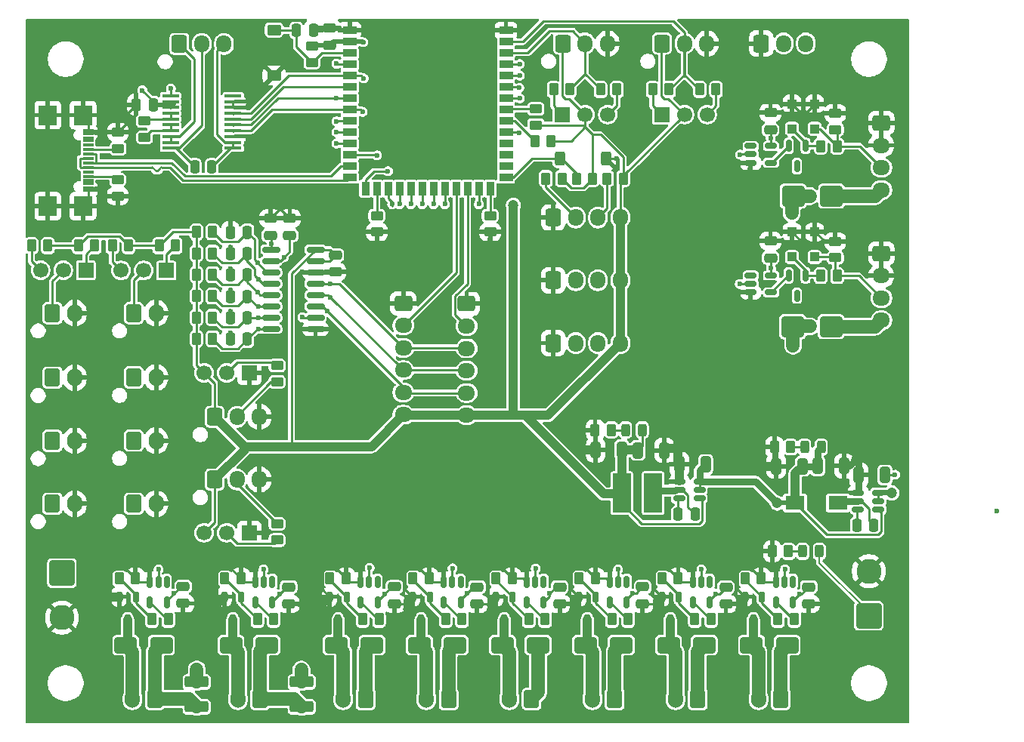
<source format=gtl>
%TF.GenerationSoftware,KiCad,Pcbnew,9.0.6*%
%TF.CreationDate,2026-01-06T18:18:01+01:00*%
%TF.ProjectId,pellet_burner,70656c6c-6574-45f6-9275-726e65722e6b,rev?*%
%TF.SameCoordinates,Original*%
%TF.FileFunction,Copper,L1,Top*%
%TF.FilePolarity,Positive*%
%FSLAX46Y46*%
G04 Gerber Fmt 4.6, Leading zero omitted, Abs format (unit mm)*
G04 Created by KiCad (PCBNEW 9.0.6) date 2026-01-06 18:18:01*
%MOMM*%
%LPD*%
G01*
G04 APERTURE LIST*
G04 Aperture macros list*
%AMRoundRect*
0 Rectangle with rounded corners*
0 $1 Rounding radius*
0 $2 $3 $4 $5 $6 $7 $8 $9 X,Y pos of 4 corners*
0 Add a 4 corners polygon primitive as box body*
4,1,4,$2,$3,$4,$5,$6,$7,$8,$9,$2,$3,0*
0 Add four circle primitives for the rounded corners*
1,1,$1+$1,$2,$3*
1,1,$1+$1,$4,$5*
1,1,$1+$1,$6,$7*
1,1,$1+$1,$8,$9*
0 Add four rect primitives between the rounded corners*
20,1,$1+$1,$2,$3,$4,$5,0*
20,1,$1+$1,$4,$5,$6,$7,0*
20,1,$1+$1,$6,$7,$8,$9,0*
20,1,$1+$1,$8,$9,$2,$3,0*%
G04 Aperture macros list end*
%TA.AperFunction,HeatsinkPad*%
%ADD10C,0.600000*%
%TD*%
%TA.AperFunction,HeatsinkPad*%
%ADD11R,3.900000X3.900000*%
%TD*%
%TA.AperFunction,SMDPad,CuDef*%
%ADD12R,1.500000X0.900000*%
%TD*%
%TA.AperFunction,SMDPad,CuDef*%
%ADD13R,0.900000X1.500000*%
%TD*%
%TA.AperFunction,ComponentPad*%
%ADD14C,2.800000*%
%TD*%
%TA.AperFunction,ComponentPad*%
%ADD15RoundRect,0.250001X-1.149999X1.149999X-1.149999X-1.149999X1.149999X-1.149999X1.149999X1.149999X0*%
%TD*%
%TA.AperFunction,SMDPad,CuDef*%
%ADD16RoundRect,0.250000X-0.250000X-0.475000X0.250000X-0.475000X0.250000X0.475000X-0.250000X0.475000X0*%
%TD*%
%TA.AperFunction,SMDPad,CuDef*%
%ADD17RoundRect,0.150000X-0.150000X0.512500X-0.150000X-0.512500X0.150000X-0.512500X0.150000X0.512500X0*%
%TD*%
%TA.AperFunction,ComponentPad*%
%ADD18O,1.700000X1.950000*%
%TD*%
%TA.AperFunction,ComponentPad*%
%ADD19RoundRect,0.250000X-0.600000X-0.725000X0.600000X-0.725000X0.600000X0.725000X-0.600000X0.725000X0*%
%TD*%
%TA.AperFunction,SMDPad,CuDef*%
%ADD20R,2.000000X2.180000*%
%TD*%
%TA.AperFunction,SMDPad,CuDef*%
%ADD21R,1.150000X0.300000*%
%TD*%
%TA.AperFunction,ComponentPad*%
%ADD22O,1.700000X2.000000*%
%TD*%
%TA.AperFunction,ComponentPad*%
%ADD23RoundRect,0.250000X-0.600000X-0.750000X0.600000X-0.750000X0.600000X0.750000X-0.600000X0.750000X0*%
%TD*%
%TA.AperFunction,SMDPad,CuDef*%
%ADD24RoundRect,0.250000X-0.450000X0.262500X-0.450000X-0.262500X0.450000X-0.262500X0.450000X0.262500X0*%
%TD*%
%TA.AperFunction,SMDPad,CuDef*%
%ADD25RoundRect,0.250000X0.262500X0.450000X-0.262500X0.450000X-0.262500X-0.450000X0.262500X-0.450000X0*%
%TD*%
%TA.AperFunction,SMDPad,CuDef*%
%ADD26RoundRect,0.300000X0.500000X-0.300000X0.500000X0.300000X-0.500000X0.300000X-0.500000X-0.300000X0*%
%TD*%
%TA.AperFunction,SMDPad,CuDef*%
%ADD27RoundRect,0.300000X-0.300000X-0.500000X0.300000X-0.500000X0.300000X0.500000X-0.300000X0.500000X0*%
%TD*%
%TA.AperFunction,SMDPad,CuDef*%
%ADD28RoundRect,0.250000X-0.262500X-0.450000X0.262500X-0.450000X0.262500X0.450000X-0.262500X0.450000X0*%
%TD*%
%TA.AperFunction,SMDPad,CuDef*%
%ADD29RoundRect,0.250000X0.300000X-0.300000X0.300000X0.300000X-0.300000X0.300000X-0.300000X-0.300000X0*%
%TD*%
%TA.AperFunction,SMDPad,CuDef*%
%ADD30RoundRect,0.250000X0.475000X-0.250000X0.475000X0.250000X-0.475000X0.250000X-0.475000X-0.250000X0*%
%TD*%
%TA.AperFunction,SMDPad,CuDef*%
%ADD31RoundRect,0.250000X0.450000X-0.262500X0.450000X0.262500X-0.450000X0.262500X-0.450000X-0.262500X0*%
%TD*%
%TA.AperFunction,ComponentPad*%
%ADD32R,1.700000X1.700000*%
%TD*%
%TA.AperFunction,ComponentPad*%
%ADD33C,1.700000*%
%TD*%
%TA.AperFunction,SMDPad,CuDef*%
%ADD34RoundRect,0.150000X-0.512500X-0.150000X0.512500X-0.150000X0.512500X0.150000X-0.512500X0.150000X0*%
%TD*%
%TA.AperFunction,SMDPad,CuDef*%
%ADD35RoundRect,0.150000X0.512500X0.150000X-0.512500X0.150000X-0.512500X-0.150000X0.512500X-0.150000X0*%
%TD*%
%TA.AperFunction,SMDPad,CuDef*%
%ADD36R,2.000000X4.400000*%
%TD*%
%TA.AperFunction,SMDPad,CuDef*%
%ADD37RoundRect,0.250000X1.000000X0.650000X-1.000000X0.650000X-1.000000X-0.650000X1.000000X-0.650000X0*%
%TD*%
%TA.AperFunction,SMDPad,CuDef*%
%ADD38RoundRect,0.162500X-0.162500X0.447500X-0.162500X-0.447500X0.162500X-0.447500X0.162500X0.447500X0*%
%TD*%
%TA.AperFunction,SMDPad,CuDef*%
%ADD39RoundRect,0.250000X0.325000X0.650000X-0.325000X0.650000X-0.325000X-0.650000X0.325000X-0.650000X0*%
%TD*%
%TA.AperFunction,SMDPad,CuDef*%
%ADD40RoundRect,0.250000X0.250000X0.475000X-0.250000X0.475000X-0.250000X-0.475000X0.250000X-0.475000X0*%
%TD*%
%TA.AperFunction,ComponentPad*%
%ADD41RoundRect,0.250000X0.600000X0.750000X-0.600000X0.750000X-0.600000X-0.750000X0.600000X-0.750000X0*%
%TD*%
%TA.AperFunction,SMDPad,CuDef*%
%ADD42RoundRect,0.250000X-1.075000X0.375000X-1.075000X-0.375000X1.075000X-0.375000X1.075000X0.375000X0*%
%TD*%
%TA.AperFunction,SMDPad,CuDef*%
%ADD43RoundRect,0.100000X-0.850000X-0.100000X0.850000X-0.100000X0.850000X0.100000X-0.850000X0.100000X0*%
%TD*%
%TA.AperFunction,SMDPad,CuDef*%
%ADD44RoundRect,0.250000X-0.325000X-0.650000X0.325000X-0.650000X0.325000X0.650000X-0.325000X0.650000X0*%
%TD*%
%TA.AperFunction,SMDPad,CuDef*%
%ADD45RoundRect,0.250000X-0.475000X0.250000X-0.475000X-0.250000X0.475000X-0.250000X0.475000X0.250000X0*%
%TD*%
%TA.AperFunction,SMDPad,CuDef*%
%ADD46RoundRect,0.150000X-0.825000X-0.150000X0.825000X-0.150000X0.825000X0.150000X-0.825000X0.150000X0*%
%TD*%
%TA.AperFunction,SMDPad,CuDef*%
%ADD47RoundRect,0.250000X1.000000X0.900000X-1.000000X0.900000X-1.000000X-0.900000X1.000000X-0.900000X0*%
%TD*%
%TA.AperFunction,SMDPad,CuDef*%
%ADD48RoundRect,0.243750X-0.243750X-0.456250X0.243750X-0.456250X0.243750X0.456250X-0.243750X0.456250X0*%
%TD*%
%TA.AperFunction,ComponentPad*%
%ADD49RoundRect,0.250000X-0.725000X0.600000X-0.725000X-0.600000X0.725000X-0.600000X0.725000X0.600000X0*%
%TD*%
%TA.AperFunction,ComponentPad*%
%ADD50O,1.950000X1.700000*%
%TD*%
%TA.AperFunction,SMDPad,CuDef*%
%ADD51R,2.150000X1.600000*%
%TD*%
%TA.AperFunction,ComponentPad*%
%ADD52RoundRect,0.250001X1.149999X-1.149999X1.149999X1.149999X-1.149999X1.149999X-1.149999X-1.149999X0*%
%TD*%
%TA.AperFunction,ViaPad*%
%ADD53C,0.600000*%
%TD*%
%TA.AperFunction,ViaPad*%
%ADD54C,1.200000*%
%TD*%
%TA.AperFunction,Conductor*%
%ADD55C,1.000000*%
%TD*%
%TA.AperFunction,Conductor*%
%ADD56C,0.250000*%
%TD*%
%TA.AperFunction,Conductor*%
%ADD57C,0.800000*%
%TD*%
%TA.AperFunction,Conductor*%
%ADD58C,0.200000*%
%TD*%
%TA.AperFunction,Conductor*%
%ADD59C,1.500000*%
%TD*%
%TA.AperFunction,Conductor*%
%ADD60C,0.600000*%
%TD*%
%TA.AperFunction,Conductor*%
%ADD61C,0.500000*%
%TD*%
G04 APERTURE END LIST*
D10*
%TO.P,U3,41,GND*%
%TO.N,GND*%
X95478600Y-70197400D03*
X95478600Y-68797400D03*
X94778600Y-70897400D03*
X94778600Y-69497400D03*
X94778600Y-68097400D03*
X94078600Y-70197400D03*
D11*
X94078600Y-69497400D03*
D10*
X94078600Y-68797400D03*
X93378600Y-70897400D03*
X93378600Y-69497400D03*
X93378600Y-68097400D03*
X92678600Y-70197400D03*
X92678600Y-68797400D03*
D12*
%TO.P,U3,40,GND*%
X104328600Y-61777400D03*
%TO.P,U3,39,GPIO1/TOUCH1/ADC1_CH0*%
%TO.N,Net-(U3-GPIO1{slash}TOUCH1{slash}ADC1_CH0)*%
X104328600Y-63047400D03*
%TO.P,U3,38,GPIO2/TOUCH2/ADC1_CH1*%
%TO.N,Net-(U3-GPIO2{slash}TOUCH2{slash}ADC1_CH1)*%
X104328600Y-64317400D03*
%TO.P,U3,37,U0TXD/GPIO43/CLK_OUT1*%
%TO.N,Net-(U3-U0TXD{slash}GPIO43{slash}CLK_OUT1)*%
X104328600Y-65587400D03*
%TO.P,U3,36,U0RXD/GPIO44/CLK_OUT2*%
%TO.N,Net-(U3-U0RXD{slash}GPIO44{slash}CLK_OUT2)*%
X104328600Y-66857400D03*
%TO.P,U3,35,MTMS/GPIO42*%
%TO.N,GPIO42*%
X104328600Y-68127400D03*
%TO.P,U3,34,MTDI/GPIO41/CLK_OUT1*%
%TO.N,GPIO43*%
X104328600Y-69397400D03*
%TO.P,U3,33,MTDO/GPIO40/CLK_OUT2*%
%TO.N,Net-(U3-MTDO{slash}GPIO40{slash}CLK_OUT2)*%
X104328600Y-70667400D03*
%TO.P,U3,32,MTCK/GPIO39/CLK_OUT3/SUBSPICS1*%
%TO.N,Net-(U3-MTCK{slash}GPIO39{slash}CLK_OUT3{slash}SUBSPICS1)*%
X104328600Y-71937400D03*
%TO.P,U3,31,GPIO38/FSPIWP/SUBSPIWP*%
%TO.N,I2C_SDA*%
X104328600Y-73207400D03*
%TO.P,U3,30,SPIDQS/GPIO37/FSPIQ/SUBSPIQ*%
%TO.N,unconnected-(U3-SPIDQS{slash}GPIO37{slash}FSPIQ{slash}SUBSPIQ-Pad30)*%
X104328600Y-74477400D03*
%TO.P,U3,29,SPIIO7/GPIO36/FSPICLK/SUBSPICLK*%
%TO.N,unconnected-(U3-SPIIO7{slash}GPIO36{slash}FSPICLK{slash}SUBSPICLK-Pad29)*%
X104328600Y-75747400D03*
%TO.P,U3,28,SPIIO6/GPIO35/FSPID/SUBSPID*%
%TO.N,unconnected-(U3-SPIIO6{slash}GPIO35{slash}FSPID{slash}SUBSPID-Pad28)*%
X104328600Y-77017400D03*
%TO.P,U3,27,GPIO0/BOOT*%
%TO.N,Net-(U3-GPIO0{slash}BOOT)*%
X104328600Y-78287400D03*
D13*
%TO.P,U3,26,GPIO45*%
%TO.N,Net-(U3-GPIO45)*%
X102563600Y-79537400D03*
%TO.P,U3,25,GPIO48/SPICLK_N/SUBSPICLK_N_DIFF*%
%TO.N,I2C_SCL*%
X101293600Y-79537400D03*
%TO.P,U3,24,GPIO47/SPICLK_P/SUBSPICLK_P_DIFF*%
%TO.N,GPIO47*%
X100023600Y-79537400D03*
%TO.P,U3,23,GPIO21*%
%TO.N,GPIO21*%
X98753600Y-79537400D03*
%TO.P,U3,22,GPIO14/TOUCH14/ADC2_CH3/FSPIWP/FSPIDQS/SUBSPIWP*%
%TO.N,GPIO14*%
X97483600Y-79537400D03*
%TO.P,U3,21,GPIO13/TOUCH13/ADC2_CH2/FSPIQ/FSPIIO7/SUBSPIQ*%
%TO.N,GPIO13*%
X96213600Y-79537400D03*
%TO.P,U3,20,GPIO12/TOUCH12/ADC2_CH1/FSPICLK/FSPIIO6/SUBSPICLK*%
%TO.N,GPIO12*%
X94943600Y-79537400D03*
%TO.P,U3,19,GPIO11/TOUCH11/ADC2_CH0/FSPID/FSPIIO5/SUBSPID*%
%TO.N,GPIO11*%
X93673600Y-79537400D03*
%TO.P,U3,18,GPIO10/TOUCH10/ADC1_CH9/FSPICS0/FSPIIO4/SUBSPICS0*%
%TO.N,GPIO10*%
X92403600Y-79537400D03*
%TO.P,U3,17,GPIO9/TOUCH9/ADC1_CH8/FSPIHD/SUBSPIHD*%
%TO.N,GPIO9*%
X91133600Y-79537400D03*
%TO.P,U3,16,GPIO46*%
%TO.N,Net-(U3-GPIO46)*%
X89863600Y-79537400D03*
%TO.P,U3,15,GPIO3/TOUCH3/ADC1_CH2*%
%TO.N,GPIO3*%
X88593600Y-79537400D03*
D12*
%TO.P,U3,14,GPIO20/U1CTS/ADC2_CH9/CLK_OUT1/USB_D+*%
%TO.N,Net-(U3-GPIO20{slash}U1CTS{slash}ADC2_CH9{slash}CLK_OUT1{slash}USB_D+)*%
X86828600Y-78287400D03*
%TO.P,U3,13,GPIO19/U1RTS/ADC2_CH8/CLK_OUT2/USB_D-*%
%TO.N,Net-(U3-GPIO19{slash}U1RTS{slash}ADC2_CH8{slash}CLK_OUT2{slash}USB_D-)*%
X86828600Y-77017400D03*
%TO.P,U3,12,GPIO8/TOUCH8/ADC1_CH7/SUBSPICS1*%
%TO.N,GPIO8*%
X86828600Y-75747400D03*
%TO.P,U3,11,GPIO18/U1RXD/ADC2_CH7/CLK_OUT3*%
%TO.N,GPIO18*%
X86828600Y-74477400D03*
%TO.P,U3,10,GPIO17/U1TXD/ADC2_CH6*%
%TO.N,GPIO17*%
X86828600Y-73207400D03*
%TO.P,U3,9,GPIO16/U0CTS/ADC2_CH5/XTAL_32K_N*%
%TO.N,GPIO16*%
X86828600Y-71937400D03*
%TO.P,U3,8,GPIO15/U0RTS/ADC2_CH4/XTAL_32K_P*%
%TO.N,SPI_MOSI*%
X86828600Y-70667400D03*
%TO.P,U3,7,GPIO7/TOUCH7/ADC1_CH6*%
%TO.N,SPI_CLK*%
X86828600Y-69397400D03*
%TO.P,U3,6,GPIO6/TOUCH6/ADC1_CH5*%
%TO.N,GPIO6*%
X86828600Y-68127400D03*
%TO.P,U3,5,GPIO5/TOUCH5/ADC1_CH4*%
%TO.N,SPI_MISO*%
X86828600Y-66857400D03*
%TO.P,U3,4,GPIO4/TOUCH4/ADC1_CH3*%
%TO.N,GPIO4*%
X86828600Y-65587400D03*
%TO.P,U3,3,EN*%
%TO.N,Net-(U3-EN)*%
X86828600Y-64317400D03*
%TO.P,U3,2,3V3*%
%TO.N,+3.3V*%
X86828600Y-63047400D03*
%TO.P,U3,1,GND*%
%TO.N,GND*%
X86828600Y-61777400D03*
%TD*%
D14*
%TO.P,J13,2,Pin_2*%
%TO.N,GND*%
X54584600Y-127660400D03*
D15*
%TO.P,J13,1,Pin_1*%
%TO.N,+5V*%
X54584600Y-122660400D03*
%TD*%
D16*
%TO.P,C15,2*%
%TO.N,GND*%
X82738000Y-61772800D03*
%TO.P,C15,1*%
%TO.N,Net-(U3-EN)*%
X80838000Y-61772800D03*
%TD*%
D17*
%TO.P,D6,3*%
%TO.N,N/C*%
X136946600Y-91539900D03*
%TO.P,D6,2,A*%
%TO.N,Net-(D6-A)*%
X135996600Y-89264900D03*
%TO.P,D6,1,K*%
%TO.N,Net-(D6-K)*%
X137896600Y-89264900D03*
%TD*%
%TO.P,D10,3*%
%TO.N,N/C*%
X136946600Y-77005600D03*
%TO.P,D10,2,A*%
%TO.N,Net-(D10-A)*%
X135996600Y-74730600D03*
%TO.P,D10,1,K*%
%TO.N,Net-(D10-K)*%
X137896600Y-74730600D03*
%TD*%
D18*
%TO.P,J1,3,3*%
%TO.N,Net-(U3-U0RXD{slash}GPIO44{slash}CLK_OUT2)*%
X137932800Y-63254400D03*
%TO.P,J1,2,2*%
%TO.N,Net-(U3-U0TXD{slash}GPIO43{slash}CLK_OUT1)*%
X135432800Y-63254400D03*
D19*
%TO.P,J1,1,1*%
%TO.N,GND*%
X132932800Y-63254400D03*
%TD*%
D18*
%TO.P,J2,3,3*%
%TO.N,Net-(U15-FORCE-)*%
X72745600Y-63296800D03*
%TO.P,J2,2,2*%
%TO.N,Net-(U15-RTDIN+)*%
X70245600Y-63296800D03*
D19*
%TO.P,J2,1,1*%
%TO.N,Net-(U15-FORCE+)*%
X67745600Y-63296800D03*
%TD*%
D20*
%TO.P,J7,MP4,MP4*%
%TO.N,GND*%
X56939800Y-81513200D03*
%TO.P,J7,MP3,MP3*%
X56939800Y-71293200D03*
%TO.P,J7,MP2,MP2*%
X53009800Y-81513200D03*
%TO.P,J7,MP1,MP1*%
X53009800Y-71293200D03*
D21*
%TO.P,J7,B12,B12*%
X57514800Y-73353200D03*
%TO.P,J7,B9,B9*%
%TO.N,unconnected-(J7-PadB9)*%
X57514800Y-74153200D03*
%TO.P,J7,B8,B8*%
%TO.N,unconnected-(J7-PadB8)*%
X57514800Y-74653200D03*
%TO.P,J7,B7,B7*%
%TO.N,Net-(U3-GPIO19{slash}U1RTS{slash}ADC2_CH8{slash}CLK_OUT2{slash}USB_D-)*%
X57514800Y-75653200D03*
%TO.P,J7,B6,B6*%
%TO.N,Net-(U3-GPIO20{slash}U1CTS{slash}ADC2_CH9{slash}CLK_OUT1{slash}USB_D+)*%
X57514800Y-77153200D03*
%TO.P,J7,B5,B5*%
%TO.N,Net-(J7-PadB5)*%
X57514800Y-78153200D03*
%TO.P,J7,B4,B4*%
%TO.N,unconnected-(J7-PadB4)*%
X57514800Y-78653200D03*
%TO.P,J7,B1,B1*%
%TO.N,GND*%
X57514800Y-79453200D03*
%TO.P,J7,A12,A12*%
X57514800Y-79753200D03*
%TO.P,J7,A9,A9*%
%TO.N,unconnected-(J7-PadA9)*%
X57514800Y-78953200D03*
%TO.P,J7,A8,A8*%
%TO.N,unconnected-(J7-PadA8)*%
X57514800Y-77653200D03*
%TO.P,J7,A7,A7*%
%TO.N,Net-(U3-GPIO19{slash}U1RTS{slash}ADC2_CH8{slash}CLK_OUT2{slash}USB_D-)*%
X57514800Y-76653200D03*
%TO.P,J7,A6,A6*%
%TO.N,Net-(U3-GPIO20{slash}U1CTS{slash}ADC2_CH9{slash}CLK_OUT1{slash}USB_D+)*%
X57514800Y-76153200D03*
%TO.P,J7,A5,A5*%
%TO.N,Net-(J7-PadA5)*%
X57514800Y-75153200D03*
%TO.P,J7,A4,A4*%
%TO.N,unconnected-(J7-PadA4)*%
X57514800Y-73853200D03*
%TO.P,J7,A1,A1*%
%TO.N,GND*%
X57514800Y-73053200D03*
%TD*%
D18*
%TO.P,J15,3,3*%
%TO.N,GND*%
X115707800Y-63254400D03*
%TO.P,J15,2,2*%
%TO.N,Net-(U3-GPIO2{slash}TOUCH2{slash}ADC1_CH1)*%
X113207800Y-63254400D03*
D19*
%TO.P,J15,1,1*%
%TO.N,+3.3V*%
X110707800Y-63254400D03*
%TD*%
D18*
%TO.P,J18,3,3*%
%TO.N,GND*%
X126820300Y-63254400D03*
%TO.P,J18,2,2*%
%TO.N,Net-(U3-GPIO1{slash}TOUCH1{slash}ADC1_CH0)*%
X124320300Y-63254400D03*
D19*
%TO.P,J18,1,1*%
%TO.N,+3.3V*%
X121820300Y-63254400D03*
%TD*%
D22*
%TO.P,J21,2,2*%
%TO.N,GND*%
X65137200Y-93497400D03*
D23*
%TO.P,J21,1,1*%
%TO.N,CH0*%
X62637200Y-93497400D03*
%TD*%
D22*
%TO.P,J22,2,2*%
%TO.N,GND*%
X56018600Y-93497400D03*
D23*
%TO.P,J22,1,1*%
%TO.N,CH1*%
X53518600Y-93497400D03*
%TD*%
D22*
%TO.P,J23,2,2*%
%TO.N,GND*%
X56018600Y-100743000D03*
D23*
%TO.P,J23,1,1*%
%TO.N,CH2*%
X53518600Y-100743000D03*
%TD*%
D22*
%TO.P,J24,2,2*%
%TO.N,GND*%
X65137200Y-100711000D03*
D23*
%TO.P,J24,1,1*%
%TO.N,CH3*%
X62637200Y-100711000D03*
%TD*%
D22*
%TO.P,J25,2,2*%
%TO.N,GND*%
X56018600Y-107813600D03*
D23*
%TO.P,J25,1,1*%
%TO.N,CH4*%
X53518600Y-107813600D03*
%TD*%
D22*
%TO.P,J26,2,2*%
%TO.N,GND*%
X65137200Y-107797600D03*
D23*
%TO.P,J26,1,1*%
%TO.N,CH5*%
X62637200Y-107797600D03*
%TD*%
D22*
%TO.P,J27,2,2*%
%TO.N,GND*%
X56018600Y-114884200D03*
D23*
%TO.P,J27,1,1*%
%TO.N,CH6*%
X53518600Y-114884200D03*
%TD*%
D22*
%TO.P,J28,2,2*%
%TO.N,GND*%
X65137200Y-114884200D03*
D23*
%TO.P,J28,1,1*%
%TO.N,CH7*%
X62637200Y-114884200D03*
%TD*%
D18*
%TO.P,J29,3,3*%
%TO.N,GND*%
X76690400Y-112167933D03*
%TO.P,J29,2,2*%
%TO.N,GPIO17*%
X74190400Y-112167933D03*
D19*
%TO.P,J29,1,1*%
%TO.N,+3.3V*%
X71690400Y-112167933D03*
%TD*%
D18*
%TO.P,J34,3,3*%
%TO.N,GND*%
X76690400Y-105120467D03*
%TO.P,J34,2,2*%
%TO.N,GPIO16*%
X74190400Y-105120467D03*
D19*
%TO.P,J34,1,1*%
%TO.N,+3.3V*%
X71690400Y-105120467D03*
%TD*%
D24*
%TO.P,R3,2*%
%TO.N,Net-(U3-EN)*%
X82600800Y-65403100D03*
%TO.P,R3,1*%
%TO.N,+3.3V*%
X82600800Y-63578100D03*
%TD*%
%TO.P,R11,2*%
%TO.N,GND*%
X89863600Y-84402300D03*
%TO.P,R11,1*%
%TO.N,Net-(U3-GPIO46)*%
X89863600Y-82577300D03*
%TD*%
%TO.P,R12,2*%
%TO.N,GND*%
X102563600Y-84402300D03*
%TO.P,R12,1*%
%TO.N,Net-(U3-GPIO45)*%
X102563600Y-82577300D03*
%TD*%
D25*
%TO.P,R34,2*%
%TO.N,Net-(U3-GPIO0{slash}BOOT)*%
X112203700Y-78409800D03*
%TO.P,R34,1*%
%TO.N,+3.3V*%
X114028700Y-78409800D03*
%TD*%
D26*
%TO.P,SW1,2,2*%
%TO.N,Net-(U3-EN)*%
X78359000Y-61737400D03*
%TO.P,SW1,1,1*%
%TO.N,GND*%
X78359000Y-66837400D03*
%TD*%
D27*
%TO.P,SW2,2,2*%
%TO.N,GND*%
X115513800Y-76174600D03*
%TO.P,SW2,1,1*%
%TO.N,Net-(U3-GPIO0{slash}BOOT)*%
X110413800Y-76174600D03*
%TD*%
D28*
%TO.P,R35,1*%
%TO.N,Net-(J16-Pad1)*%
X109665300Y-68402200D03*
%TO.P,R35,2*%
%TO.N,Net-(U3-GPIO2{slash}TOUCH2{slash}ADC1_CH1)*%
X111490300Y-68402200D03*
%TD*%
D29*
%TO.P,D12,1,K*%
%TO.N,Net-(D12-K)*%
X138912600Y-72828600D03*
%TO.P,D12,2,A*%
%TO.N,GND*%
X138912600Y-70028600D03*
%TD*%
D25*
%TO.P,R4,1*%
%TO.N,Net-(U5-Y)*%
X127316385Y-127838343D03*
%TO.P,R4,2*%
%TO.N,Net-(Q2-Pad1)*%
X125491385Y-127838343D03*
%TD*%
D30*
%TO.P,C22,1*%
%TO.N,+5V*%
X133962800Y-72923600D03*
%TO.P,C22,2*%
%TO.N,GND*%
X133962800Y-71023600D03*
%TD*%
D31*
%TO.P,R21,1*%
%TO.N,Net-(J7-PadA5)*%
X60858400Y-75029700D03*
%TO.P,R21,2*%
%TO.N,GND*%
X60858400Y-73204700D03*
%TD*%
D28*
%TO.P,R44,1*%
%TO.N,+3.3V*%
X56442900Y-85928200D03*
%TO.P,R44,2*%
%TO.N,Net-(J20-Pad1)*%
X58267900Y-85928200D03*
%TD*%
D32*
%TO.P,J19,1,1*%
%TO.N,Net-(J19-Pad1)*%
X66282400Y-88722200D03*
D33*
%TO.P,J19,2,2*%
%TO.N,CH0*%
X63742400Y-88722200D03*
%TO.P,J19,3,3*%
%TO.N,Net-(J19-Pad3)*%
X61202400Y-88722200D03*
%TD*%
D34*
%TO.P,U7,1,NC*%
%TO.N,unconnected-(U7-NC-Pad1)*%
X131755300Y-74743100D03*
%TO.P,U7,2,A*%
%TO.N,GPIO42*%
X131755300Y-75693100D03*
%TO.P,U7,3,GND*%
%TO.N,GND*%
X131755300Y-76643100D03*
%TO.P,U7,4,Y*%
%TO.N,Net-(D10-A)*%
X134030300Y-76643100D03*
%TO.P,U7,5,VCC*%
%TO.N,+5V*%
X134030300Y-74743100D03*
%TD*%
D35*
%TO.P,U1,1,FB*%
%TO.N,+3.3V*%
X126008600Y-114300000D03*
%TO.P,U1,2,EN*%
%TO.N,+5V*%
X126008600Y-113350000D03*
%TO.P,U1,3,IN*%
X126008600Y-112400000D03*
%TO.P,U1,4,GND*%
%TO.N,GND*%
X123733600Y-112400000D03*
%TO.P,U1,5,SW*%
%TO.N,Net-(U1-SW)*%
X123733600Y-113350000D03*
%TO.P,U1,6,BST*%
%TO.N,Net-(U1-BST)*%
X123733600Y-114300000D03*
%TD*%
D36*
%TO.P,L1,1*%
%TO.N,Net-(U1-SW)*%
X120812600Y-113690400D03*
%TO.P,L1,2*%
%TO.N,+3.3V*%
X117312600Y-113690400D03*
%TD*%
D37*
%TO.P,D19,1,K*%
%TO.N,+24V*%
X135841771Y-130733800D03*
%TO.P,D19,2,A*%
%TO.N,Net-(D19-A)*%
X131841771Y-130733800D03*
%TD*%
D29*
%TO.P,D7,1,K*%
%TO.N,Net-(D7-K)*%
X138912600Y-87205000D03*
%TO.P,D7,2,A*%
%TO.N,GND*%
X138912600Y-84405000D03*
%TD*%
D25*
%TO.P,R16,1*%
%TO.N,Net-(U11-Y)*%
X90104842Y-127838343D03*
%TO.P,R16,2*%
%TO.N,Net-(Q5-Pad1)*%
X88279842Y-127838343D03*
%TD*%
D38*
%TO.P,Q2,1*%
%TO.N,Net-(Q2-Pad1)*%
X123688885Y-125308343D03*
%TO.P,Q2,2*%
%TO.N,GND*%
X121788885Y-125308343D03*
%TO.P,Q2,3*%
%TO.N,Net-(D3-A)*%
X122738885Y-127928343D03*
%TD*%
D19*
%TO.P,J42,1,Pin_1*%
%TO.N,GND*%
X109644800Y-89814400D03*
D18*
%TO.P,J42,2,Pin_2*%
%TO.N,I2C_SCL*%
X112144800Y-89814400D03*
%TO.P,J42,3,Pin_3*%
%TO.N,I2C_SDA*%
X114644800Y-89814400D03*
%TO.P,J42,4,Pin_4*%
%TO.N,+3.3V*%
X117144800Y-89814400D03*
%TD*%
D17*
%TO.P,U5,1,NC*%
%TO.N,unconnected-(U5-NC-Pad1)*%
X127158885Y-123632143D03*
%TO.P,U5,2,A*%
%TO.N,GPIO13*%
X126208885Y-123632143D03*
%TO.P,U5,3,GND*%
%TO.N,GND*%
X125258885Y-123632143D03*
%TO.P,U5,4,Y*%
%TO.N,Net-(U5-Y)*%
X125258885Y-125907143D03*
%TO.P,U5,5,VCC*%
%TO.N,+5V*%
X127158885Y-125907143D03*
%TD*%
D32*
%TO.P,J20,1,1*%
%TO.N,Net-(J20-Pad1)*%
X57265400Y-88696800D03*
D33*
%TO.P,J20,2,2*%
%TO.N,CH1*%
X54725400Y-88696800D03*
%TO.P,J20,3,3*%
%TO.N,Net-(J20-Pad3)*%
X52185400Y-88696800D03*
%TD*%
D28*
%TO.P,R30,1*%
%TO.N,Net-(Q8-Pad1)*%
X61002271Y-123240143D03*
%TO.P,R30,2*%
%TO.N,GND*%
X62827271Y-123240143D03*
%TD*%
D39*
%TO.P,C2,1*%
%TO.N,+24V*%
X146802600Y-111658400D03*
%TO.P,C2,2*%
%TO.N,GND*%
X143852600Y-111658400D03*
%TD*%
D40*
%TO.P,C4,1*%
%TO.N,Net-(U1-SW)*%
X125496400Y-116078000D03*
%TO.P,C4,2*%
%TO.N,Net-(U1-BST)*%
X123596400Y-116078000D03*
%TD*%
D41*
%TO.P,J8,1,Pin_1*%
%TO.N,+24V*%
X97902728Y-136778343D03*
D22*
%TO.P,J8,2,Pin_2*%
%TO.N,Net-(D2-A)*%
X95402728Y-136778343D03*
%TD*%
D39*
%TO.P,C7,1*%
%TO.N,+5V*%
X137542800Y-110667800D03*
%TO.P,C7,2*%
%TO.N,GND*%
X134592800Y-110667800D03*
%TD*%
%TO.P,C5,1*%
%TO.N,+3.3V*%
X117324400Y-108839000D03*
%TO.P,C5,2*%
%TO.N,GND*%
X114374400Y-108839000D03*
%TD*%
D28*
%TO.P,R6,1*%
%TO.N,+3.3V*%
X69643700Y-86792280D03*
%TO.P,R6,2*%
%TO.N,CH3*%
X71468700Y-86792280D03*
%TD*%
D41*
%TO.P,J12,1,Pin_1*%
%TO.N,Net-(D20-K)*%
X64994071Y-136778343D03*
D22*
%TO.P,J12,2,Pin_2*%
%TO.N,Net-(D20-A)*%
X62494071Y-136778343D03*
%TD*%
D19*
%TO.P,J38,1,Pin_1*%
%TO.N,GND*%
X109644800Y-96862900D03*
D18*
%TO.P,J38,2,Pin_2*%
%TO.N,I2C_SCL*%
X112144800Y-96862900D03*
%TO.P,J38,3,Pin_3*%
%TO.N,I2C_SDA*%
X114644800Y-96862900D03*
%TO.P,J38,4,Pin_4*%
%TO.N,+3.3V*%
X117144800Y-96862900D03*
%TD*%
D40*
%TO.P,C25,1*%
%TO.N,CH2*%
X75356800Y-84424520D03*
%TO.P,C25,2*%
%TO.N,GND*%
X73456800Y-84424520D03*
%TD*%
D28*
%TO.P,R58,1*%
%TO.N,Net-(Q1-Pad1)*%
X103200614Y-123240143D03*
%TO.P,R58,2*%
%TO.N,GND*%
X105025614Y-123240143D03*
%TD*%
D35*
%TO.P,U4,1,FB*%
%TO.N,+5V*%
X146056900Y-115529400D03*
%TO.P,U4,2,EN*%
%TO.N,+24V*%
X146056900Y-114579400D03*
%TO.P,U4,3,IN*%
X146056900Y-113629400D03*
%TO.P,U4,4,GND*%
%TO.N,GND*%
X143781900Y-113629400D03*
%TO.P,U4,5,SW*%
%TO.N,Net-(U4-SW)*%
X143781900Y-114579400D03*
%TO.P,U4,6,BST*%
%TO.N,Net-(U4-BST)*%
X143781900Y-115529400D03*
%TD*%
D28*
%TO.P,R9,1*%
%TO.N,Net-(Q4-Pad1)*%
X112503500Y-123240143D03*
%TO.P,R9,2*%
%TO.N,GND*%
X114328500Y-123240143D03*
%TD*%
%TO.P,R40,1*%
%TO.N,+3.3V*%
X69643700Y-84394520D03*
%TO.P,R40,2*%
%TO.N,CH2*%
X71468700Y-84394520D03*
%TD*%
D42*
%TO.P,F2,1*%
%TO.N,+24V*%
X69672200Y-134853343D03*
%TO.P,F2,2*%
%TO.N,Net-(D20-K)*%
X69672200Y-137653343D03*
%TD*%
D41*
%TO.P,J11,1,Pin_1*%
%TO.N,Net-(D18-K)*%
X76796957Y-136778343D03*
D22*
%TO.P,J11,2,Pin_2*%
%TO.N,Net-(D18-A)*%
X74296957Y-136778343D03*
%TD*%
D24*
%TO.P,R22,1*%
%TO.N,Net-(J7-PadB5)*%
X60833000Y-78538700D03*
%TO.P,R22,2*%
%TO.N,GND*%
X60833000Y-80363700D03*
%TD*%
D29*
%TO.P,D8,1,K*%
%TO.N,Net-(D6-K)*%
X136372600Y-87205000D03*
%TO.P,D8,2,A*%
%TO.N,GND*%
X136372600Y-84405000D03*
%TD*%
D43*
%TO.P,U15,1,~{DRDY}*%
%TO.N,GPIO4*%
X66761600Y-69138800D03*
%TO.P,U15,2,DVDD*%
%TO.N,+3.3V*%
X66761600Y-69788800D03*
%TO.P,U15,3,VDD*%
X66761600Y-70438800D03*
%TO.P,U15,4,BIAS*%
%TO.N,Net-(U15-BIAS)*%
X66761600Y-71088800D03*
%TO.P,U15,5,REFIN+*%
X66761600Y-71738800D03*
%TO.P,U15,6,REFIN-*%
%TO.N,Net-(U15-ISENSOR)*%
X66761600Y-72388800D03*
%TO.P,U15,7,ISENSOR*%
X66761600Y-73038800D03*
%TO.P,U15,8,FORCE+*%
%TO.N,Net-(U15-FORCE+)*%
X66761600Y-73688800D03*
%TO.P,U15,9,FORCE2*%
X66761600Y-74338800D03*
%TO.P,U15,10,RTDIN+*%
%TO.N,Net-(U15-RTDIN+)*%
X66761600Y-74988800D03*
%TO.P,U15,11,RTDIN-*%
%TO.N,Net-(U15-FORCE-)*%
X73761600Y-74988800D03*
%TO.P,U15,12,FORCE-*%
X73761600Y-74338800D03*
%TO.P,U15,13,GND*%
%TO.N,GND*%
X73761600Y-73688800D03*
%TO.P,U15,14,SDI*%
%TO.N,SPI_MOSI*%
X73761600Y-73038800D03*
%TO.P,U15,15,SCLK*%
%TO.N,SPI_CLK*%
X73761600Y-72388800D03*
%TO.P,U15,16,~{CS}*%
%TO.N,GPIO6*%
X73761600Y-71738800D03*
%TO.P,U15,17,SDO*%
%TO.N,SPI_MISO*%
X73761600Y-71088800D03*
%TO.P,U15,18,DGND*%
%TO.N,GND*%
X73761600Y-70438800D03*
%TO.P,U15,19,GND*%
X73761600Y-69788800D03*
%TO.P,U15,20,NC*%
%TO.N,unconnected-(U15-NC-Pad20)*%
X73761600Y-69138800D03*
%TD*%
D38*
%TO.P,Q3,1*%
%TO.N,Net-(Q3-Pad1)*%
X95780228Y-125308343D03*
%TO.P,Q3,2*%
%TO.N,GND*%
X93880228Y-125308343D03*
%TO.P,Q3,3*%
%TO.N,Net-(D2-A)*%
X94830228Y-127928343D03*
%TD*%
D37*
%TO.P,D20,1,K*%
%TO.N,Net-(D20-K)*%
X65721571Y-130733800D03*
%TO.P,D20,2,A*%
%TO.N,Net-(D20-A)*%
X61721571Y-130733800D03*
%TD*%
D44*
%TO.P,C8,1*%
%TO.N,+5V*%
X139255200Y-110642400D03*
%TO.P,C8,2*%
%TO.N,GND*%
X142205200Y-110642400D03*
%TD*%
D40*
%TO.P,C3,1*%
%TO.N,Net-(U4-SW)*%
X145539200Y-117297200D03*
%TO.P,C3,2*%
%TO.N,Net-(U4-BST)*%
X143639200Y-117297200D03*
%TD*%
D17*
%TO.P,U9,1,NC*%
%TO.N,unconnected-(U9-NC-Pad1)*%
X108553114Y-123632143D03*
%TO.P,U9,2,A*%
%TO.N,GPIO11*%
X107603114Y-123632143D03*
%TO.P,U9,3,GND*%
%TO.N,GND*%
X106653114Y-123632143D03*
%TO.P,U9,4,Y*%
%TO.N,Net-(U9-Y)*%
X106653114Y-125907143D03*
%TO.P,U9,5,VCC*%
%TO.N,+5V*%
X108553114Y-125907143D03*
%TD*%
D28*
%TO.P,R26,1*%
%TO.N,Net-(Q6-Pad1)*%
X72791957Y-123240143D03*
%TO.P,R26,2*%
%TO.N,GND*%
X74616957Y-123240143D03*
%TD*%
D45*
%TO.P,C19,1*%
%TO.N,+5V*%
X138244414Y-124220543D03*
%TO.P,C19,2*%
%TO.N,GND*%
X138244414Y-126120543D03*
%TD*%
%TO.P,C16,1*%
%TO.N,+5V*%
X101078271Y-124210343D03*
%TO.P,C16,2*%
%TO.N,GND*%
X101078271Y-126110343D03*
%TD*%
%TO.P,C11,1*%
%TO.N,+5V*%
X128967471Y-124245943D03*
%TO.P,C11,2*%
%TO.N,GND*%
X128967471Y-126145943D03*
%TD*%
D29*
%TO.P,D11,1,K*%
%TO.N,Net-(D10-K)*%
X136372600Y-72828600D03*
%TO.P,D11,2,A*%
%TO.N,GND*%
X136372600Y-70028600D03*
%TD*%
D45*
%TO.P,C12,1*%
%TO.N,+5V*%
X119645671Y-124195143D03*
%TO.P,C12,2*%
%TO.N,GND*%
X119645671Y-126095143D03*
%TD*%
D39*
%TO.P,C1,1*%
%TO.N,+5V*%
X126707200Y-110464600D03*
%TO.P,C1,2*%
%TO.N,GND*%
X123757200Y-110464600D03*
%TD*%
D32*
%TO.P,J30,1,1*%
%TO.N,GND*%
X75590400Y-118135400D03*
D33*
%TO.P,J30,2,2*%
%TO.N,Net-(J30-Pad2)*%
X73050400Y-118135400D03*
%TO.P,J30,3,3*%
%TO.N,+3.3V*%
X70510400Y-118135400D03*
%TD*%
D45*
%TO.P,C27,1*%
%TO.N,+3.3V*%
X85217000Y-86984800D03*
%TO.P,C27,2*%
%TO.N,GND*%
X85217000Y-88884800D03*
%TD*%
D17*
%TO.P,U11,1,NC*%
%TO.N,unconnected-(U11-NC-Pad1)*%
X89947342Y-123632143D03*
%TO.P,U11,2,A*%
%TO.N,GPIO9*%
X88997342Y-123632143D03*
%TO.P,U11,3,GND*%
%TO.N,GND*%
X88047342Y-123632143D03*
%TO.P,U11,4,Y*%
%TO.N,Net-(U11-Y)*%
X88047342Y-125907143D03*
%TO.P,U11,5,VCC*%
%TO.N,+5V*%
X89947342Y-125907143D03*
%TD*%
D28*
%TO.P,R24,1*%
%TO.N,+3.3V*%
X69643700Y-96383320D03*
%TO.P,R24,2*%
%TO.N,CH7*%
X71468700Y-96383320D03*
%TD*%
D31*
%TO.P,R19,1*%
%TO.N,Net-(D7-K)*%
X141224000Y-87282500D03*
%TO.P,R19,2*%
%TO.N,GND*%
X141224000Y-85457500D03*
%TD*%
D38*
%TO.P,Q6,1*%
%TO.N,Net-(Q6-Pad1)*%
X74674457Y-125308343D03*
%TO.P,Q6,2*%
%TO.N,GND*%
X72774457Y-125308343D03*
%TO.P,Q6,3*%
%TO.N,Net-(D18-A)*%
X73724457Y-127928343D03*
%TD*%
D46*
%TO.P,U20,1,CH0*%
%TO.N,CH0*%
X78043000Y-86385400D03*
%TO.P,U20,2,CH1*%
%TO.N,CH1*%
X78043000Y-87655400D03*
%TO.P,U20,3,CH2*%
%TO.N,CH2*%
X78043000Y-88925400D03*
%TO.P,U20,4,CH3*%
%TO.N,CH3*%
X78043000Y-90195400D03*
%TO.P,U20,5,CH4*%
%TO.N,CH4*%
X78043000Y-91465400D03*
%TO.P,U20,6,CH5*%
%TO.N,CH5*%
X78043000Y-92735400D03*
%TO.P,U20,7,CH6*%
%TO.N,CH6*%
X78043000Y-94005400D03*
%TO.P,U20,8,CH7*%
%TO.N,CH7*%
X78043000Y-95275400D03*
%TO.P,U20,9,DGND*%
%TO.N,GND*%
X82993000Y-95275400D03*
%TO.P,U20,10,~{CS}/SHDN*%
%TO.N,GPIO18*%
X82993000Y-94005400D03*
%TO.P,U20,11,Din*%
%TO.N,SPI_MISO*%
X82993000Y-92735400D03*
%TO.P,U20,12,Dout*%
%TO.N,SPI_MOSI*%
X82993000Y-91465400D03*
%TO.P,U20,13,CLK*%
%TO.N,SPI_CLK*%
X82993000Y-90195400D03*
%TO.P,U20,14,AGND*%
%TO.N,GND*%
X82993000Y-88925400D03*
%TO.P,U20,15,Vref*%
%TO.N,+3.3V*%
X82993000Y-87655400D03*
%TO.P,U20,16,Vdd*%
X82993000Y-86385400D03*
%TD*%
D25*
%TO.P,R38,1*%
%TO.N,Net-(J17-Pad3)*%
X127862800Y-68402200D03*
%TO.P,R38,2*%
%TO.N,Net-(U3-GPIO1{slash}TOUCH1{slash}ADC1_CH0)*%
X126037800Y-68402200D03*
%TD*%
D38*
%TO.P,Q1,1*%
%TO.N,Net-(Q1-Pad1)*%
X105083114Y-125308343D03*
%TO.P,Q1,2*%
%TO.N,GND*%
X103183114Y-125308343D03*
%TO.P,Q1,3*%
%TO.N,Net-(D1-A)*%
X104133114Y-127928343D03*
%TD*%
D31*
%TO.P,R49,1*%
%TO.N,Net-(J30-Pad2)*%
X78690400Y-118957900D03*
%TO.P,R49,2*%
%TO.N,GPIO17*%
X78690400Y-117132900D03*
%TD*%
D47*
%TO.P,D21,1,K*%
%TO.N,Net-(D21-K)*%
X140802800Y-80379800D03*
%TO.P,D21,2,A*%
%TO.N,+24V*%
X136502800Y-80379800D03*
%TD*%
D41*
%TO.P,J3,1,Pin_1*%
%TO.N,+24V*%
X125811385Y-136778343D03*
D22*
%TO.P,J3,2,Pin_2*%
%TO.N,Net-(D3-A)*%
X123311385Y-136778343D03*
%TD*%
D48*
%TO.P,D14,1,K*%
%TO.N,Net-(D14-K)*%
X137771900Y-108508800D03*
%TO.P,D14,2,A*%
%TO.N,+5V*%
X139646900Y-108508800D03*
%TD*%
D32*
%TO.P,J16,1,1*%
%TO.N,Net-(J16-Pad1)*%
X110667800Y-71221600D03*
D33*
%TO.P,J16,2,2*%
%TO.N,+3.3V*%
X113207800Y-71221600D03*
%TO.P,J16,3,3*%
%TO.N,Net-(J16-Pad3)*%
X115747800Y-71221600D03*
%TD*%
D25*
%TO.P,R27,1*%
%TO.N,Net-(U22-Y)*%
X136619271Y-127838343D03*
%TO.P,R27,2*%
%TO.N,Net-(Q7-Pad1)*%
X134794271Y-127838343D03*
%TD*%
D30*
%TO.P,C23,1*%
%TO.N,CH0*%
X77927200Y-84770000D03*
%TO.P,C23,2*%
%TO.N,GND*%
X77927200Y-82870000D03*
%TD*%
D38*
%TO.P,Q8,1*%
%TO.N,Net-(Q8-Pad1)*%
X62884771Y-125308343D03*
%TO.P,Q8,2*%
%TO.N,GND*%
X60984771Y-125308343D03*
%TO.P,Q8,3*%
%TO.N,Net-(D20-A)*%
X61934771Y-127928343D03*
%TD*%
%TO.P,Q5,1*%
%TO.N,Net-(Q5-Pad1)*%
X86477342Y-125308343D03*
%TO.P,Q5,2*%
%TO.N,GND*%
X84577342Y-125308343D03*
%TO.P,Q5,3*%
%TO.N,Net-(D5-A)*%
X85527342Y-127928343D03*
%TD*%
D40*
%TO.P,C9,1*%
%TO.N,+3.3V*%
X64805600Y-70129400D03*
%TO.P,C9,2*%
%TO.N,GND*%
X62905600Y-70129400D03*
%TD*%
D25*
%TO.P,R43,1*%
%TO.N,+3.3V*%
X53007900Y-85928200D03*
%TO.P,R43,2*%
%TO.N,Net-(J20-Pad3)*%
X51182900Y-85928200D03*
%TD*%
D45*
%TO.P,C20,1*%
%TO.N,+5V*%
X68163671Y-124169743D03*
%TO.P,C20,2*%
%TO.N,GND*%
X68163671Y-126069743D03*
%TD*%
D37*
%TO.P,D18,1,K*%
%TO.N,Net-(D18-K)*%
X77524457Y-130733800D03*
%TO.P,D18,2,A*%
%TO.N,Net-(D18-A)*%
X73524457Y-130733800D03*
%TD*%
D19*
%TO.P,J41,1,Pin_1*%
%TO.N,GND*%
X109644800Y-82765900D03*
D18*
%TO.P,J41,2,Pin_2*%
%TO.N,I2C_SCL*%
X112144800Y-82765900D03*
%TO.P,J41,3,Pin_3*%
%TO.N,I2C_SDA*%
X114644800Y-82765900D03*
%TO.P,J41,4,Pin_4*%
%TO.N,+3.3V*%
X117144800Y-82765900D03*
%TD*%
D49*
%TO.P,J14,1,1*%
%TO.N,GND*%
X99923600Y-92452800D03*
D50*
%TO.P,J14,2,2*%
%TO.N,GPIO47*%
X99923600Y-94952800D03*
%TO.P,J14,3,3*%
%TO.N,SPI_CLK*%
X99923600Y-97452800D03*
%TO.P,J14,4,4*%
%TO.N,SPI_MOSI*%
X99923600Y-99952800D03*
%TO.P,J14,5,5*%
%TO.N,SPI_MISO*%
X99923600Y-102452800D03*
%TO.P,J14,6,6*%
%TO.N,+3.3V*%
X99923600Y-104952800D03*
%TD*%
D28*
%TO.P,R23,1*%
%TO.N,+3.3V*%
X69643700Y-93985560D03*
%TO.P,R23,2*%
%TO.N,CH6*%
X71468700Y-93985560D03*
%TD*%
D25*
%TO.P,R37,1*%
%TO.N,Net-(J16-Pad3)*%
X116750300Y-68402200D03*
%TO.P,R37,2*%
%TO.N,Net-(U3-GPIO2{slash}TOUCH2{slash}ADC1_CH1)*%
X114925300Y-68402200D03*
%TD*%
D31*
%TO.P,R45,1*%
%TO.N,+3.3V*%
X107670600Y-72413500D03*
%TO.P,R45,2*%
%TO.N,Net-(U3-MTDO{slash}GPIO40{slash}CLK_OUT2)*%
X107670600Y-70588500D03*
%TD*%
D25*
%TO.P,R32,1*%
%TO.N,Net-(D14-K)*%
X136218300Y-108508800D03*
%TO.P,R32,2*%
%TO.N,GND*%
X134393300Y-108508800D03*
%TD*%
%TO.P,R42,1*%
%TO.N,+3.3V*%
X109395900Y-74193400D03*
%TO.P,R42,2*%
%TO.N,Net-(U3-MTCK{slash}GPIO39{slash}CLK_OUT3{slash}SUBSPICS1)*%
X107570900Y-74193400D03*
%TD*%
D30*
%TO.P,C21,1*%
%TO.N,+5V*%
X133962800Y-87300000D03*
%TO.P,C21,2*%
%TO.N,GND*%
X133962800Y-85400000D03*
%TD*%
D17*
%TO.P,U2,1,NC*%
%TO.N,unconnected-(U2-NC-Pad1)*%
X99250228Y-123632143D03*
%TO.P,U2,2,A*%
%TO.N,GPIO10*%
X98300228Y-123632143D03*
%TO.P,U2,3,GND*%
%TO.N,GND*%
X97350228Y-123632143D03*
%TO.P,U2,4,Y*%
%TO.N,Net-(U2-Y)*%
X97350228Y-125907143D03*
%TO.P,U2,5,VCC*%
%TO.N,+5V*%
X99250228Y-125907143D03*
%TD*%
D44*
%TO.P,C6,1*%
%TO.N,+3.3V*%
X119109000Y-108889800D03*
%TO.P,C6,2*%
%TO.N,GND*%
X122059000Y-108889800D03*
%TD*%
D28*
%TO.P,R2,1*%
%TO.N,Net-(Q3-Pad1)*%
X93897728Y-123240143D03*
%TO.P,R2,2*%
%TO.N,GND*%
X95722728Y-123240143D03*
%TD*%
D41*
%TO.P,J4,1,Pin_1*%
%TO.N,+24V*%
X116508500Y-136778343D03*
D22*
%TO.P,J4,2,Pin_2*%
%TO.N,Net-(D4-A)*%
X114008500Y-136778343D03*
%TD*%
D49*
%TO.P,J37,1,1*%
%TO.N,GND*%
X92837000Y-92402000D03*
D50*
%TO.P,J37,2,2*%
%TO.N,GPIO21*%
X92837000Y-94902000D03*
%TO.P,J37,3,3*%
%TO.N,SPI_CLK*%
X92837000Y-97402000D03*
%TO.P,J37,4,4*%
%TO.N,SPI_MOSI*%
X92837000Y-99902000D03*
%TO.P,J37,5,5*%
%TO.N,SPI_MISO*%
X92837000Y-102402000D03*
%TO.P,J37,6,6*%
%TO.N,+3.3V*%
X92837000Y-104902000D03*
%TD*%
D37*
%TO.P,D4,1,K*%
%TO.N,+24V*%
X117236000Y-130733800D03*
%TO.P,D4,2,A*%
%TO.N,Net-(D4-A)*%
X113236000Y-130733800D03*
%TD*%
%TO.P,D3,1,K*%
%TO.N,+24V*%
X126538885Y-130733800D03*
%TO.P,D3,2,A*%
%TO.N,Net-(D3-A)*%
X122538885Y-130733800D03*
%TD*%
D45*
%TO.P,C17,1*%
%TO.N,+5V*%
X91832671Y-124195143D03*
%TO.P,C17,2*%
%TO.N,GND*%
X91832671Y-126095143D03*
%TD*%
D49*
%TO.P,U8,1,1*%
%TO.N,GND*%
X146380200Y-86814000D03*
D50*
%TO.P,U8,2,2*%
X146380200Y-89314000D03*
%TO.P,U8,3,3*%
%TO.N,Net-(D7-K)*%
X146380200Y-91814000D03*
%TO.P,U8,4,4*%
%TO.N,Net-(D9-K)*%
X146380200Y-94314000D03*
%TD*%
D40*
%TO.P,C30,1*%
%TO.N,CH6*%
X75356800Y-94015560D03*
%TO.P,C30,2*%
%TO.N,GND*%
X73456800Y-94015560D03*
%TD*%
D28*
%TO.P,R18,1*%
%TO.N,Net-(D6-K)*%
X139600300Y-89302400D03*
%TO.P,R18,2*%
%TO.N,Net-(D7-K)*%
X141425300Y-89302400D03*
%TD*%
D38*
%TO.P,Q7,1*%
%TO.N,Net-(Q7-Pad1)*%
X132991771Y-125308343D03*
%TO.P,Q7,2*%
%TO.N,GND*%
X131091771Y-125308343D03*
%TO.P,Q7,3*%
%TO.N,Net-(D19-A)*%
X132041771Y-127928343D03*
%TD*%
D28*
%TO.P,R15,1*%
%TO.N,+3.3V*%
X69643700Y-89190040D03*
%TO.P,R15,2*%
%TO.N,CH4*%
X71468700Y-89190040D03*
%TD*%
D30*
%TO.P,C24,1*%
%TO.N,CH1*%
X80111600Y-84770000D03*
%TO.P,C24,2*%
%TO.N,GND*%
X80111600Y-82870000D03*
%TD*%
D32*
%TO.P,J17,1,1*%
%TO.N,Net-(J17-Pad1)*%
X121780300Y-71221600D03*
D33*
%TO.P,J17,2,2*%
%TO.N,+3.3V*%
X124320300Y-71221600D03*
%TO.P,J17,3,3*%
%TO.N,Net-(J17-Pad3)*%
X126860300Y-71221600D03*
%TD*%
D30*
%TO.P,C14,1*%
%TO.N,+3.3V*%
X84582000Y-63434000D03*
%TO.P,C14,2*%
%TO.N,GND*%
X84582000Y-61534000D03*
%TD*%
D28*
%TO.P,R8,1*%
%TO.N,Net-(Q2-Pad1)*%
X121806385Y-123240143D03*
%TO.P,R8,2*%
%TO.N,GND*%
X123631385Y-123240143D03*
%TD*%
D41*
%TO.P,J9,1,Pin_1*%
%TO.N,+24V*%
X88599842Y-136778343D03*
D22*
%TO.P,J9,2,Pin_2*%
%TO.N,Net-(D5-A)*%
X86099842Y-136778343D03*
%TD*%
D37*
%TO.P,D2,1,K*%
%TO.N,+24V*%
X98630228Y-130733800D03*
%TO.P,D2,2,A*%
%TO.N,Net-(D2-A)*%
X94630228Y-130733800D03*
%TD*%
D25*
%TO.P,R33,1*%
%TO.N,Net-(D15-K)*%
X116139700Y-106603800D03*
%TO.P,R33,2*%
%TO.N,GND*%
X114314700Y-106603800D03*
%TD*%
D41*
%TO.P,J10,1,Pin_1*%
%TO.N,+24V*%
X135114271Y-136778343D03*
D22*
%TO.P,J10,2,Pin_2*%
%TO.N,Net-(D19-A)*%
X132614271Y-136778343D03*
%TD*%
D24*
%TO.P,R5,1*%
%TO.N,Net-(U15-BIAS)*%
X63830200Y-71960100D03*
%TO.P,R5,2*%
%TO.N,Net-(U15-ISENSOR)*%
X63830200Y-73785100D03*
%TD*%
D25*
%TO.P,R29,1*%
%TO.N,Net-(U23-Y)*%
X66499071Y-127838343D03*
%TO.P,R29,2*%
%TO.N,Net-(Q8-Pad1)*%
X64674071Y-127838343D03*
%TD*%
D32*
%TO.P,J33,1,1*%
%TO.N,GND*%
X75590400Y-100203000D03*
D33*
%TO.P,J33,2,2*%
%TO.N,Net-(J33-Pad2)*%
X73050400Y-100203000D03*
%TO.P,J33,3,3*%
%TO.N,+3.3V*%
X70510400Y-100203000D03*
%TD*%
D25*
%TO.P,R10,1*%
%TO.N,Net-(U9-Y)*%
X108710614Y-127838343D03*
%TO.P,R10,2*%
%TO.N,Net-(Q1-Pad1)*%
X106885614Y-127838343D03*
%TD*%
%TO.P,R41,1*%
%TO.N,Net-(J19-Pad1)*%
X67308100Y-85928200D03*
%TO.P,R41,2*%
%TO.N,+3.3V*%
X65483100Y-85928200D03*
%TD*%
D17*
%TO.P,U6,1,NC*%
%TO.N,unconnected-(U6-NC-Pad1)*%
X117856000Y-123632143D03*
%TO.P,U6,2,A*%
%TO.N,GPIO12*%
X116906000Y-123632143D03*
%TO.P,U6,3,GND*%
%TO.N,GND*%
X115956000Y-123632143D03*
%TO.P,U6,4,Y*%
%TO.N,Net-(U6-Y)*%
X115956000Y-125907143D03*
%TO.P,U6,5,VCC*%
%TO.N,+5V*%
X117856000Y-125907143D03*
%TD*%
D37*
%TO.P,D5,1,K*%
%TO.N,+24V*%
X89327342Y-130733800D03*
%TO.P,D5,2,A*%
%TO.N,Net-(D5-A)*%
X85327342Y-130733800D03*
%TD*%
D49*
%TO.P,U14,1,1*%
%TO.N,GND*%
X146380200Y-72179800D03*
D50*
%TO.P,U14,2,2*%
X146380200Y-74679800D03*
%TO.P,U14,3,3*%
%TO.N,Net-(D12-K)*%
X146380200Y-77179800D03*
%TO.P,U14,4,4*%
%TO.N,Net-(D21-K)*%
X146380200Y-79679800D03*
%TD*%
D40*
%TO.P,C10,1*%
%TO.N,Net-(U15-FORCE-)*%
X71358800Y-77089000D03*
%TO.P,C10,2*%
%TO.N,Net-(U15-RTDIN+)*%
X69458800Y-77089000D03*
%TD*%
D48*
%TO.P,D13,1,K*%
%TO.N,Net-(D13-K)*%
X137568700Y-120218200D03*
%TO.P,D13,2,A*%
%TO.N,+24V*%
X139443700Y-120218200D03*
%TD*%
D38*
%TO.P,Q4,1*%
%TO.N,Net-(Q4-Pad1)*%
X114386000Y-125308343D03*
%TO.P,Q4,2*%
%TO.N,GND*%
X112486000Y-125308343D03*
%TO.P,Q4,3*%
%TO.N,Net-(D4-A)*%
X113436000Y-127928343D03*
%TD*%
D17*
%TO.P,U22,1,NC*%
%TO.N,unconnected-(U22-NC-Pad1)*%
X136461771Y-123632143D03*
%TO.P,U22,2,A*%
%TO.N,GPIO14*%
X135511771Y-123632143D03*
%TO.P,U22,3,GND*%
%TO.N,GND*%
X134561771Y-123632143D03*
%TO.P,U22,4,Y*%
%TO.N,Net-(U22-Y)*%
X134561771Y-125907143D03*
%TO.P,U22,5,VCC*%
%TO.N,+5V*%
X136461771Y-125907143D03*
%TD*%
D28*
%TO.P,R13,1*%
%TO.N,Net-(D10-K)*%
X139600300Y-74768100D03*
%TO.P,R13,2*%
%TO.N,Net-(D12-K)*%
X141425300Y-74768100D03*
%TD*%
%TO.P,R36,1*%
%TO.N,Net-(J17-Pad1)*%
X120777800Y-68402200D03*
%TO.P,R36,2*%
%TO.N,Net-(U3-GPIO1{slash}TOUCH1{slash}ADC1_CH0)*%
X122602800Y-68402200D03*
%TD*%
D25*
%TO.P,R47,1*%
%TO.N,+3.3V*%
X110615100Y-78409800D03*
%TO.P,R47,2*%
%TO.N,I2C_SCL*%
X108790100Y-78409800D03*
%TD*%
%TO.P,R1,1*%
%TO.N,Net-(U2-Y)*%
X99407728Y-127838343D03*
%TO.P,R1,2*%
%TO.N,Net-(Q3-Pad1)*%
X97582728Y-127838343D03*
%TD*%
%TO.P,R46,1*%
%TO.N,+3.3V*%
X117473100Y-78409800D03*
%TO.P,R46,2*%
%TO.N,I2C_SDA*%
X115648100Y-78409800D03*
%TD*%
D40*
%TO.P,C26,1*%
%TO.N,CH3*%
X75356800Y-86822280D03*
%TO.P,C26,2*%
%TO.N,GND*%
X73456800Y-86822280D03*
%TD*%
D51*
%TO.P,L2,1*%
%TO.N,Net-(U4-SW)*%
X141515800Y-114782600D03*
%TO.P,L2,2*%
%TO.N,+5V*%
X136715800Y-114782600D03*
%TD*%
D25*
%TO.P,R7,1*%
%TO.N,Net-(U6-Y)*%
X118013500Y-127838343D03*
%TO.P,R7,2*%
%TO.N,Net-(Q4-Pad1)*%
X116188500Y-127838343D03*
%TD*%
D34*
%TO.P,U13,1,NC*%
%TO.N,unconnected-(U13-NC-Pad1)*%
X131755300Y-89277400D03*
%TO.P,U13,2,A*%
%TO.N,GPIO43*%
X131755300Y-90227400D03*
%TO.P,U13,3,GND*%
%TO.N,GND*%
X131755300Y-91177400D03*
%TO.P,U13,4,Y*%
%TO.N,Net-(D6-A)*%
X134030300Y-91177400D03*
%TO.P,U13,5,VCC*%
%TO.N,+5V*%
X134030300Y-89277400D03*
%TD*%
D48*
%TO.P,D15,1,K*%
%TO.N,Net-(D15-K)*%
X117718700Y-106603800D03*
%TO.P,D15,2,A*%
%TO.N,+3.3V*%
X119593700Y-106603800D03*
%TD*%
D28*
%TO.P,R28,1*%
%TO.N,Net-(Q7-Pad1)*%
X131109271Y-123240143D03*
%TO.P,R28,2*%
%TO.N,GND*%
X132934271Y-123240143D03*
%TD*%
D25*
%TO.P,R31,1*%
%TO.N,Net-(D13-K)*%
X135989700Y-120218200D03*
%TO.P,R31,2*%
%TO.N,GND*%
X134164700Y-120218200D03*
%TD*%
D17*
%TO.P,U23,1,NC*%
%TO.N,unconnected-(U23-NC-Pad1)*%
X66341571Y-123632143D03*
%TO.P,U23,2,A*%
%TO.N,GPIO8*%
X65391571Y-123632143D03*
%TO.P,U23,3,GND*%
%TO.N,GND*%
X64441571Y-123632143D03*
%TO.P,U23,4,Y*%
%TO.N,Net-(U23-Y)*%
X64441571Y-125907143D03*
%TO.P,U23,5,VCC*%
%TO.N,+5V*%
X66341571Y-125907143D03*
%TD*%
D40*
%TO.P,C29,1*%
%TO.N,CH5*%
X75356800Y-91617800D03*
%TO.P,C29,2*%
%TO.N,GND*%
X73456800Y-91617800D03*
%TD*%
D47*
%TO.P,D9,1,K*%
%TO.N,Net-(D9-K)*%
X140757800Y-95014000D03*
%TO.P,D9,2,A*%
%TO.N,+24V*%
X136457800Y-95014000D03*
%TD*%
D40*
%TO.P,C31,1*%
%TO.N,CH7*%
X75356800Y-96408320D03*
%TO.P,C31,2*%
%TO.N,GND*%
X73456800Y-96408320D03*
%TD*%
D52*
%TO.P,J6,1,Pin_1*%
%TO.N,+24V*%
X144976100Y-127446600D03*
D14*
%TO.P,J6,2,Pin_2*%
%TO.N,GND*%
X144976100Y-122446600D03*
%TD*%
D45*
%TO.P,C18,1*%
%TO.N,+5V*%
X79985471Y-124220543D03*
%TO.P,C18,2*%
%TO.N,GND*%
X79985471Y-126120543D03*
%TD*%
D37*
%TO.P,D1,1,K*%
%TO.N,+24V*%
X107933114Y-130733800D03*
%TO.P,D1,2,A*%
%TO.N,Net-(D1-A)*%
X103933114Y-130733800D03*
%TD*%
D28*
%TO.P,R20,1*%
%TO.N,+3.3V*%
X69643700Y-91587800D03*
%TO.P,R20,2*%
%TO.N,CH5*%
X71468700Y-91587800D03*
%TD*%
%TO.P,R17,1*%
%TO.N,Net-(Q5-Pad1)*%
X84594842Y-123240143D03*
%TO.P,R17,2*%
%TO.N,GND*%
X86419842Y-123240143D03*
%TD*%
%TO.P,R39,1*%
%TO.N,Net-(J19-Pad3)*%
X60223100Y-85928200D03*
%TO.P,R39,2*%
%TO.N,+3.3V*%
X62048100Y-85928200D03*
%TD*%
D17*
%TO.P,U21,1,NC*%
%TO.N,unconnected-(U21-NC-Pad1)*%
X78144457Y-123632143D03*
%TO.P,U21,2,A*%
%TO.N,GPIO3*%
X77194457Y-123632143D03*
%TO.P,U21,3,GND*%
%TO.N,GND*%
X76244457Y-123632143D03*
%TO.P,U21,4,Y*%
%TO.N,Net-(U21-Y)*%
X76244457Y-125907143D03*
%TO.P,U21,5,VCC*%
%TO.N,+5V*%
X78144457Y-125907143D03*
%TD*%
D40*
%TO.P,C28,1*%
%TO.N,CH4*%
X75356800Y-89220040D03*
%TO.P,C28,2*%
%TO.N,GND*%
X73456800Y-89220040D03*
%TD*%
D42*
%TO.P,F3,1*%
%TO.N,+24V*%
X81457800Y-134853343D03*
%TO.P,F3,2*%
%TO.N,Net-(D18-K)*%
X81457800Y-137653343D03*
%TD*%
D25*
%TO.P,R25,1*%
%TO.N,Net-(U21-Y)*%
X78301957Y-127838343D03*
%TO.P,R25,2*%
%TO.N,Net-(Q6-Pad1)*%
X76476957Y-127838343D03*
%TD*%
D24*
%TO.P,R53,1*%
%TO.N,Net-(J33-Pad2)*%
X78690400Y-99380500D03*
%TO.P,R53,2*%
%TO.N,GPIO16*%
X78690400Y-101205500D03*
%TD*%
D41*
%TO.P,J5,1,Pin_1*%
%TO.N,+24V*%
X107205614Y-136778343D03*
D22*
%TO.P,J5,2,Pin_2*%
%TO.N,Net-(D1-A)*%
X104705614Y-136778343D03*
%TD*%
D31*
%TO.P,R14,1*%
%TO.N,Net-(D12-K)*%
X141224000Y-72906100D03*
%TO.P,R14,2*%
%TO.N,GND*%
X141224000Y-71081100D03*
%TD*%
D45*
%TO.P,C13,1*%
%TO.N,+5V*%
X110349271Y-124210343D03*
%TO.P,C13,2*%
%TO.N,GND*%
X110349271Y-126110343D03*
%TD*%
D53*
%TO.N,GND*%
X136550400Y-101244400D03*
%TO.N,*%
X159334200Y-115722400D03*
%TO.N,GND*%
X98958400Y-117551200D03*
X91363800Y-115976400D03*
X84023200Y-118262400D03*
X84531200Y-103022400D03*
X126034800Y-80848200D03*
X128092200Y-98298000D03*
X104952800Y-110286800D03*
%TO.N,Net-(U3-U0RXD{slash}GPIO44{slash}CLK_OUT2)*%
X105867200Y-66852800D03*
%TO.N,Net-(U3-U0TXD{slash}GPIO43{slash}CLK_OUT1)*%
X105867200Y-65557400D03*
%TO.N,GND*%
X116763800Y-76200000D03*
X73456800Y-86822280D03*
X79095600Y-81762600D03*
X75412600Y-73710800D03*
X54940200Y-81584800D03*
X140030200Y-85457500D03*
D54*
X82321400Y-127508000D03*
X123621800Y-108661200D03*
D53*
X73456800Y-84424520D03*
X103149400Y-61777400D03*
X102539800Y-85344000D03*
X76454000Y-68529200D03*
X73456800Y-89220040D03*
X138353800Y-127279400D03*
X60858400Y-81559400D03*
D54*
X143560800Y-109905800D03*
D53*
X55016400Y-71272400D03*
D54*
X112928400Y-108915200D03*
X93395800Y-126746000D03*
D53*
X89865200Y-85471000D03*
X131648200Y-77444600D03*
X83007200Y-96215200D03*
D54*
X121310400Y-126796800D03*
D53*
X73456800Y-96408320D03*
X131546600Y-92176600D03*
D54*
X102768400Y-126720600D03*
D53*
X61849000Y-71678800D03*
X73456800Y-91617800D03*
X88341200Y-61798200D03*
X81534000Y-88849200D03*
D54*
X112014000Y-126746000D03*
X131572000Y-110667800D03*
X59690000Y-125247400D03*
D53*
X73456800Y-94015560D03*
D54*
X130632200Y-126720600D03*
X71424800Y-126949200D03*
D53*
X133172200Y-120218200D03*
X137642600Y-71323200D03*
D54*
%TO.N,+24V*%
X135178800Y-134391400D03*
X97917000Y-134315200D03*
X88646000Y-134137400D03*
X125755400Y-134518400D03*
X147548600Y-113665000D03*
X136499600Y-97129600D03*
D53*
X147929600Y-111633000D03*
D54*
X116535200Y-134391400D03*
X136347200Y-82296000D03*
X138379200Y-80365600D03*
X107899200Y-134315200D03*
X138379200Y-94996000D03*
X69697600Y-133477000D03*
X81407000Y-133502400D03*
D53*
%TO.N,+3.3V*%
X88341200Y-63119000D03*
D54*
X105156000Y-81407000D03*
D53*
X63601600Y-68503800D03*
%TO.N,+5V*%
X133985000Y-73914000D03*
X134035800Y-88442800D03*
X67132200Y-124968000D03*
X90703400Y-124993400D03*
X109194600Y-124942600D03*
D54*
X134721600Y-114808000D03*
D53*
X137185400Y-125044200D03*
X78943200Y-125018800D03*
X99949000Y-124891800D03*
X127863600Y-124993400D03*
X118541800Y-124942600D03*
%TO.N,CH0*%
X78043000Y-85699600D03*
%TO.N,CH1*%
X79437799Y-87235599D03*
%TO.N,CH7*%
X76631800Y-95275400D03*
%TO.N,CH5*%
X76606400Y-92735400D03*
%TO.N,CH3*%
X76557801Y-89685199D03*
%TO.N,CH2*%
X76501703Y-87861697D03*
%TO.N,CH6*%
X76606400Y-94005400D03*
%TO.N,CH4*%
X76517500Y-91173300D03*
%TO.N,SPI_CLK*%
X84632800Y-90195400D03*
X85344000Y-69397400D03*
%TO.N,SPI_MOSI*%
X88275000Y-70916800D03*
X84630900Y-91695900D03*
%TO.N,SPI_MISO*%
X84328000Y-93294200D03*
X88404700Y-67170300D03*
%TO.N,I2C_SDA*%
X105807208Y-73313592D03*
%TO.N,I2C_SCL*%
X101295200Y-81280000D03*
%TO.N,GPIO42*%
X130556000Y-75717400D03*
X105816400Y-68224400D03*
%TO.N,GPIO43*%
X105867200Y-69418200D03*
X130505200Y-90220800D03*
%TO.N,GPIO4*%
X66802000Y-68326000D03*
X85344000Y-65532000D03*
%TO.N,GPIO16*%
X85344000Y-71983600D03*
%TO.N,GPIO17*%
X85344000Y-73202800D03*
%TO.N,GPIO18*%
X81534000Y-93980000D03*
X85344000Y-74477400D03*
%TO.N,GPIO10*%
X92403600Y-81280000D03*
X98348800Y-122123200D03*
%TO.N,GPIO3*%
X77165200Y-122224800D03*
X91116200Y-77597000D03*
%TO.N,GPIO9*%
X91567200Y-81280000D03*
X89052400Y-122072400D03*
%TO.N,GPIO8*%
X65405000Y-122224800D03*
X89890600Y-75793600D03*
%TO.N,GPIO12*%
X94943600Y-81280000D03*
X116890800Y-122224800D03*
%TO.N,GPIO13*%
X96213600Y-81280000D03*
X126238000Y-122250200D03*
%TO.N,GPIO14*%
X97483600Y-81280000D03*
X135585200Y-122250200D03*
%TO.N,GPIO11*%
X93673600Y-81280000D03*
X107645200Y-122148600D03*
%TD*%
D55*
%TO.N,GND*%
X131572000Y-110667800D02*
X134592800Y-110667800D01*
D56*
X73590957Y-122214143D02*
X74616957Y-123240143D01*
X72283943Y-122214143D02*
X73590957Y-122214143D01*
X71953457Y-122544629D02*
X72283943Y-122214143D01*
X71953457Y-126512657D02*
X71953457Y-122544629D01*
X71424800Y-126949200D02*
X71516914Y-126949200D01*
D55*
X71958200Y-126124600D02*
X72774457Y-125308343D01*
X71958200Y-126415800D02*
X71958200Y-126124600D01*
D56*
X71424800Y-126949200D02*
X70545343Y-126069743D01*
D55*
X71424800Y-126949200D02*
X71958200Y-126415800D01*
D56*
X70545343Y-126069743D02*
X68163671Y-126069743D01*
X71516914Y-126949200D02*
X71953457Y-126512657D01*
X82321400Y-127508000D02*
X80933943Y-126120543D01*
D55*
X83495285Y-126390400D02*
X84577342Y-125308343D01*
X83439000Y-126390400D02*
X83495285Y-126390400D01*
D56*
X80933943Y-126120543D02*
X79985471Y-126120543D01*
D55*
X82321400Y-127508000D02*
X83439000Y-126390400D01*
D57*
%TO.N,+5V*%
X132313600Y-112400000D02*
X126008600Y-112400000D01*
D58*
%TO.N,+24V*%
X139443700Y-121511300D02*
X139443700Y-120218200D01*
X144976100Y-127043700D02*
X139443700Y-121511300D01*
X144976100Y-127446600D02*
X144976100Y-127043700D01*
D56*
%TO.N,Net-(U3-GPIO0{slash}BOOT)*%
X104328600Y-78287400D02*
X105100600Y-78287400D01*
X104349400Y-78308200D02*
X104328600Y-78287400D01*
%TO.N,Net-(U3-EN)*%
X80838000Y-61772800D02*
X80838000Y-63640300D01*
X80838000Y-61772800D02*
X78394400Y-61772800D01*
X80838000Y-63640300D02*
X82600800Y-65403100D01*
X78394400Y-61772800D02*
X78359000Y-61737400D01*
X82600800Y-65403100D02*
X83686500Y-64317400D01*
X83686500Y-64317400D02*
X86828600Y-64317400D01*
%TO.N,Net-(U3-U0RXD{slash}GPIO44{slash}CLK_OUT2)*%
X104328600Y-66857400D02*
X105862600Y-66857400D01*
X105862600Y-66857400D02*
X105867200Y-66852800D01*
%TO.N,Net-(U3-U0TXD{slash}GPIO43{slash}CLK_OUT1)*%
X105837200Y-65587400D02*
X105867200Y-65557400D01*
X104328600Y-65587400D02*
X105837200Y-65587400D01*
%TO.N,Net-(U3-GPIO19{slash}U1RTS{slash}ADC2_CH8{slash}CLK_OUT2{slash}USB_D-)*%
X60763335Y-76653200D02*
X61158558Y-76653200D01*
X57514800Y-76653200D02*
X60763335Y-76653200D01*
X61158558Y-76653200D02*
X63027150Y-76653200D01*
X58415800Y-76629200D02*
X58415800Y-75677200D01*
X58391800Y-76653200D02*
X58415800Y-76629200D01*
X57514800Y-76653200D02*
X58391800Y-76653200D01*
X63027150Y-76653200D02*
X63274164Y-76653200D01*
X63274164Y-76653200D02*
X66870774Y-76653200D01*
X58391800Y-75653200D02*
X57514800Y-75653200D01*
X58415800Y-75677200D02*
X58391800Y-75653200D01*
X66870774Y-76653200D02*
X68357574Y-78140000D01*
X68357574Y-78140000D02*
X80268750Y-78140000D01*
X84706000Y-78140000D02*
X80268750Y-78140000D01*
X85828600Y-77017400D02*
X84706000Y-78140000D01*
X86593412Y-77017400D02*
X85828600Y-77017400D01*
X86828600Y-77017400D02*
X86593412Y-77017400D01*
%TO.N,Net-(U3-GPIO20{slash}U1CTS{slash}ADC2_CH9{slash}CLK_OUT1{slash}USB_D+)*%
X66732964Y-77153200D02*
X65728323Y-77153200D01*
X65728323Y-77153200D02*
G75*
G03*
X65530600Y-77350886I-23J-197700D01*
G01*
X68170764Y-78591000D02*
X66732964Y-77153200D01*
X65530637Y-77350886D02*
G75*
G02*
X65332951Y-77548537I-197637J-14D01*
G01*
X80268750Y-78591000D02*
X68170764Y-78591000D01*
X65332951Y-77548572D02*
X65128323Y-77548572D01*
X65128323Y-77548572D02*
G75*
G02*
X64930628Y-77350886I-23J197672D01*
G01*
X86525000Y-78591000D02*
X80268750Y-78591000D01*
X64930637Y-77350886D02*
G75*
G03*
X64732951Y-77153263I-197637J-14D01*
G01*
X86593412Y-78522588D02*
X86525000Y-78591000D01*
X86828600Y-78287400D02*
X86593412Y-78522588D01*
X64732951Y-77153200D02*
X64528323Y-77153200D01*
X64528323Y-77153200D02*
X63307583Y-77153200D01*
X63307583Y-77153200D02*
X63274164Y-77153200D01*
X63027150Y-77153200D02*
X63274164Y-77153200D01*
X57514800Y-77153200D02*
X63027150Y-77153200D01*
X56680800Y-77153200D02*
X57514800Y-77153200D01*
X56613800Y-77086200D02*
X56680800Y-77153200D01*
X56613800Y-76177200D02*
X56613800Y-77086200D01*
X57514800Y-76153200D02*
X56637800Y-76153200D01*
X56637800Y-76153200D02*
X56613800Y-76177200D01*
%TO.N,Net-(U3-GPIO46)*%
X89863600Y-82577300D02*
X89863600Y-79537400D01*
%TO.N,Net-(U3-GPIO45)*%
X102563600Y-82577300D02*
X102563600Y-79537400D01*
%TO.N,GND*%
X116763800Y-76200000D02*
X115640800Y-76200000D01*
%TO.N,Net-(U3-GPIO2{slash}TOUCH2{slash}ADC1_CH1)*%
X109220000Y-61849000D02*
X111802400Y-61849000D01*
X106781600Y-64287400D02*
X109220000Y-61849000D01*
X104358600Y-64287400D02*
X106781600Y-64287400D01*
X111802400Y-61849000D02*
X113207800Y-63254400D01*
X104328600Y-64317400D02*
X104358600Y-64287400D01*
%TO.N,GND*%
X114328500Y-123240143D02*
X115564000Y-123240143D01*
X111684000Y-126110343D02*
X112014000Y-125780343D01*
X56919000Y-71272400D02*
X56939800Y-71293200D01*
X140030200Y-85457500D02*
X139965900Y-85521800D01*
X85176400Y-88925400D02*
X85217000Y-88884800D01*
X103999614Y-122214143D02*
X102692600Y-122214143D01*
D55*
X123621800Y-110329200D02*
X123757200Y-110464600D01*
D56*
X113302500Y-122214143D02*
X111995486Y-122214143D01*
X97350228Y-123632143D02*
X96114728Y-123632143D01*
X93389714Y-122214143D02*
X93059228Y-122544629D01*
X102563600Y-85320200D02*
X102539800Y-85344000D01*
D57*
X142205200Y-110642400D02*
X142824200Y-110642400D01*
D56*
X93093428Y-126095143D02*
X93395800Y-125792771D01*
X53081400Y-81584800D02*
X53009800Y-81513200D01*
X61801271Y-122214143D02*
X60494257Y-122214143D01*
X102362114Y-122544629D02*
X102362114Y-125316771D01*
X75412600Y-73710800D02*
X73783600Y-73710800D01*
X61849000Y-72214100D02*
X60858400Y-73204700D01*
X73761600Y-69788800D02*
X75194400Y-69788800D01*
X140030200Y-85457500D02*
X141224000Y-85457500D01*
X61849000Y-71186000D02*
X62905600Y-70129400D01*
X130601257Y-122214143D02*
X130270771Y-122544629D01*
X83756342Y-122544629D02*
X83756342Y-124487343D01*
X86828600Y-61777400D02*
X88320400Y-61777400D01*
X137642600Y-71323200D02*
X137642600Y-71298600D01*
X96114728Y-123632143D02*
X95722728Y-123240143D01*
X138244414Y-126120543D02*
X138244414Y-127170014D01*
X111995486Y-122214143D02*
X111665000Y-122544629D01*
X114328500Y-123240143D02*
X113302500Y-122214143D01*
X83756342Y-124487343D02*
X84577342Y-125308343D01*
X82976800Y-61534000D02*
X82738000Y-61772800D01*
X55011800Y-81513200D02*
X54940200Y-81584800D01*
X73783600Y-73710800D02*
X73761600Y-73688800D01*
X84582000Y-61534000D02*
X82976800Y-61534000D01*
X82993000Y-88925400D02*
X85176400Y-88925400D01*
D55*
X60984771Y-125308343D02*
X59750943Y-125308343D01*
D56*
X124023385Y-123632143D02*
X123631385Y-123240143D01*
D57*
X143852600Y-111658400D02*
X143852600Y-110197600D01*
D56*
X131546600Y-92176600D02*
X131546600Y-91386100D01*
X102362114Y-125316771D02*
X102768400Y-125723057D01*
D55*
X123621800Y-108661200D02*
X122287600Y-108661200D01*
X113004600Y-108839000D02*
X112928400Y-108915200D01*
D56*
X93059228Y-122544629D02*
X93059228Y-124487343D01*
X75194400Y-69788800D02*
X76454000Y-68529200D01*
X62827271Y-123240143D02*
X61801271Y-122214143D01*
X83007200Y-95289600D02*
X82993000Y-95275400D01*
X131546600Y-91386100D02*
X131755300Y-91177400D01*
X61849000Y-71678800D02*
X61849000Y-72214100D01*
X84744600Y-61696600D02*
X84582000Y-61534000D01*
X119645671Y-126095143D02*
X121002085Y-126095143D01*
D55*
X102768400Y-126720600D02*
X102768400Y-125723057D01*
D56*
X60494257Y-122214143D02*
X59690000Y-123018400D01*
X88047342Y-123632143D02*
X86811842Y-123632143D01*
X102158143Y-126110343D02*
X102768400Y-126720600D01*
X121298371Y-122214143D02*
X120967885Y-122544629D01*
X53030600Y-71272400D02*
X53009800Y-71293200D01*
X137489400Y-85521800D02*
X136372600Y-84405000D01*
X137642600Y-71298600D02*
X138912600Y-70028600D01*
X57514800Y-79753200D02*
X57514800Y-80938200D01*
X133326271Y-123632143D02*
X132934271Y-123240143D01*
X73761600Y-69788800D02*
X73761600Y-70438800D01*
D57*
X143852600Y-111658400D02*
X143852600Y-113507700D01*
D56*
X131648200Y-77444600D02*
X131648200Y-76750200D01*
X121002085Y-126095143D02*
X121310400Y-125786828D01*
X101078271Y-126110343D02*
X102158143Y-126110343D01*
D55*
X123757200Y-112349000D02*
X123733600Y-112349000D01*
D56*
X105025614Y-123240143D02*
X103999614Y-122214143D01*
X79095600Y-81854000D02*
X80111600Y-82870000D01*
X60833000Y-81534000D02*
X60858400Y-81559400D01*
D55*
X114374400Y-108839000D02*
X113004600Y-108839000D01*
D56*
X130270771Y-124487343D02*
X131091771Y-125308343D01*
X123631385Y-123240143D02*
X122605385Y-122214143D01*
D55*
X93395800Y-126746000D02*
X93395800Y-125792771D01*
D56*
X63219271Y-123632143D02*
X62827271Y-123240143D01*
X114314700Y-106603800D02*
X114314700Y-108779300D01*
X133172200Y-120218200D02*
X134164700Y-120218200D01*
X91832671Y-126095143D02*
X93093428Y-126095143D01*
X55016400Y-71272400D02*
X56919000Y-71272400D01*
X94696728Y-122214143D02*
X93389714Y-122214143D01*
X79095600Y-81762600D02*
X79034600Y-81762600D01*
D55*
X130632200Y-125767914D02*
X131091771Y-125308343D01*
X130632200Y-126720600D02*
X130632200Y-125767914D01*
D56*
X86747800Y-61696600D02*
X86828600Y-61777400D01*
X125258885Y-123632143D02*
X124023385Y-123632143D01*
X115564000Y-123240143D02*
X115956000Y-123632143D01*
X122605385Y-122214143D02*
X121298371Y-122214143D01*
X141224000Y-71081100D02*
X137884700Y-71081100D01*
D55*
X112014000Y-125780343D02*
X112486000Y-125308343D01*
D57*
X142824200Y-110642400D02*
X143560800Y-109905800D01*
D56*
X137884700Y-71081100D02*
X137642600Y-71323200D01*
X120967885Y-122544629D02*
X120967885Y-124487343D01*
X93059228Y-124487343D02*
X93880228Y-125308343D01*
D57*
X143852600Y-113507700D02*
X143781900Y-113578400D01*
D56*
X134393300Y-110468300D02*
X134592800Y-110667800D01*
X139965900Y-85521800D02*
X137489400Y-85521800D01*
D57*
X143852600Y-110197600D02*
X143560800Y-109905800D01*
D56*
X89863600Y-84402300D02*
X89863600Y-85469400D01*
X85393842Y-122214143D02*
X84086828Y-122214143D01*
X79034600Y-81762600D02*
X77927200Y-82870000D01*
X86419842Y-123240143D02*
X85393842Y-122214143D01*
X132934271Y-123240143D02*
X131908271Y-122214143D01*
X137901800Y-85400000D02*
X133962800Y-85400000D01*
X128967471Y-126145943D02*
X130254171Y-126145943D01*
X106261114Y-123240143D02*
X106653114Y-123632143D01*
X120967885Y-124487343D02*
X121788885Y-125308343D01*
X83007200Y-96215200D02*
X83007200Y-95289600D01*
X79095600Y-81762600D02*
X79095600Y-81854000D01*
D55*
X121310400Y-126796800D02*
X121310400Y-125786828D01*
D56*
X89863600Y-85469400D02*
X89865200Y-85471000D01*
X81534000Y-88849200D02*
X82916800Y-88849200D01*
X138023600Y-85521800D02*
X137901800Y-85400000D01*
X104328600Y-61777400D02*
X103149400Y-61777400D01*
X84086828Y-122214143D02*
X83756342Y-122544629D01*
X88320400Y-61777400D02*
X88341200Y-61798200D01*
X134561771Y-123632143D02*
X133326271Y-123632143D01*
X56939800Y-81513200D02*
X55011800Y-81513200D01*
X75008957Y-123632143D02*
X74616957Y-123240143D01*
X76244457Y-123632143D02*
X75008957Y-123632143D01*
D55*
X102768400Y-125723057D02*
X103183114Y-125308343D01*
D56*
X54940200Y-81584800D02*
X53081400Y-81584800D01*
X137343000Y-71023600D02*
X133962800Y-71023600D01*
X138244414Y-127170014D02*
X138353800Y-127279400D01*
X138977700Y-84405000D02*
X138912600Y-84405000D01*
X139965900Y-85521800D02*
X138023600Y-85521800D01*
X134393300Y-108508800D02*
X134393300Y-110468300D01*
X130254171Y-126145943D02*
X130632200Y-125767914D01*
X64441571Y-123632143D02*
X63219271Y-123632143D01*
X110349271Y-126110343D02*
X111684000Y-126110343D01*
X137642600Y-71323200D02*
X137343000Y-71023600D01*
X57514800Y-71868200D02*
X56939800Y-71293200D01*
D55*
X121310400Y-125786828D02*
X121788885Y-125308343D01*
D56*
X60833000Y-80363700D02*
X60833000Y-81534000D01*
X105025614Y-123240143D02*
X106261114Y-123240143D01*
X102563600Y-84402300D02*
X102563600Y-85320200D01*
X57514800Y-80938200D02*
X56939800Y-81513200D01*
X102692600Y-122214143D02*
X102362114Y-122544629D01*
X57514800Y-73053200D02*
X57514800Y-71868200D01*
D55*
X122287600Y-108661200D02*
X122059000Y-108889800D01*
D56*
X55016400Y-71272400D02*
X53030600Y-71272400D01*
D55*
X112014000Y-126746000D02*
X112014000Y-125780343D01*
X123757200Y-110464600D02*
X123757200Y-112349000D01*
X123621800Y-108661200D02*
X123621800Y-110329200D01*
D56*
X82916800Y-88849200D02*
X82993000Y-88925400D01*
X76667200Y-68529200D02*
X78359000Y-66837400D01*
X61849000Y-71678800D02*
X61849000Y-71186000D01*
X111665000Y-124487343D02*
X112486000Y-125308343D01*
X59690000Y-123018400D02*
X59690000Y-125247400D01*
X130270771Y-122544629D02*
X130270771Y-124487343D01*
D55*
X59750943Y-125308343D02*
X59690000Y-125247400D01*
D56*
X111665000Y-122544629D02*
X111665000Y-124487343D01*
D55*
X93395800Y-125792771D02*
X93880228Y-125308343D01*
D56*
X140030200Y-85457500D02*
X138977700Y-84405000D01*
X76454000Y-68529200D02*
X76667200Y-68529200D01*
X95722728Y-123240143D02*
X94696728Y-122214143D01*
X131908271Y-122214143D02*
X130601257Y-122214143D01*
X114314700Y-108779300D02*
X114374400Y-108839000D01*
X137642600Y-71298600D02*
X136372600Y-70028600D01*
X86811842Y-123632143D02*
X86419842Y-123240143D01*
X131648200Y-76750200D02*
X131755300Y-76643100D01*
X86747800Y-61696600D02*
X84744600Y-61696600D01*
D59*
%TO.N,+24V*%
X97902728Y-136778343D02*
X97902728Y-131461300D01*
X116508500Y-136778343D02*
X116508500Y-131461300D01*
X136499600Y-95055800D02*
X136457800Y-95014000D01*
X136499600Y-97129600D02*
X136499600Y-95055800D01*
X107933114Y-136050843D02*
X107205614Y-136778343D01*
D56*
X146056900Y-113629400D02*
X146056900Y-114579400D01*
D59*
X81407000Y-133502400D02*
X81407000Y-134802543D01*
X116508500Y-131461300D02*
X117236000Y-130733800D01*
X135114271Y-131461300D02*
X135841771Y-130733800D01*
X88599842Y-136778343D02*
X88599842Y-131461300D01*
D60*
X147497800Y-113614200D02*
X146143300Y-113614200D01*
D59*
X69697600Y-133477000D02*
X69697600Y-134827943D01*
D56*
X146092500Y-113665000D02*
X146056900Y-113629400D01*
D59*
X125811385Y-136778343D02*
X125811385Y-131461300D01*
X135114271Y-136778343D02*
X135114271Y-131461300D01*
X138379200Y-94996000D02*
X136475800Y-94996000D01*
D56*
X147929600Y-111633000D02*
X146828000Y-111633000D01*
D59*
X136347200Y-80535400D02*
X136502800Y-80379800D01*
X136517000Y-80365600D02*
X136502800Y-80379800D01*
X136475800Y-94996000D02*
X136457800Y-95014000D01*
X81407000Y-134802543D02*
X81457800Y-134853343D01*
X136347200Y-82296000D02*
X136347200Y-80535400D01*
X107933114Y-130733800D02*
X107933114Y-136050843D01*
X69697600Y-134827943D02*
X69672200Y-134853343D01*
X125811385Y-131461300D02*
X126538885Y-130733800D01*
D60*
X147548600Y-113665000D02*
X147497800Y-113614200D01*
D59*
X97902728Y-131461300D02*
X98630228Y-130733800D01*
X88599842Y-131461300D02*
X89327342Y-130733800D01*
D56*
X146828000Y-111633000D02*
X146802600Y-111658400D01*
D59*
X138379200Y-80365600D02*
X136517000Y-80365600D01*
D60*
X146143300Y-113614200D02*
X146092500Y-113665000D01*
D56*
%TO.N,Net-(U4-SW)*%
X144171722Y-114579400D02*
X145039262Y-115446940D01*
X143578700Y-114782600D02*
X143781900Y-114579400D01*
X141719000Y-114579400D02*
X141515800Y-114782600D01*
X145039262Y-115446940D02*
X145039262Y-116797262D01*
X145039262Y-116797262D02*
X145539200Y-117297200D01*
X143781900Y-114579400D02*
X144171722Y-114579400D01*
D57*
X143781900Y-114579400D02*
X141719000Y-114579400D01*
D56*
%TO.N,Net-(U4-BST)*%
X143639200Y-117297200D02*
X143639200Y-115672100D01*
X143639200Y-115672100D02*
X143781900Y-115529400D01*
%TO.N,Net-(U1-SW)*%
X124722100Y-115303700D02*
X124722100Y-113948678D01*
X125496400Y-116078000D02*
X124722100Y-115303700D01*
X124123422Y-113350000D02*
X123733600Y-113350000D01*
D57*
X121104000Y-113399000D02*
X123226551Y-113399000D01*
X120812600Y-113690400D02*
X121104000Y-113399000D01*
D56*
X124722100Y-113948678D02*
X124123422Y-113350000D01*
%TO.N,Net-(U1-BST)*%
X123596400Y-114437200D02*
X123733600Y-114300000D01*
X123596400Y-116078000D02*
X123596400Y-114437200D01*
%TO.N,+3.3V*%
X107670600Y-72413500D02*
X112977300Y-72413500D01*
X126322400Y-114613800D02*
X126322400Y-116798514D01*
D55*
X106451400Y-104952800D02*
X105130600Y-104952800D01*
D56*
X63601600Y-68503800D02*
X65151000Y-70053200D01*
X117473100Y-78409800D02*
X117473100Y-76024002D01*
X62048100Y-85928200D02*
X61022100Y-84902200D01*
X112977300Y-72413500D02*
X113207800Y-72644000D01*
D55*
X119058200Y-108839000D02*
X119109000Y-108889800D01*
D56*
X65151000Y-70053200D02*
X67147200Y-70053200D01*
X125991914Y-117129000D02*
X119551200Y-117129000D01*
X66761600Y-70438800D02*
X66761600Y-69788800D01*
D61*
X86828600Y-63047400D02*
X84968600Y-63047400D01*
D56*
X84546400Y-87655400D02*
X85217000Y-86984800D01*
X117144800Y-82765900D02*
X117144800Y-78397100D01*
X69643700Y-91587800D02*
X69643700Y-89190040D01*
X122094786Y-69428200D02*
X121764300Y-69097714D01*
X121764300Y-63310400D02*
X121820300Y-63254400D01*
X110718600Y-63265200D02*
X110707800Y-63254400D01*
X69643700Y-89190040D02*
X69643700Y-86792280D01*
D55*
X75041400Y-108471467D02*
X71690400Y-105120467D01*
D56*
X110615100Y-78409800D02*
X111641100Y-79435800D01*
X69643700Y-99336300D02*
X69643700Y-96383320D01*
D55*
X105130600Y-104952800D02*
X99923600Y-104952800D01*
X105130600Y-81432400D02*
X105156000Y-81407000D01*
D61*
X67147200Y-70053200D02*
X66761600Y-70438800D01*
D56*
X111414400Y-69428200D02*
X110982286Y-69428200D01*
X124320300Y-71221600D02*
X122526900Y-69428200D01*
D55*
X99923600Y-104952800D02*
X109054900Y-104952800D01*
D56*
X110651800Y-69097714D02*
X110651800Y-63310400D01*
X119593700Y-108405100D02*
X119109000Y-108889800D01*
D55*
X115290600Y-113792000D02*
X106451400Y-104952800D01*
D56*
X124409200Y-71310500D02*
X124320300Y-71221600D01*
X82993000Y-87655400D02*
X84546400Y-87655400D01*
X70510400Y-100203000D02*
X69643700Y-99336300D01*
X71690400Y-101383000D02*
X71690400Y-105120467D01*
X71690400Y-116955400D02*
X71690400Y-112167933D01*
D55*
X109054900Y-104952800D02*
X117144800Y-96862900D01*
D56*
X82993000Y-86385400D02*
X84617600Y-86385400D01*
D61*
X86828600Y-63047400D02*
X88269600Y-63047400D01*
D56*
X69643700Y-93985560D02*
X69643700Y-91587800D01*
X113207800Y-72644000D02*
X113207800Y-71221600D01*
D61*
X84582000Y-63434000D02*
X82744900Y-63434000D01*
D56*
X80314800Y-108395267D02*
X80391000Y-108471467D01*
X61022100Y-84902200D02*
X57468900Y-84902200D01*
X56442900Y-85928200D02*
X53007900Y-85928200D01*
X117312600Y-114890400D02*
X117312600Y-113690400D01*
X117144800Y-78397100D02*
X124320300Y-71221600D01*
X57468900Y-84902200D02*
X56442900Y-85928200D01*
D55*
X115290600Y-113792000D02*
X117211000Y-113792000D01*
X89267533Y-108471467D02*
X80391000Y-108471467D01*
X117324400Y-108839000D02*
X119058200Y-108839000D01*
D56*
X122526900Y-69428200D02*
X122094786Y-69428200D01*
X84617600Y-86385400D02*
X85217000Y-86984800D01*
X111658400Y-74193400D02*
X113207800Y-72644000D01*
X114913998Y-73464900D02*
X114028700Y-73464900D01*
D55*
X99923600Y-104952800D02*
X92887800Y-104952800D01*
D56*
X66421000Y-70129400D02*
X66761600Y-69788800D01*
X109395900Y-74193400D02*
X111658400Y-74193400D01*
D57*
X117211000Y-113792000D02*
X117312600Y-113690400D01*
D56*
X121764300Y-69097714D02*
X121764300Y-63310400D01*
D55*
X105130600Y-104952800D02*
X105130600Y-81432400D01*
X117144800Y-89814400D02*
X117144800Y-82765900D01*
D61*
X64805600Y-70129400D02*
X66421000Y-70129400D01*
D56*
X114028700Y-73464900D02*
X113207800Y-72644000D01*
X111641100Y-79435800D02*
X113002700Y-79435800D01*
X114028700Y-78409800D02*
X114028700Y-73464900D01*
D61*
X82744900Y-63434000D02*
X82600800Y-63578100D01*
D56*
X88269600Y-63047400D02*
X88341200Y-63119000D01*
X67016780Y-84394520D02*
X65483100Y-85928200D01*
D55*
X117324400Y-113678600D02*
X117312600Y-113690400D01*
D61*
X84968600Y-63047400D02*
X84582000Y-63434000D01*
D56*
X126008600Y-114300000D02*
X126322400Y-114613800D01*
X121818400Y-63256300D02*
X121820300Y-63254400D01*
D55*
X117324400Y-108839000D02*
X117324400Y-113678600D01*
D56*
X110982286Y-69428200D02*
X110651800Y-69097714D01*
X69643700Y-84394520D02*
X67016780Y-84394520D01*
X70510400Y-100203000D02*
X71690400Y-101383000D01*
D55*
X92887800Y-104952800D02*
X92837000Y-104902000D01*
X80391000Y-108471467D02*
X75041400Y-108471467D01*
D56*
X69643700Y-86792280D02*
X69643700Y-84394520D01*
D55*
X117144800Y-96862900D02*
X117144800Y-89814400D01*
D56*
X119593700Y-106603800D02*
X119593700Y-108405100D01*
X82993000Y-86385400D02*
X80314800Y-89063600D01*
D55*
X75041400Y-108816933D02*
X71690400Y-112167933D01*
D56*
X80314800Y-89063600D02*
X80314800Y-108395267D01*
X110651800Y-63310400D02*
X110707800Y-63254400D01*
X117473100Y-76024002D02*
X114913998Y-73464900D01*
X69643700Y-96383320D02*
X69643700Y-93985560D01*
X126322400Y-116798514D02*
X125991914Y-117129000D01*
D55*
X75041400Y-108471467D02*
X75041400Y-108816933D01*
D56*
X70510400Y-118135400D02*
X71690400Y-116955400D01*
X65483100Y-85928200D02*
X62048100Y-85928200D01*
X113207800Y-71221600D02*
X111414400Y-69428200D01*
D55*
X92837000Y-104902000D02*
X89267533Y-108471467D01*
D56*
X113002700Y-79435800D02*
X114028700Y-78409800D01*
X119551200Y-117129000D02*
X117312600Y-114890400D01*
%TO.N,+5V*%
X89947342Y-125907143D02*
X89947342Y-125749458D01*
X117856000Y-125628400D02*
X118541800Y-124942600D01*
X118898214Y-124942600D02*
X119645671Y-124195143D01*
X99250228Y-125907143D02*
X99250228Y-125590572D01*
X133962800Y-87300000D02*
X133962800Y-88369800D01*
X134030300Y-73959300D02*
X133985000Y-73914000D01*
D57*
X139229800Y-110667800D02*
X139255200Y-110642400D01*
D56*
X110349271Y-124210343D02*
X109926857Y-124210343D01*
X99250228Y-125590572D02*
X99949000Y-124891800D01*
X128220014Y-124993400D02*
X128967471Y-124245943D01*
D61*
X136690400Y-114808000D02*
X136715800Y-114782600D01*
D57*
X139255200Y-110642400D02*
X139255200Y-108900500D01*
D55*
X136715800Y-114782600D02*
X136715800Y-111494800D01*
D56*
X78144457Y-125817543D02*
X78943200Y-125018800D01*
X109926857Y-124210343D02*
X109194600Y-124942600D01*
X127158885Y-125907143D02*
X127158885Y-125698115D01*
X117856000Y-125907143D02*
X117856000Y-125628400D01*
X134030300Y-88448300D02*
X134035800Y-88442800D01*
X146056900Y-115529400D02*
X146365200Y-115837700D01*
X146365200Y-115837700D02*
X146365200Y-118017714D01*
X146365200Y-118017714D02*
X146034714Y-118348200D01*
D57*
X139255200Y-108900500D02*
X139646900Y-108508800D01*
D56*
X133962800Y-88369800D02*
X134035800Y-88442800D01*
X136461771Y-125767829D02*
X137185400Y-125044200D01*
X127863600Y-124993400D02*
X128220014Y-124993400D01*
X137420757Y-125044200D02*
X138244414Y-124220543D01*
X66341571Y-125758629D02*
X67132200Y-124968000D01*
X118541800Y-124942600D02*
X118898214Y-124942600D01*
X100630457Y-124210343D02*
X99949000Y-124891800D01*
X101078271Y-124210343D02*
X100630457Y-124210343D01*
X109194600Y-124942600D02*
X109194600Y-125265657D01*
X134030300Y-89277400D02*
X134030300Y-88448300D01*
X91501657Y-124195143D02*
X90703400Y-124993400D01*
X68163671Y-124169743D02*
X67930457Y-124169743D01*
D57*
X137542800Y-110667800D02*
X139229800Y-110667800D01*
D56*
X66341571Y-125907143D02*
X66341571Y-125758629D01*
X126008600Y-113350000D02*
X126008600Y-112400000D01*
D57*
X126008600Y-112400000D02*
X126008600Y-111163200D01*
D61*
X134721600Y-114808000D02*
X136690400Y-114808000D01*
D56*
X127158885Y-125698115D02*
X127863600Y-124993400D01*
X146034714Y-118348200D02*
X140281400Y-118348200D01*
X134030300Y-74743100D02*
X134030300Y-73959300D01*
X79741457Y-124220543D02*
X78943200Y-125018800D01*
X78144457Y-125907143D02*
X78144457Y-125817543D01*
D57*
X126008600Y-111163200D02*
X126707200Y-110464600D01*
D56*
X67930457Y-124169743D02*
X67132200Y-124968000D01*
D57*
X134721600Y-114808000D02*
X132313600Y-112400000D01*
D56*
X140281400Y-118348200D02*
X136715800Y-114782600D01*
X133962800Y-73891800D02*
X133985000Y-73914000D01*
X91832671Y-124195143D02*
X91501657Y-124195143D01*
D55*
X136715800Y-111494800D02*
X137542800Y-110667800D01*
D56*
X137185400Y-125044200D02*
X137420757Y-125044200D01*
X89947342Y-125749458D02*
X90703400Y-124993400D01*
X136461771Y-125907143D02*
X136461771Y-125767829D01*
X133962800Y-72923600D02*
X133962800Y-73891800D01*
X79985471Y-124220543D02*
X79741457Y-124220543D01*
X109194600Y-125265657D02*
X108553114Y-125907143D01*
D55*
%TO.N,Net-(D1-A)*%
X104133114Y-127928343D02*
X104133114Y-130533800D01*
X104133114Y-130533800D02*
X103933114Y-130733800D01*
D59*
X104705614Y-131506300D02*
X103933114Y-130733800D01*
X104705614Y-136778343D02*
X104705614Y-131506300D01*
%TO.N,Net-(D3-A)*%
X123311385Y-131506300D02*
X122538885Y-130733800D01*
D55*
X122738885Y-127928343D02*
X122738885Y-130533800D01*
D59*
X123311385Y-136778343D02*
X123311385Y-131506300D01*
D55*
X122738885Y-130533800D02*
X122538885Y-130733800D01*
D59*
%TO.N,Net-(D4-A)*%
X114008500Y-136778343D02*
X114008500Y-131506300D01*
X114008500Y-131506300D02*
X113236000Y-130733800D01*
D55*
X113436000Y-127928343D02*
X113436000Y-130533800D01*
X113436000Y-130533800D02*
X113236000Y-130733800D01*
%TO.N,Net-(D5-A)*%
X85527342Y-127928343D02*
X85527342Y-130533800D01*
D59*
X86099842Y-131506300D02*
X85327342Y-130733800D01*
D55*
X85527342Y-130533800D02*
X85327342Y-130733800D01*
D59*
X86099842Y-136778343D02*
X86099842Y-131506300D01*
D56*
%TO.N,Net-(D6-A)*%
X135942800Y-89264900D02*
X135996600Y-89264900D01*
X134030300Y-91177400D02*
X135942800Y-89264900D01*
%TO.N,Net-(D6-K)*%
X137896600Y-89264900D02*
X139562800Y-89264900D01*
X137896600Y-89264900D02*
X137896600Y-88729000D01*
X137896600Y-88729000D02*
X136372600Y-87205000D01*
X139562800Y-89264900D02*
X139600300Y-89302400D01*
%TO.N,Net-(D7-K)*%
X141146500Y-87205000D02*
X141224000Y-87282500D01*
X143868600Y-89302400D02*
X146380200Y-91814000D01*
X141224000Y-87282500D02*
X141224000Y-89101100D01*
X141425300Y-89302400D02*
X143868600Y-89302400D01*
X141224000Y-89101100D02*
X141425300Y-89302400D01*
X138912600Y-87205000D02*
X141146500Y-87205000D01*
D59*
%TO.N,Net-(D9-K)*%
X140757800Y-95014000D02*
X145680200Y-95014000D01*
X145680200Y-95014000D02*
X146380200Y-94314000D01*
D56*
%TO.N,Net-(D10-K)*%
X137896600Y-74730600D02*
X137896600Y-74352600D01*
X139562800Y-74730600D02*
X139600300Y-74768100D01*
X137896600Y-74730600D02*
X139562800Y-74730600D01*
X137896600Y-74352600D02*
X136372600Y-72828600D01*
%TO.N,Net-(D10-A)*%
X135996600Y-74730600D02*
X134084100Y-76643100D01*
X134084100Y-76643100D02*
X134030300Y-76643100D01*
%TO.N,Net-(D12-K)*%
X143968500Y-74768100D02*
X146380200Y-77179800D01*
X141425300Y-73107400D02*
X141224000Y-72906100D01*
X141425300Y-74768100D02*
X139485800Y-72828600D01*
X141425300Y-74768100D02*
X141425300Y-73107400D01*
X139485800Y-72828600D02*
X138912600Y-72828600D01*
X141425300Y-74768100D02*
X143968500Y-74768100D01*
D59*
%TO.N,Net-(D18-A)*%
X74296957Y-131506300D02*
X73524457Y-130733800D01*
D55*
X73724457Y-127928343D02*
X73724457Y-130533800D01*
D59*
X74296957Y-136778343D02*
X74296957Y-131506300D01*
D55*
X73724457Y-130533800D02*
X73524457Y-130733800D01*
D59*
%TO.N,Net-(D19-A)*%
X132614271Y-131506300D02*
X131841771Y-130733800D01*
D55*
X132041771Y-130533800D02*
X131841771Y-130733800D01*
D59*
X132614271Y-136778343D02*
X132614271Y-131506300D01*
D55*
X132041771Y-127928343D02*
X132041771Y-130533800D01*
D59*
%TO.N,Net-(D20-A)*%
X62494071Y-131506300D02*
X61721571Y-130733800D01*
D55*
X61934771Y-127928343D02*
X61934771Y-130520600D01*
D59*
X62494071Y-136778343D02*
X62494071Y-131506300D01*
D55*
X61934771Y-130520600D02*
X61721571Y-130733800D01*
D56*
%TO.N,Net-(J16-Pad3)*%
X115747800Y-71221600D02*
X116750300Y-70219100D01*
X116750300Y-70219100D02*
X116750300Y-68402200D01*
%TO.N,Net-(J16-Pad1)*%
X109677200Y-70231000D02*
X109677200Y-68414100D01*
X110667800Y-71221600D02*
X109677200Y-70231000D01*
X109677200Y-68414100D02*
X109665300Y-68402200D01*
%TO.N,Net-(J17-Pad1)*%
X120777800Y-68402200D02*
X120777800Y-70219100D01*
X120777800Y-70219100D02*
X121780300Y-71221600D01*
%TO.N,Net-(J17-Pad3)*%
X127862800Y-70219100D02*
X126860300Y-71221600D01*
X127862800Y-68402200D02*
X127862800Y-70219100D01*
%TO.N,Net-(J19-Pad1)*%
X66282400Y-86953900D02*
X67308100Y-85928200D01*
X66282400Y-88722200D02*
X66282400Y-86953900D01*
%TO.N,Net-(J19-Pad3)*%
X61202400Y-88722200D02*
X60223100Y-87742900D01*
X60223100Y-87742900D02*
X60223100Y-85928200D01*
%TO.N,Net-(J20-Pad1)*%
X57265400Y-86930700D02*
X58267900Y-85928200D01*
X57265400Y-88696800D02*
X57265400Y-86930700D01*
%TO.N,Net-(J20-Pad3)*%
X52185400Y-88696800D02*
X51182900Y-87694300D01*
X51182900Y-87694300D02*
X51182900Y-85928200D01*
%TO.N,Net-(J30-Pad2)*%
X74226400Y-119311400D02*
X73050400Y-118135400D01*
X78336900Y-119311400D02*
X74226400Y-119311400D01*
X78690400Y-118957900D02*
X78336900Y-119311400D01*
%TO.N,Net-(J33-Pad2)*%
X74226400Y-99027000D02*
X78336900Y-99027000D01*
X78336900Y-99027000D02*
X78690400Y-99380500D01*
X73050400Y-100203000D02*
X74226400Y-99027000D01*
%TO.N,Net-(Q4-Pad1)*%
X114386000Y-125122643D02*
X112503500Y-123240143D01*
X114386000Y-126035843D02*
X114386000Y-125308343D01*
X116188500Y-127838343D02*
X114386000Y-126035843D01*
X114386000Y-125308343D02*
X114386000Y-125122643D01*
%TO.N,Net-(Q1-Pad1)*%
X103200614Y-123425843D02*
X103200614Y-123240143D01*
X106885614Y-127838343D02*
X105083114Y-126035843D01*
X105083114Y-125308343D02*
X103200614Y-123425843D01*
X105083114Y-126035843D02*
X105083114Y-125308343D01*
%TO.N,Net-(Q2-Pad1)*%
X123688885Y-125122643D02*
X121806385Y-123240143D01*
X123688885Y-125308343D02*
X123688885Y-126035843D01*
X123688885Y-125308343D02*
X123688885Y-125122643D01*
X123688885Y-126035843D02*
X125491385Y-127838343D01*
D59*
%TO.N,Net-(D2-A)*%
X95402728Y-136778343D02*
X95402728Y-131506300D01*
D55*
X94830228Y-130533800D02*
X94630228Y-130733800D01*
D59*
X95402728Y-131506300D02*
X94630228Y-130733800D01*
D55*
X94830228Y-127928343D02*
X94830228Y-130533800D01*
D56*
%TO.N,Net-(Q3-Pad1)*%
X95780228Y-125308343D02*
X93897728Y-123425843D01*
X93897728Y-123425843D02*
X93897728Y-123240143D01*
X95780228Y-126035843D02*
X95780228Y-125308343D01*
X97582728Y-127838343D02*
X95780228Y-126035843D01*
%TO.N,Net-(Q5-Pad1)*%
X86477342Y-126035843D02*
X86477342Y-125308343D01*
X86477342Y-125308343D02*
X84594842Y-123425843D01*
X88279842Y-127838343D02*
X86477342Y-126035843D01*
X84594842Y-123425843D02*
X84594842Y-123240143D01*
%TO.N,Net-(Q6-Pad1)*%
X74674457Y-125308343D02*
X74674457Y-125122643D01*
X74674457Y-125122643D02*
X72791957Y-123240143D01*
X76476957Y-127838343D02*
X74674457Y-126035843D01*
X74674457Y-126035843D02*
X74674457Y-125308343D01*
%TO.N,Net-(Q7-Pad1)*%
X131109271Y-123425843D02*
X132991771Y-125308343D01*
X132991771Y-126035843D02*
X132991771Y-125308343D01*
X131109271Y-123240143D02*
X131109271Y-123425843D01*
X134794271Y-127838343D02*
X132991771Y-126035843D01*
%TO.N,Net-(Q8-Pad1)*%
X62884771Y-126049043D02*
X62884771Y-125308343D01*
X64674071Y-127838343D02*
X62884771Y-126049043D01*
X62884771Y-125122643D02*
X61002271Y-123240143D01*
X62884771Y-125308343D02*
X62884771Y-125122643D01*
%TO.N,Net-(U2-Y)*%
X99281428Y-127838343D02*
X99407728Y-127838343D01*
X97350228Y-125907143D02*
X99281428Y-127838343D01*
%TO.N,Net-(U5-Y)*%
X127190085Y-127838343D02*
X127316385Y-127838343D01*
X125258885Y-125907143D02*
X127190085Y-127838343D01*
%TO.N,Net-(U6-Y)*%
X115956000Y-125907143D02*
X117887200Y-127838343D01*
X117887200Y-127838343D02*
X118013500Y-127838343D01*
%TO.N,Net-(U11-Y)*%
X89978542Y-127838343D02*
X90104842Y-127838343D01*
X88047342Y-125907143D02*
X89978542Y-127838343D01*
%TO.N,Net-(U21-Y)*%
X78175657Y-127838343D02*
X78301957Y-127838343D01*
X76244457Y-125907143D02*
X78175657Y-127838343D01*
%TO.N,Net-(U22-Y)*%
X136492971Y-127838343D02*
X134561771Y-125907143D01*
X136619271Y-127838343D02*
X136492971Y-127838343D01*
%TO.N,Net-(U23-Y)*%
X64441571Y-125907143D02*
X66372771Y-127838343D01*
X66372771Y-127838343D02*
X66499071Y-127838343D01*
D59*
%TO.N,Net-(D21-K)*%
X145680200Y-80379800D02*
X146380200Y-79679800D01*
X140802800Y-80379800D02*
X145680200Y-80379800D01*
D56*
%TO.N,Net-(J7-PadB5)*%
X60833000Y-78538700D02*
X60447500Y-78153200D01*
X60447500Y-78153200D02*
X57514800Y-78153200D01*
%TO.N,Net-(J7-PadA5)*%
X60734900Y-75153200D02*
X57514800Y-75153200D01*
X60858400Y-75029700D02*
X60734900Y-75153200D01*
%TO.N,Net-(U15-FORCE-)*%
X71358800Y-77089000D02*
X73459000Y-74988800D01*
X71958200Y-64084200D02*
X71958200Y-73440626D01*
X72856374Y-74338800D02*
X73761600Y-74338800D01*
X72745600Y-63296800D02*
X71958200Y-64084200D01*
X73459000Y-74988800D02*
X73761600Y-74988800D01*
X73761600Y-74988800D02*
X73761600Y-74338800D01*
X71958200Y-73440626D02*
X72856374Y-74338800D01*
%TO.N,Net-(U15-RTDIN+)*%
X67358600Y-74988800D02*
X66761600Y-74988800D01*
X70245600Y-63296800D02*
X70245600Y-72454799D01*
X69458800Y-77089000D02*
X67358600Y-74988800D01*
X67711599Y-74988800D02*
X66761600Y-74988800D01*
X70245600Y-72454799D02*
X67711599Y-74988800D01*
%TO.N,Net-(U15-FORCE+)*%
X67745600Y-63296800D02*
X68580000Y-64131200D01*
X68580000Y-64131200D02*
X69418200Y-64969400D01*
X69418200Y-71983600D02*
X68580000Y-72821800D01*
X67713000Y-73688800D02*
X66761600Y-73688800D01*
X68580000Y-72821800D02*
X67713000Y-73688800D01*
X66761600Y-74338800D02*
X66761600Y-73688800D01*
X69418200Y-64969400D02*
X69418200Y-71983600D01*
%TO.N,Net-(U15-BIAS)*%
X66761600Y-71088800D02*
X66761600Y-71738800D01*
X64051500Y-71738800D02*
X66761600Y-71738800D01*
X63830200Y-71960100D02*
X64051500Y-71738800D01*
%TO.N,Net-(U15-ISENSOR)*%
X63830200Y-73785100D02*
X64576500Y-73038800D01*
X64576500Y-73038800D02*
X66761600Y-73038800D01*
X66761600Y-72388800D02*
X66761600Y-73038800D01*
%TO.N,Net-(U9-Y)*%
X106653114Y-125907143D02*
X108584314Y-127838343D01*
X108584314Y-127838343D02*
X108710614Y-127838343D01*
D59*
%TO.N,Net-(D20-K)*%
X64994071Y-131461300D02*
X65721571Y-130733800D01*
X64994071Y-136778343D02*
X64994071Y-131461300D01*
X68797200Y-136778343D02*
X69672200Y-137653343D01*
X64994071Y-136778343D02*
X68797200Y-136778343D01*
%TO.N,Net-(D18-K)*%
X76796957Y-136778343D02*
X80582800Y-136778343D01*
X80582800Y-136778343D02*
X81457800Y-137653343D01*
X76796957Y-136778343D02*
X76796957Y-131461300D01*
X76796957Y-131461300D02*
X77524457Y-130733800D01*
D56*
%TO.N,CH0*%
X78043000Y-86385400D02*
X78043000Y-85699600D01*
X78043000Y-84885800D02*
X77927200Y-84770000D01*
X62637200Y-93497400D02*
X62637200Y-89827400D01*
X78043000Y-85699600D02*
X78043000Y-84885800D01*
X62637200Y-89827400D02*
X63742400Y-88722200D01*
%TO.N,CH1*%
X79017999Y-87655400D02*
X79437799Y-87235599D01*
X79437799Y-87235599D02*
X80111600Y-86561799D01*
X80111600Y-86561799D02*
X80111600Y-84770000D01*
X78043000Y-87655400D02*
X79017999Y-87655400D01*
X53518600Y-93497400D02*
X53518600Y-89903600D01*
X53518600Y-89903600D02*
X54725400Y-88696800D01*
%TO.N,CH7*%
X75356800Y-96408320D02*
X74305800Y-97459320D01*
X78043000Y-95275400D02*
X76631800Y-95275400D01*
X76489720Y-95275400D02*
X75356800Y-96408320D01*
X72544700Y-97459320D02*
X71468700Y-96383320D01*
X74305800Y-97459320D02*
X72544700Y-97459320D01*
X76631800Y-95275400D02*
X76489720Y-95275400D01*
%TO.N,CH5*%
X76606400Y-92735400D02*
X76474400Y-92735400D01*
X75356800Y-91617800D02*
X74305800Y-92668800D01*
X78043000Y-92735400D02*
X76606400Y-92735400D01*
X74305800Y-92668800D02*
X72549700Y-92668800D01*
X72549700Y-92668800D02*
X71468700Y-91587800D01*
X76474400Y-92735400D02*
X75356800Y-91617800D01*
%TO.N,CH3*%
X75850040Y-88169040D02*
X75260200Y-87579200D01*
X78043000Y-90195400D02*
X77068001Y-90195400D01*
X75324880Y-87579200D02*
X75356800Y-87547280D01*
X76557801Y-89685199D02*
X76182800Y-89310199D01*
X75356800Y-86822280D02*
X74305800Y-87873280D01*
X76182800Y-88499526D02*
X75852314Y-88169040D01*
X75260200Y-87579200D02*
X75324880Y-87579200D01*
X76182800Y-89310199D02*
X76182800Y-88499526D01*
X75356800Y-87547280D02*
X75356800Y-86822280D01*
X72549700Y-87873280D02*
X71468700Y-86792280D01*
X75852314Y-88169040D02*
X75850040Y-88169040D01*
X74305800Y-87873280D02*
X72549700Y-87873280D01*
X77068001Y-90195400D02*
X76557801Y-89685199D01*
%TO.N,CH2*%
X72549700Y-85475520D02*
X71468700Y-84394520D01*
X75356800Y-84424520D02*
X74305800Y-85475520D01*
X76182800Y-87542794D02*
X76182800Y-85250520D01*
X78043000Y-88925400D02*
X77565406Y-88925400D01*
X74305800Y-85475520D02*
X72549700Y-85475520D01*
X76182800Y-85250520D02*
X75356800Y-84424520D01*
X76501703Y-87861697D02*
X76182800Y-87542794D01*
X77565406Y-88925400D02*
X76501703Y-87861697D01*
%TO.N,CH6*%
X76606400Y-94005400D02*
X75366960Y-94005400D01*
X78043000Y-94005400D02*
X76606400Y-94005400D01*
X74305800Y-95066560D02*
X72549700Y-95066560D01*
X75366960Y-94005400D02*
X75356800Y-94015560D01*
X75356800Y-94015560D02*
X74305800Y-95066560D01*
X72549700Y-95066560D02*
X71468700Y-93985560D01*
%TO.N,CH4*%
X75356800Y-89220040D02*
X74305800Y-90271040D01*
X72549700Y-90271040D02*
X71468700Y-89190040D01*
X76517500Y-91173300D02*
X75356800Y-90012600D01*
X76809600Y-91465400D02*
X76517500Y-91173300D01*
X74305800Y-90271040D02*
X72549700Y-90271040D01*
X78043000Y-91465400D02*
X76809600Y-91465400D01*
X75356800Y-90012600D02*
X75356800Y-89220040D01*
%TO.N,Net-(D13-K)*%
X137568700Y-120218200D02*
X135989700Y-120218200D01*
%TO.N,Net-(D14-K)*%
X136218300Y-108508800D02*
X137771900Y-108508800D01*
%TO.N,Net-(D15-K)*%
X117718700Y-106603800D02*
X116139700Y-106603800D01*
%TO.N,Net-(U3-MTCK{slash}GPIO39{slash}CLK_OUT3{slash}SUBSPICS1)*%
X107570900Y-74193400D02*
X105314900Y-71937400D01*
X105314900Y-71937400D02*
X104328600Y-71937400D01*
%TO.N,Net-(U3-MTDO{slash}GPIO40{slash}CLK_OUT2)*%
X104407500Y-70588500D02*
X104328600Y-70667400D01*
X107670600Y-70588500D02*
X104407500Y-70588500D01*
%TO.N,SPI_CLK*%
X82993000Y-90195400D02*
X85630400Y-90195400D01*
X92837000Y-97402000D02*
X99872800Y-97402000D01*
X99872800Y-97402000D02*
X99923600Y-97452800D01*
X78759918Y-69397400D02*
X75768518Y-72388800D01*
X86828600Y-69397400D02*
X84912200Y-69397400D01*
X85630400Y-90195400D02*
X92837000Y-97402000D01*
X82993000Y-90195400D02*
X84632800Y-90195400D01*
X75768518Y-72388800D02*
X73761600Y-72388800D01*
X73788200Y-72415400D02*
X73761600Y-72388800D01*
X84912200Y-69397400D02*
X78759918Y-69397400D01*
%TO.N,SPI_MOSI*%
X84630900Y-91695900D02*
X84400400Y-91465400D01*
X73798600Y-73075800D02*
X73761600Y-73038800D01*
X78132328Y-70662800D02*
X75756328Y-73038800D01*
X88021000Y-70662800D02*
X78132328Y-70662800D01*
X88275000Y-70916800D02*
X88021000Y-70662800D01*
X88025600Y-70667400D02*
X86828600Y-70667400D01*
X75756328Y-73038800D02*
X73761600Y-73038800D01*
X84400400Y-91465400D02*
X92837000Y-99902000D01*
X92837000Y-99902000D02*
X99872800Y-99902000D01*
X88275000Y-70916800D02*
X88025600Y-70667400D01*
X82993000Y-91465400D02*
X84400400Y-91465400D01*
X99872800Y-99902000D02*
X99923600Y-99952800D01*
%TO.N,SPI_MISO*%
X73818200Y-71145400D02*
X73761600Y-71088800D01*
X92978600Y-102402000D02*
X93029400Y-102452800D01*
X88091800Y-66857400D02*
X80024298Y-66857400D01*
X82993000Y-92735400D02*
X83769200Y-92735400D01*
X93029400Y-102452800D02*
X99923600Y-102452800D01*
X80024298Y-66857400D02*
X75792898Y-71088800D01*
X88404700Y-67170300D02*
X88091800Y-66857400D01*
X92837000Y-102402000D02*
X92978600Y-102402000D01*
X75792898Y-71088800D02*
X73761600Y-71088800D01*
X83769200Y-92735400D02*
X92837000Y-101803200D01*
X86828600Y-66857400D02*
X88091800Y-66857400D01*
X92837000Y-101803200D02*
X92837000Y-102402000D01*
%TO.N,Net-(U3-GPIO2{slash}TOUCH2{slash}ADC1_CH1)*%
X113207800Y-66684700D02*
X114925300Y-68402200D01*
X113207800Y-63254400D02*
X113207800Y-66684700D01*
X113207800Y-66684700D02*
X111490300Y-68402200D01*
%TO.N,Net-(U3-GPIO1{slash}TOUCH1{slash}ADC1_CH0)*%
X124307600Y-66776600D02*
X124307600Y-63267100D01*
X126037800Y-68402200D02*
X125933200Y-68402200D01*
X124307600Y-63267100D02*
X124320300Y-63254400D01*
X125933200Y-68402200D02*
X124307600Y-66776600D01*
X122682000Y-68402200D02*
X124320300Y-66763900D01*
X124320300Y-66763900D02*
X124320300Y-63254400D01*
X122602800Y-68402200D02*
X122682000Y-68402200D01*
%TO.N,I2C_SDA*%
X115648100Y-81762600D02*
X114644800Y-82765900D01*
X104328600Y-73207400D02*
X105701016Y-73207400D01*
X115648100Y-78409800D02*
X115648100Y-81762600D01*
X105701016Y-73207400D02*
X105807208Y-73313592D01*
%TO.N,I2C_SCL*%
X108790100Y-79411200D02*
X112144800Y-82765900D01*
X101295200Y-81203800D02*
X101295200Y-79539000D01*
X101295200Y-79539000D02*
X101293600Y-79537400D01*
X108790100Y-78409800D02*
X108790100Y-79411200D01*
%TO.N,Net-(U3-GPIO0{slash}BOOT)*%
X112203700Y-78409800D02*
X112203700Y-77862900D01*
X110490000Y-76149200D02*
X110540800Y-76200000D01*
X107238800Y-76149200D02*
X110490000Y-76149200D01*
X112203700Y-77862900D02*
X110540800Y-76200000D01*
%TO.N,GPIO42*%
X104328600Y-68127400D02*
X105719400Y-68127400D01*
X130580300Y-75693100D02*
X130556000Y-75717400D01*
X131755300Y-75693100D02*
X130580300Y-75693100D01*
X105719400Y-68127400D02*
X105816400Y-68224400D01*
%TO.N,GPIO43*%
X131755300Y-90227400D02*
X130511800Y-90227400D01*
X130511800Y-90227400D02*
X130505200Y-90220800D01*
X104328600Y-69397400D02*
X105846400Y-69397400D01*
X105846400Y-69397400D02*
X105867200Y-69418200D01*
%TO.N,GPIO6*%
X79392108Y-68127400D02*
X75780708Y-71738800D01*
X75780708Y-71738800D02*
X73761600Y-71738800D01*
X86828600Y-68127400D02*
X79392108Y-68127400D01*
%TO.N,GPIO4*%
X85399400Y-65587400D02*
X85344000Y-65532000D01*
X66761600Y-69138800D02*
X66761600Y-68366400D01*
X66761600Y-68366400D02*
X66802000Y-68326000D01*
X86828600Y-65587400D02*
X85399400Y-65587400D01*
%TO.N,GPIO16*%
X78690400Y-101205500D02*
X77990400Y-101205500D01*
X85390200Y-71937400D02*
X85344000Y-71983600D01*
X74190400Y-105005500D02*
X74190400Y-105120467D01*
X77990400Y-101205500D02*
X74190400Y-105005500D01*
X86828600Y-71937400D02*
X85390200Y-71937400D01*
%TO.N,GPIO17*%
X85348600Y-73207400D02*
X85344000Y-73202800D01*
X86828600Y-73207400D02*
X85348600Y-73207400D01*
X74190400Y-112632900D02*
X78690400Y-117132900D01*
X74190400Y-112167933D02*
X74190400Y-112632900D01*
%TO.N,GPIO18*%
X86828600Y-74477400D02*
X85344000Y-74477400D01*
X81559400Y-94005400D02*
X81534000Y-93980000D01*
X82993000Y-94005400D02*
X81559400Y-94005400D01*
%TO.N,GPIO10*%
X92403600Y-79537400D02*
X92403600Y-81280000D01*
X98300228Y-122171772D02*
X98348800Y-122123200D01*
X98300228Y-123632143D02*
X98300228Y-122171772D01*
%TO.N,GPIO3*%
X89534000Y-77597000D02*
X88593600Y-78537400D01*
X77194457Y-123632143D02*
X77194457Y-122254057D01*
X91116200Y-77597000D02*
X89534000Y-77597000D01*
X77194457Y-122254057D02*
X77165200Y-122224800D01*
X88593600Y-78537400D02*
X88593600Y-79537400D01*
%TO.N,GPIO9*%
X91133600Y-80618000D02*
X91133600Y-79537400D01*
X88997342Y-122127458D02*
X89052400Y-122072400D01*
X88997342Y-123632143D02*
X88997342Y-122127458D01*
X91567200Y-81457800D02*
X91567200Y-81051600D01*
X91567200Y-81051600D02*
X91133600Y-80618000D01*
%TO.N,GPIO8*%
X65405000Y-122224800D02*
X65405000Y-123618714D01*
X65405000Y-123618714D02*
X65391571Y-123632143D01*
X89890600Y-75793600D02*
X89844400Y-75747400D01*
X89844400Y-75747400D02*
X86828600Y-75747400D01*
%TO.N,GPIO12*%
X94943600Y-79537400D02*
X94943600Y-81280000D01*
X116906000Y-123632143D02*
X116906000Y-122240000D01*
X116906000Y-122240000D02*
X116890800Y-122224800D01*
%TO.N,GPIO13*%
X96213600Y-79537400D02*
X96213600Y-81280000D01*
X126208885Y-123632143D02*
X126208885Y-122279315D01*
X126208885Y-122279315D02*
X126238000Y-122250200D01*
%TO.N,GPIO14*%
X135511771Y-123632143D02*
X135511771Y-122323629D01*
X135511771Y-122323629D02*
X135585200Y-122250200D01*
X97483600Y-79537400D02*
X97483600Y-81280000D01*
%TO.N,GPIO11*%
X93673600Y-79537400D02*
X93673600Y-81280000D01*
X107603114Y-122190686D02*
X107645200Y-122148600D01*
X107603114Y-123632143D02*
X107603114Y-122190686D01*
%TO.N,GPIO47*%
X100023600Y-79537400D02*
X100023600Y-90206286D01*
X98622600Y-93651800D02*
X99923600Y-94952800D01*
X98622600Y-91607286D02*
X98622600Y-93651800D01*
X100023600Y-90206286D02*
X98622600Y-91607286D01*
%TO.N,GPIO21*%
X98753600Y-88985400D02*
X92837000Y-94902000D01*
X98753600Y-79537400D02*
X98753600Y-88985400D01*
%TO.N,Net-(U3-GPIO1{slash}TOUCH1{slash}ADC1_CH0)*%
X124320300Y-61988700D02*
X124320300Y-63254400D01*
X123063000Y-60731400D02*
X124320300Y-61988700D01*
X108508800Y-60731400D02*
X123063000Y-60731400D01*
X106192800Y-63047400D02*
X108508800Y-60731400D01*
X104328600Y-63047400D02*
X106192800Y-63047400D01*
%TO.N,Net-(U3-GPIO0{slash}BOOT)*%
X105100600Y-78287400D02*
X107238800Y-76149200D01*
%TD*%
%TA.AperFunction,Conductor*%
%TO.N,GND*%
G36*
X73649839Y-95461745D02*
G01*
X73695594Y-95514549D01*
X73706800Y-95566060D01*
X73706800Y-96284320D01*
X73687115Y-96351359D01*
X73634311Y-96397114D01*
X73582800Y-96408320D01*
X73330800Y-96408320D01*
X73263761Y-96388635D01*
X73218006Y-96335831D01*
X73206800Y-96284320D01*
X73206800Y-95566060D01*
X73226485Y-95499021D01*
X73279289Y-95453266D01*
X73330800Y-95442060D01*
X73582800Y-95442060D01*
X73649839Y-95461745D01*
G37*
%TD.AperFunction*%
%TA.AperFunction,Conductor*%
G36*
X73649839Y-93063985D02*
G01*
X73695594Y-93116789D01*
X73706800Y-93168300D01*
X73706800Y-94567060D01*
X73687115Y-94634099D01*
X73634311Y-94679854D01*
X73582800Y-94691060D01*
X73330800Y-94691060D01*
X73263761Y-94671375D01*
X73218006Y-94618571D01*
X73206800Y-94567060D01*
X73206800Y-93168300D01*
X73226485Y-93101261D01*
X73279289Y-93055506D01*
X73330800Y-93044300D01*
X73582800Y-93044300D01*
X73649839Y-93063985D01*
G37*
%TD.AperFunction*%
%TA.AperFunction,Conductor*%
G36*
X73649839Y-90666225D02*
G01*
X73695594Y-90719029D01*
X73706800Y-90770540D01*
X73706800Y-92169300D01*
X73687115Y-92236339D01*
X73634311Y-92282094D01*
X73582800Y-92293300D01*
X73330800Y-92293300D01*
X73263761Y-92273615D01*
X73218006Y-92220811D01*
X73206800Y-92169300D01*
X73206800Y-90770540D01*
X73226485Y-90703501D01*
X73279289Y-90657746D01*
X73330800Y-90646540D01*
X73582800Y-90646540D01*
X73649839Y-90666225D01*
G37*
%TD.AperFunction*%
%TA.AperFunction,Conductor*%
G36*
X73649839Y-88268465D02*
G01*
X73695594Y-88321269D01*
X73706800Y-88372780D01*
X73706800Y-89771540D01*
X73687115Y-89838579D01*
X73634311Y-89884334D01*
X73582800Y-89895540D01*
X73330800Y-89895540D01*
X73263761Y-89875855D01*
X73218006Y-89823051D01*
X73206800Y-89771540D01*
X73206800Y-88372780D01*
X73226485Y-88305741D01*
X73279289Y-88259986D01*
X73330800Y-88248780D01*
X73582800Y-88248780D01*
X73649839Y-88268465D01*
G37*
%TD.AperFunction*%
%TA.AperFunction,Conductor*%
G36*
X73649839Y-85870705D02*
G01*
X73695594Y-85923509D01*
X73706800Y-85975020D01*
X73706800Y-87373780D01*
X73687115Y-87440819D01*
X73634311Y-87486574D01*
X73582800Y-87497780D01*
X73330800Y-87497780D01*
X73263761Y-87478095D01*
X73218006Y-87425291D01*
X73206800Y-87373780D01*
X73206800Y-85975020D01*
X73226485Y-85907981D01*
X73279289Y-85862226D01*
X73330800Y-85851020D01*
X73582800Y-85851020D01*
X73649839Y-85870705D01*
G37*
%TD.AperFunction*%
%TA.AperFunction,Conductor*%
G36*
X146630200Y-88909854D02*
G01*
X146563543Y-88871370D01*
X146442735Y-88839000D01*
X146317665Y-88839000D01*
X146196857Y-88871370D01*
X146130200Y-88909854D01*
X146130200Y-87218145D01*
X146196857Y-87256630D01*
X146317665Y-87289000D01*
X146442735Y-87289000D01*
X146563543Y-87256630D01*
X146630200Y-87218145D01*
X146630200Y-88909854D01*
G37*
%TD.AperFunction*%
%TA.AperFunction,Conductor*%
G36*
X146630200Y-74275654D02*
G01*
X146563543Y-74237170D01*
X146442735Y-74204800D01*
X146317665Y-74204800D01*
X146196857Y-74237170D01*
X146130200Y-74275654D01*
X146130200Y-72583945D01*
X146196857Y-72622430D01*
X146317665Y-72654800D01*
X146442735Y-72654800D01*
X146563543Y-72622430D01*
X146630200Y-72583945D01*
X146630200Y-74275654D01*
G37*
%TD.AperFunction*%
%TA.AperFunction,Conductor*%
G36*
X81992316Y-60520185D02*
G01*
X82038071Y-60572989D01*
X82048015Y-60642147D01*
X82018990Y-60705703D01*
X82012958Y-60712181D01*
X81895684Y-60829454D01*
X81803643Y-60978675D01*
X81803642Y-60978678D01*
X81773069Y-61070941D01*
X81733296Y-61128385D01*
X81668780Y-61155208D01*
X81600004Y-61142893D01*
X81548804Y-61095349D01*
X81539181Y-61075268D01*
X81531798Y-61055473D01*
X81531793Y-61055464D01*
X81445547Y-60940255D01*
X81445544Y-60940252D01*
X81330335Y-60854006D01*
X81330328Y-60854002D01*
X81195486Y-60803710D01*
X81195485Y-60803709D01*
X81195483Y-60803709D01*
X81135873Y-60797300D01*
X81135863Y-60797300D01*
X80540129Y-60797300D01*
X80540123Y-60797301D01*
X80480516Y-60803708D01*
X80345671Y-60854002D01*
X80345664Y-60854006D01*
X80230455Y-60940252D01*
X80230452Y-60940255D01*
X80144206Y-61055464D01*
X80144202Y-61055471D01*
X80093908Y-61190317D01*
X80087501Y-61249916D01*
X80087500Y-61249935D01*
X80087500Y-61273300D01*
X80067815Y-61340339D01*
X80015011Y-61386094D01*
X79963500Y-61397300D01*
X79518553Y-61397300D01*
X79451514Y-61377615D01*
X79405759Y-61324811D01*
X79400835Y-61310804D01*
X79398877Y-61305838D01*
X79398877Y-61305836D01*
X79343361Y-61165058D01*
X79343360Y-61165057D01*
X79343360Y-61165056D01*
X79251922Y-61044477D01*
X79131343Y-60953039D01*
X78990561Y-60897522D01*
X78944926Y-60892042D01*
X78902102Y-60886900D01*
X77815898Y-60886900D01*
X77776853Y-60891588D01*
X77727438Y-60897522D01*
X77586656Y-60953039D01*
X77466077Y-61044477D01*
X77374639Y-61165056D01*
X77319122Y-61305838D01*
X77314905Y-61340961D01*
X77308500Y-61394298D01*
X77308500Y-62080502D01*
X77311986Y-62109528D01*
X77319122Y-62168961D01*
X77319122Y-62168963D01*
X77319123Y-62168964D01*
X77326696Y-62188168D01*
X77374639Y-62309743D01*
X77466077Y-62430322D01*
X77586656Y-62521760D01*
X77586657Y-62521760D01*
X77586658Y-62521761D01*
X77727436Y-62577277D01*
X77815898Y-62587900D01*
X77815903Y-62587900D01*
X78902097Y-62587900D01*
X78902102Y-62587900D01*
X78990564Y-62577277D01*
X79131342Y-62521761D01*
X79251922Y-62430322D01*
X79343361Y-62309742D01*
X79376065Y-62226809D01*
X79418971Y-62171666D01*
X79484879Y-62148473D01*
X79491420Y-62148300D01*
X79963501Y-62148300D01*
X80030540Y-62167985D01*
X80076295Y-62220789D01*
X80087501Y-62272300D01*
X80087501Y-62295676D01*
X80093908Y-62355283D01*
X80144202Y-62490128D01*
X80144206Y-62490135D01*
X80230452Y-62605344D01*
X80230455Y-62605347D01*
X80345664Y-62691593D01*
X80345669Y-62691596D01*
X80381832Y-62705084D01*
X80437766Y-62746954D01*
X80462184Y-62812418D01*
X80462500Y-62821266D01*
X80462500Y-63689735D01*
X80488090Y-63785238D01*
X80527581Y-63853638D01*
X80537526Y-63870863D01*
X80537528Y-63870865D01*
X81618940Y-64952277D01*
X81652425Y-65013600D01*
X81654548Y-65053208D01*
X81650300Y-65092727D01*
X81650300Y-65092729D01*
X81650300Y-65092733D01*
X81650300Y-65713470D01*
X81650301Y-65713476D01*
X81656708Y-65773083D01*
X81707002Y-65907928D01*
X81707006Y-65907935D01*
X81793252Y-66023144D01*
X81793255Y-66023147D01*
X81908464Y-66109393D01*
X81908471Y-66109397D01*
X82043317Y-66159691D01*
X82043316Y-66159691D01*
X82050244Y-66160435D01*
X82102927Y-66166100D01*
X83098672Y-66166099D01*
X83158283Y-66159691D01*
X83293131Y-66109396D01*
X83408346Y-66023146D01*
X83494596Y-65907931D01*
X83544891Y-65773083D01*
X83551300Y-65713473D01*
X83551299Y-65092728D01*
X83547051Y-65053211D01*
X83559458Y-64984452D01*
X83582660Y-64952276D01*
X83614972Y-64919965D01*
X83805720Y-64729218D01*
X83867043Y-64695734D01*
X83893401Y-64692900D01*
X85706609Y-64692900D01*
X85773648Y-64712585D01*
X85819403Y-64765389D01*
X85828226Y-64792709D01*
X85842632Y-64865135D01*
X85842633Y-64865138D01*
X85854909Y-64883511D01*
X85860882Y-64902588D01*
X85871387Y-64919595D01*
X85871107Y-64935248D01*
X85875785Y-64950189D01*
X85870496Y-64969466D01*
X85870139Y-64989453D01*
X85858120Y-65014573D01*
X85857299Y-65017569D01*
X85854907Y-65021291D01*
X85837452Y-65047414D01*
X85783839Y-65092219D01*
X85714514Y-65100926D01*
X85672350Y-65085910D01*
X85556488Y-65019017D01*
X85556489Y-65019017D01*
X85536272Y-65013600D01*
X85416475Y-64981500D01*
X85271525Y-64981500D01*
X85151728Y-65013600D01*
X85131511Y-65019017D01*
X85005988Y-65091488D01*
X85005982Y-65091493D01*
X84903493Y-65193982D01*
X84903488Y-65193988D01*
X84831017Y-65319511D01*
X84831016Y-65319515D01*
X84793500Y-65459525D01*
X84793500Y-65604475D01*
X84822707Y-65713476D01*
X84831017Y-65744488D01*
X84903488Y-65870011D01*
X84903490Y-65870013D01*
X84903491Y-65870015D01*
X85005985Y-65972509D01*
X85005986Y-65972510D01*
X85005988Y-65972511D01*
X85131511Y-66044982D01*
X85131512Y-66044982D01*
X85131515Y-66044984D01*
X85271525Y-66082500D01*
X85271528Y-66082500D01*
X85416472Y-66082500D01*
X85416475Y-66082500D01*
X85556485Y-66044984D01*
X85647214Y-65992601D01*
X85667242Y-65987742D01*
X85685544Y-65978269D01*
X85700504Y-65979672D01*
X85715111Y-65976129D01*
X85734590Y-65982870D01*
X85755108Y-65984796D01*
X85766935Y-65994065D01*
X85781138Y-65998981D01*
X85793877Y-66015180D01*
X85810101Y-66027895D01*
X85817715Y-66045492D01*
X85824329Y-66053902D01*
X85826325Y-66059239D01*
X85829152Y-66067365D01*
X85842634Y-66135140D01*
X85863710Y-66166683D01*
X85868918Y-66181650D01*
X85869889Y-66201358D01*
X85875785Y-66220189D01*
X85871574Y-66235536D01*
X85872358Y-66251435D01*
X85862519Y-66268541D01*
X85857299Y-66287569D01*
X85854909Y-66291289D01*
X85842633Y-66309661D01*
X85842632Y-66309664D01*
X85828226Y-66382091D01*
X85795841Y-66444002D01*
X85735126Y-66478576D01*
X85706609Y-66481900D01*
X79974862Y-66481900D01*
X79927110Y-66494695D01*
X79927109Y-66494694D01*
X79879361Y-66507489D01*
X79879356Y-66507491D01*
X79838063Y-66531332D01*
X79770162Y-66547805D01*
X79704136Y-66524952D01*
X79660945Y-66470031D01*
X79652843Y-66437828D01*
X79643877Y-66358258D01*
X79584335Y-66188096D01*
X79498484Y-66051466D01*
X78535776Y-67014176D01*
X77641201Y-67908749D01*
X77679860Y-67922277D01*
X77679863Y-67922278D01*
X77814069Y-67937399D01*
X77814070Y-67937400D01*
X78113899Y-67937400D01*
X78180938Y-67957085D01*
X78226693Y-68009889D01*
X78236637Y-68079047D01*
X78207612Y-68142603D01*
X78201580Y-68149081D01*
X75673680Y-70676981D01*
X75612357Y-70710466D01*
X75585999Y-70713300D01*
X75325130Y-70713300D01*
X75258091Y-70693615D01*
X75231901Y-70671058D01*
X75203612Y-70638800D01*
X74656242Y-70638800D01*
X74647274Y-70638475D01*
X74644861Y-70638300D01*
X74644860Y-70638300D01*
X73885600Y-70638300D01*
X73876914Y-70635749D01*
X73867953Y-70637038D01*
X73843912Y-70626059D01*
X73818561Y-70618615D01*
X73812633Y-70611774D01*
X73804397Y-70608013D01*
X73790107Y-70585778D01*
X73772806Y-70565811D01*
X73770518Y-70555296D01*
X73766623Y-70549235D01*
X73761600Y-70514300D01*
X73761600Y-70362800D01*
X73781285Y-70295761D01*
X73834089Y-70250006D01*
X73885600Y-70238800D01*
X75203610Y-70238800D01*
X75203611Y-70238798D01*
X75196158Y-70182177D01*
X75196155Y-70182168D01*
X75187492Y-70161253D01*
X75180023Y-70091783D01*
X75187492Y-70066346D01*
X75196156Y-70045429D01*
X75203612Y-69988800D01*
X73885600Y-69988800D01*
X73876914Y-69986249D01*
X73867953Y-69987538D01*
X73843912Y-69976559D01*
X73818561Y-69969115D01*
X73812633Y-69962274D01*
X73804397Y-69958513D01*
X73790107Y-69936278D01*
X73772806Y-69916311D01*
X73770518Y-69905796D01*
X73766623Y-69899735D01*
X73761600Y-69864800D01*
X73761600Y-69713300D01*
X73781285Y-69646261D01*
X73834089Y-69600506D01*
X73885600Y-69589300D01*
X74644861Y-69589300D01*
X74647274Y-69589125D01*
X74656242Y-69588800D01*
X75203610Y-69588800D01*
X75203611Y-69588798D01*
X75196157Y-69532172D01*
X75196155Y-69532166D01*
X75135700Y-69386214D01*
X75039521Y-69260871D01*
X75010613Y-69238689D01*
X74969411Y-69182261D01*
X74962100Y-69140314D01*
X74962100Y-69005539D01*
X74952173Y-68937408D01*
X74952173Y-68937407D01*
X74900798Y-68832317D01*
X74900796Y-68832315D01*
X74900796Y-68832314D01*
X74818085Y-68749603D01*
X74793090Y-68737384D01*
X74749934Y-68716286D01*
X74712991Y-68698226D01*
X74644861Y-68688300D01*
X74644860Y-68688300D01*
X72878340Y-68688300D01*
X72878339Y-68688300D01*
X72810208Y-68698226D01*
X72705114Y-68749603D01*
X72622403Y-68832314D01*
X72586764Y-68905216D01*
X72578207Y-68922721D01*
X72569101Y-68941347D01*
X72521973Y-68992930D01*
X72454439Y-69010844D01*
X72387940Y-68989403D01*
X72343590Y-68935414D01*
X72333700Y-68886887D01*
X72333700Y-66492469D01*
X77059000Y-66492469D01*
X77059000Y-67182330D01*
X77074122Y-67316541D01*
X77133663Y-67486701D01*
X77219514Y-67623333D01*
X78005448Y-66837400D01*
X77219514Y-66051466D01*
X77219513Y-66051466D01*
X77133664Y-66188095D01*
X77074122Y-66358258D01*
X77059000Y-66492469D01*
X72333700Y-66492469D01*
X72333700Y-65766049D01*
X77641201Y-65766049D01*
X78359000Y-66483848D01*
X78359001Y-66483848D01*
X79076798Y-65766049D01*
X79038137Y-65752521D01*
X78903930Y-65737400D01*
X77814070Y-65737400D01*
X77679861Y-65752521D01*
X77679858Y-65752522D01*
X77641201Y-65766049D01*
X72333700Y-65766049D01*
X72333700Y-64615475D01*
X72353385Y-64548436D01*
X72406189Y-64502681D01*
X72475347Y-64492737D01*
X72486650Y-64494902D01*
X72487893Y-64495200D01*
X72487899Y-64495202D01*
X72658989Y-64522300D01*
X72658990Y-64522300D01*
X72832210Y-64522300D01*
X72832211Y-64522300D01*
X73003301Y-64495202D01*
X73168045Y-64441673D01*
X73322388Y-64363032D01*
X73462528Y-64261214D01*
X73585014Y-64138728D01*
X73686832Y-63998588D01*
X73765473Y-63844245D01*
X73819002Y-63679501D01*
X73846100Y-63508411D01*
X73846100Y-63085189D01*
X73819002Y-62914099D01*
X73765473Y-62749355D01*
X73686832Y-62595012D01*
X73585014Y-62454872D01*
X73462528Y-62332386D01*
X73322388Y-62230568D01*
X73168045Y-62151927D01*
X73003301Y-62098398D01*
X73003299Y-62098397D01*
X73003298Y-62098397D01*
X72871871Y-62077581D01*
X72832211Y-62071300D01*
X72658989Y-62071300D01*
X72619328Y-62077581D01*
X72487902Y-62098397D01*
X72323152Y-62151928D01*
X72168811Y-62230568D01*
X72111373Y-62272300D01*
X72028672Y-62332386D01*
X72028670Y-62332388D01*
X72028669Y-62332388D01*
X71906188Y-62454869D01*
X71906188Y-62454870D01*
X71906186Y-62454872D01*
X71886814Y-62481535D01*
X71804368Y-62595011D01*
X71725728Y-62749352D01*
X71672197Y-62914102D01*
X71645100Y-63085189D01*
X71645100Y-63508410D01*
X71672197Y-63679500D01*
X71687872Y-63727743D01*
X71689866Y-63797584D01*
X71661779Y-63846502D01*
X71662673Y-63847188D01*
X71657726Y-63853634D01*
X71608291Y-63939259D01*
X71608291Y-63939260D01*
X71608290Y-63939262D01*
X71582700Y-64034765D01*
X71582700Y-64034767D01*
X71582700Y-73490062D01*
X71591600Y-73523279D01*
X71591601Y-73523279D01*
X71591601Y-73523280D01*
X71608038Y-73584624D01*
X71608291Y-73585566D01*
X71610254Y-73588966D01*
X71655869Y-73667974D01*
X71657726Y-73671189D01*
X72575050Y-74588514D01*
X72608535Y-74649837D01*
X72603551Y-74719529D01*
X72598771Y-74730653D01*
X72571026Y-74787408D01*
X72561100Y-74855539D01*
X72561100Y-75122060D01*
X72571026Y-75190192D01*
X72571027Y-75190196D01*
X72583215Y-75215127D01*
X72594973Y-75284000D01*
X72567629Y-75348296D01*
X72559495Y-75357266D01*
X71830351Y-76086410D01*
X71769028Y-76119895D01*
X71724129Y-76119496D01*
X71723996Y-76120739D01*
X71716285Y-76119910D01*
X71716283Y-76119909D01*
X71656673Y-76113500D01*
X71656663Y-76113500D01*
X71060929Y-76113500D01*
X71060923Y-76113501D01*
X71001316Y-76119908D01*
X70866471Y-76170202D01*
X70866464Y-76170206D01*
X70751255Y-76256452D01*
X70751252Y-76256455D01*
X70665006Y-76371664D01*
X70665002Y-76371671D01*
X70614708Y-76506517D01*
X70608849Y-76561019D01*
X70608301Y-76566123D01*
X70608300Y-76566135D01*
X70608300Y-77611870D01*
X70608301Y-77611887D01*
X70609953Y-77627244D01*
X70607173Y-77642649D01*
X70609402Y-77658147D01*
X70601096Y-77676332D01*
X70597548Y-77696004D01*
X70586880Y-77707461D01*
X70580377Y-77721703D01*
X70563558Y-77732511D01*
X70549938Y-77747141D01*
X70533983Y-77751518D01*
X70521599Y-77759477D01*
X70486664Y-77764500D01*
X70330936Y-77764500D01*
X70263897Y-77744815D01*
X70218142Y-77692011D01*
X70207647Y-77627243D01*
X70209300Y-77611873D01*
X70209299Y-76566128D01*
X70202891Y-76506517D01*
X70189144Y-76469660D01*
X70152597Y-76371671D01*
X70152593Y-76371664D01*
X70066347Y-76256455D01*
X70066344Y-76256452D01*
X69951135Y-76170206D01*
X69951128Y-76170202D01*
X69816286Y-76119910D01*
X69816285Y-76119909D01*
X69816283Y-76119909D01*
X69756673Y-76113500D01*
X69756663Y-76113500D01*
X69160929Y-76113500D01*
X69160923Y-76113501D01*
X69093604Y-76120738D01*
X69093403Y-76118869D01*
X69033665Y-76115662D01*
X68987247Y-76086410D01*
X68153817Y-75252980D01*
X68120332Y-75191657D01*
X68125316Y-75121965D01*
X68153817Y-75077618D01*
X69304535Y-73926900D01*
X70546075Y-72685361D01*
X70595511Y-72599736D01*
X70621100Y-72504235D01*
X70621100Y-72405363D01*
X70621100Y-64541580D01*
X70640785Y-64474541D01*
X70688806Y-64431095D01*
X70822386Y-64363033D01*
X70822385Y-64363033D01*
X70822388Y-64363032D01*
X70962528Y-64261214D01*
X71085014Y-64138728D01*
X71186832Y-63998588D01*
X71265473Y-63844245D01*
X71319002Y-63679501D01*
X71346100Y-63508411D01*
X71346100Y-63085189D01*
X71319002Y-62914099D01*
X71265473Y-62749355D01*
X71186832Y-62595012D01*
X71085014Y-62454872D01*
X70962528Y-62332386D01*
X70822388Y-62230568D01*
X70668045Y-62151927D01*
X70503301Y-62098398D01*
X70503299Y-62098397D01*
X70503298Y-62098397D01*
X70371871Y-62077581D01*
X70332211Y-62071300D01*
X70158989Y-62071300D01*
X70119328Y-62077581D01*
X69987902Y-62098397D01*
X69823152Y-62151928D01*
X69668811Y-62230568D01*
X69611373Y-62272300D01*
X69528672Y-62332386D01*
X69528670Y-62332388D01*
X69528669Y-62332388D01*
X69406188Y-62454869D01*
X69406188Y-62454870D01*
X69406186Y-62454872D01*
X69386814Y-62481535D01*
X69304368Y-62595011D01*
X69225728Y-62749352D01*
X69172197Y-62914102D01*
X69145100Y-63085189D01*
X69145100Y-63508410D01*
X69171983Y-63678148D01*
X69172198Y-63679501D01*
X69225727Y-63844245D01*
X69286581Y-63963679D01*
X69287540Y-63965560D01*
X69300436Y-64034229D01*
X69274160Y-64098970D01*
X69217053Y-64139227D01*
X69147248Y-64142219D01*
X69089374Y-64109536D01*
X68887545Y-63907708D01*
X68882408Y-63902571D01*
X68874137Y-63887419D01*
X68874135Y-63887416D01*
X68861578Y-63864414D01*
X68848933Y-63841257D01*
X68848932Y-63841248D01*
X68848930Y-63841245D01*
X68848930Y-63841235D01*
X68846099Y-63814899D01*
X68846099Y-62523929D01*
X68846098Y-62523923D01*
X68846097Y-62523916D01*
X68839691Y-62464317D01*
X68836168Y-62454872D01*
X68789397Y-62329471D01*
X68789393Y-62329464D01*
X68703147Y-62214255D01*
X68703144Y-62214252D01*
X68587935Y-62128006D01*
X68587928Y-62128002D01*
X68453082Y-62077708D01*
X68453083Y-62077708D01*
X68393483Y-62071301D01*
X68393481Y-62071300D01*
X68393473Y-62071300D01*
X68393464Y-62071300D01*
X67097729Y-62071300D01*
X67097723Y-62071301D01*
X67038116Y-62077708D01*
X66903271Y-62128002D01*
X66903264Y-62128006D01*
X66788055Y-62214252D01*
X66788052Y-62214255D01*
X66701806Y-62329464D01*
X66701802Y-62329471D01*
X66651508Y-62464317D01*
X66648733Y-62490135D01*
X66645101Y-62523923D01*
X66645100Y-62523935D01*
X66645100Y-64069670D01*
X66645101Y-64069676D01*
X66651508Y-64129283D01*
X66701802Y-64264128D01*
X66701806Y-64264135D01*
X66788052Y-64379344D01*
X66788055Y-64379347D01*
X66903264Y-64465593D01*
X66903271Y-64465597D01*
X67038117Y-64515891D01*
X67038116Y-64515891D01*
X67045044Y-64516635D01*
X67097727Y-64522300D01*
X68388700Y-64522299D01*
X68455739Y-64541984D01*
X68476381Y-64558618D01*
X69006381Y-65088618D01*
X69039866Y-65149941D01*
X69042700Y-65176299D01*
X69042700Y-71776700D01*
X69023015Y-71843739D01*
X69006381Y-71864381D01*
X68349437Y-72521326D01*
X68159241Y-72711521D01*
X68097918Y-72745006D01*
X68028226Y-72740022D01*
X67972293Y-72698150D01*
X67947876Y-72632686D01*
X67951643Y-72599847D01*
X67950785Y-72599722D01*
X67962100Y-72522060D01*
X67962100Y-72255539D01*
X67955872Y-72212794D01*
X67952173Y-72187407D01*
X67918368Y-72118258D01*
X67906610Y-72049387D01*
X67918369Y-72009340D01*
X67924667Y-71996457D01*
X67952173Y-71940193D01*
X67962100Y-71872060D01*
X67962100Y-71605540D01*
X67952173Y-71537407D01*
X67918368Y-71468258D01*
X67906610Y-71399387D01*
X67918369Y-71359340D01*
X67919362Y-71357309D01*
X67952173Y-71290193D01*
X67962100Y-71222060D01*
X67962100Y-70955540D01*
X67952173Y-70887407D01*
X67918368Y-70818258D01*
X67906610Y-70749387D01*
X67918369Y-70709340D01*
X67920826Y-70704315D01*
X67952173Y-70640193D01*
X67962100Y-70572060D01*
X67962100Y-70305540D01*
X67962058Y-70305255D01*
X67957049Y-70270875D01*
X67952173Y-70237407D01*
X67918368Y-70168258D01*
X67906610Y-70099387D01*
X67918369Y-70059340D01*
X67952173Y-69990193D01*
X67962100Y-69922060D01*
X67962100Y-69655540D01*
X67952173Y-69587407D01*
X67918368Y-69518258D01*
X67906610Y-69449387D01*
X67918369Y-69409340D01*
X67952173Y-69340193D01*
X67962100Y-69272060D01*
X67962100Y-69005540D01*
X67952173Y-68937407D01*
X67900798Y-68832317D01*
X67900796Y-68832315D01*
X67900796Y-68832314D01*
X67818085Y-68749603D01*
X67793090Y-68737384D01*
X67749934Y-68716286D01*
X67712991Y-68698226D01*
X67644861Y-68688300D01*
X67644860Y-68688300D01*
X67436441Y-68688300D01*
X67369402Y-68668615D01*
X67323647Y-68615811D01*
X67313703Y-68546653D01*
X67316666Y-68532206D01*
X67352500Y-68398475D01*
X67352500Y-68253525D01*
X67314984Y-68113515D01*
X67285988Y-68063293D01*
X67242511Y-67987988D01*
X67242506Y-67987982D01*
X67140017Y-67885493D01*
X67140011Y-67885488D01*
X67014488Y-67813017D01*
X67014489Y-67813017D01*
X67003006Y-67809940D01*
X66874475Y-67775500D01*
X66729525Y-67775500D01*
X66600993Y-67809940D01*
X66589511Y-67813017D01*
X66463988Y-67885488D01*
X66463982Y-67885493D01*
X66361493Y-67987982D01*
X66361488Y-67987988D01*
X66289017Y-68113511D01*
X66289016Y-68113515D01*
X66251500Y-68253525D01*
X66251500Y-68398475D01*
X66287334Y-68532206D01*
X66285671Y-68602056D01*
X66246509Y-68659919D01*
X66182280Y-68687423D01*
X66167559Y-68688300D01*
X65878339Y-68688300D01*
X65810208Y-68698226D01*
X65705114Y-68749603D01*
X65622403Y-68832314D01*
X65571026Y-68937408D01*
X65561100Y-69005539D01*
X65561100Y-69159890D01*
X65541415Y-69226929D01*
X65488611Y-69272684D01*
X65419453Y-69282628D01*
X65362789Y-69259157D01*
X65340741Y-69242652D01*
X65297931Y-69210604D01*
X65297930Y-69210603D01*
X65297928Y-69210602D01*
X65163082Y-69160308D01*
X65163083Y-69160308D01*
X65103483Y-69153901D01*
X65103481Y-69153900D01*
X65103473Y-69153900D01*
X65103465Y-69153900D01*
X64834099Y-69153900D01*
X64767060Y-69134215D01*
X64746418Y-69117581D01*
X64188419Y-68559582D01*
X64154934Y-68498259D01*
X64152100Y-68471901D01*
X64152100Y-68431327D01*
X64152100Y-68431325D01*
X64114584Y-68291315D01*
X64105070Y-68274837D01*
X64042111Y-68165788D01*
X64042106Y-68165782D01*
X63939617Y-68063293D01*
X63939611Y-68063288D01*
X63814088Y-67990817D01*
X63814089Y-67990817D01*
X63802606Y-67987740D01*
X63674075Y-67953300D01*
X63529125Y-67953300D01*
X63400593Y-67987740D01*
X63389111Y-67990817D01*
X63263588Y-68063288D01*
X63263582Y-68063293D01*
X63161093Y-68165782D01*
X63161088Y-68165788D01*
X63088617Y-68291311D01*
X63088616Y-68291315D01*
X63051100Y-68431325D01*
X63051100Y-68576275D01*
X63088616Y-68716285D01*
X63122457Y-68774900D01*
X63138987Y-68803529D01*
X63155600Y-68865530D01*
X63155600Y-71178461D01*
X63135915Y-71245500D01*
X63105911Y-71277727D01*
X63022655Y-71340052D01*
X63022652Y-71340055D01*
X62936406Y-71455264D01*
X62936402Y-71455271D01*
X62887088Y-71587491D01*
X62886109Y-71590117D01*
X62879700Y-71649727D01*
X62879700Y-71649734D01*
X62879700Y-71649735D01*
X62879700Y-72270470D01*
X62879701Y-72270476D01*
X62886108Y-72330083D01*
X62936402Y-72464928D01*
X62936406Y-72464935D01*
X63022652Y-72580144D01*
X63022655Y-72580147D01*
X63137864Y-72666393D01*
X63137871Y-72666397D01*
X63272717Y-72716691D01*
X63272716Y-72716691D01*
X63277963Y-72717255D01*
X63332327Y-72723100D01*
X64061800Y-72723099D01*
X64083046Y-72729337D01*
X64105134Y-72730917D01*
X64115916Y-72738988D01*
X64128839Y-72742783D01*
X64143340Y-72759519D01*
X64161067Y-72772789D01*
X64165773Y-72785407D01*
X64174594Y-72795587D01*
X64177745Y-72817505D01*
X64185484Y-72838253D01*
X64182621Y-72851413D01*
X64184538Y-72864746D01*
X64175338Y-72884889D01*
X64170632Y-72906526D01*
X64157363Y-72924251D01*
X64155513Y-72928302D01*
X64149481Y-72934780D01*
X64098480Y-72985781D01*
X64037157Y-73019266D01*
X64010799Y-73022100D01*
X63332329Y-73022100D01*
X63332323Y-73022101D01*
X63272716Y-73028508D01*
X63137871Y-73078802D01*
X63137864Y-73078806D01*
X63022655Y-73165052D01*
X63022652Y-73165055D01*
X62936406Y-73280264D01*
X62936402Y-73280271D01*
X62886110Y-73415113D01*
X62886109Y-73415117D01*
X62879700Y-73474727D01*
X62879700Y-73474734D01*
X62879700Y-73474735D01*
X62879700Y-74095470D01*
X62879701Y-74095476D01*
X62886108Y-74155083D01*
X62936402Y-74289928D01*
X62936406Y-74289935D01*
X63022652Y-74405144D01*
X63022655Y-74405147D01*
X63137864Y-74491393D01*
X63137871Y-74491397D01*
X63272717Y-74541691D01*
X63272716Y-74541691D01*
X63279644Y-74542435D01*
X63332327Y-74548100D01*
X64328072Y-74548099D01*
X64387683Y-74541691D01*
X64522531Y-74491396D01*
X64637746Y-74405146D01*
X64723996Y-74289931D01*
X64774291Y-74155083D01*
X64780700Y-74095473D01*
X64780699Y-73538299D01*
X64800383Y-73471261D01*
X64853187Y-73425506D01*
X64904699Y-73414300D01*
X65438303Y-73414300D01*
X65505342Y-73433985D01*
X65551097Y-73486789D01*
X65560328Y-73550989D01*
X65561424Y-73551069D01*
X65561100Y-73555537D01*
X65561100Y-73822060D01*
X65571026Y-73890192D01*
X65571026Y-73890193D01*
X65604830Y-73959341D01*
X65616588Y-74028214D01*
X65604830Y-74068259D01*
X65571026Y-74137406D01*
X65571026Y-74137407D01*
X65561100Y-74205539D01*
X65561100Y-74472060D01*
X65571026Y-74540192D01*
X65571026Y-74540193D01*
X65604830Y-74609341D01*
X65616588Y-74678214D01*
X65604830Y-74718259D01*
X65571026Y-74787406D01*
X65571026Y-74787407D01*
X65561100Y-74855539D01*
X65561100Y-75122060D01*
X65571026Y-75190191D01*
X65622403Y-75295285D01*
X65705114Y-75377996D01*
X65705115Y-75377996D01*
X65705117Y-75377998D01*
X65810207Y-75429373D01*
X65844273Y-75434336D01*
X65878339Y-75439300D01*
X65878340Y-75439300D01*
X67226701Y-75439300D01*
X67293740Y-75458985D01*
X67314382Y-75475619D01*
X68671981Y-76833218D01*
X68705466Y-76894541D01*
X68708300Y-76920899D01*
X68708300Y-77611870D01*
X68708301Y-77611887D01*
X68709953Y-77627244D01*
X68707173Y-77642649D01*
X68709402Y-77658147D01*
X68701096Y-77676332D01*
X68697548Y-77696004D01*
X68686880Y-77707461D01*
X68680377Y-77721703D01*
X68663558Y-77732511D01*
X68649938Y-77747141D01*
X68633983Y-77751518D01*
X68621599Y-77759477D01*
X68586664Y-77764500D01*
X68564474Y-77764500D01*
X68497435Y-77744815D01*
X68476793Y-77728181D01*
X67101337Y-76352726D01*
X67101336Y-76352725D01*
X67023943Y-76308042D01*
X67015714Y-76303291D01*
X67015713Y-76303290D01*
X67015712Y-76303290D01*
X66967960Y-76290495D01*
X66967958Y-76290494D01*
X66967956Y-76290493D01*
X66920210Y-76277700D01*
X66920209Y-76277700D01*
X63323599Y-76277700D01*
X63076585Y-76277700D01*
X61207993Y-76277700D01*
X60812770Y-76277700D01*
X58915300Y-76277700D01*
X58848261Y-76258015D01*
X58802506Y-76205211D01*
X58791300Y-76153700D01*
X58791300Y-75652700D01*
X58810985Y-75585661D01*
X58863789Y-75539906D01*
X58915300Y-75528700D01*
X59898170Y-75528700D01*
X59965209Y-75548385D01*
X59997434Y-75578386D01*
X60050854Y-75649746D01*
X60067086Y-75661897D01*
X60166064Y-75735993D01*
X60166071Y-75735997D01*
X60300917Y-75786291D01*
X60300916Y-75786291D01*
X60307844Y-75787035D01*
X60360527Y-75792700D01*
X61356272Y-75792699D01*
X61415883Y-75786291D01*
X61550731Y-75735996D01*
X61665946Y-75649746D01*
X61752196Y-75534531D01*
X61802491Y-75399683D01*
X61808900Y-75340073D01*
X61808899Y-74719328D01*
X61802491Y-74659717D01*
X61798638Y-74649387D01*
X61752197Y-74524871D01*
X61752193Y-74524864D01*
X61665947Y-74409655D01*
X61660343Y-74405460D01*
X61604557Y-74363698D01*
X61562687Y-74307764D01*
X61557703Y-74238072D01*
X61591189Y-74176750D01*
X61621490Y-74155535D01*
X61621375Y-74155349D01*
X61624589Y-74153366D01*
X61626481Y-74152042D01*
X61627526Y-74151554D01*
X61776745Y-74059515D01*
X61900715Y-73935545D01*
X61992756Y-73786324D01*
X61992758Y-73786319D01*
X62047905Y-73619897D01*
X62047906Y-73619890D01*
X62058399Y-73517186D01*
X62058400Y-73517173D01*
X62058400Y-73454700D01*
X59658401Y-73454700D01*
X59658401Y-73517186D01*
X59668894Y-73619897D01*
X59724041Y-73786319D01*
X59724043Y-73786324D01*
X59816084Y-73935545D01*
X59940054Y-74059515D01*
X60089277Y-74151556D01*
X60090324Y-74152045D01*
X60090922Y-74152571D01*
X60095425Y-74155349D01*
X60094950Y-74156117D01*
X60142768Y-74198212D01*
X60161926Y-74265404D01*
X60141717Y-74332287D01*
X60112242Y-74363698D01*
X60050852Y-74409655D01*
X59964606Y-74524864D01*
X59964602Y-74524871D01*
X59916553Y-74653700D01*
X59914309Y-74659717D01*
X59913530Y-74666954D01*
X59886796Y-74731504D01*
X59829404Y-74771353D01*
X59790242Y-74777700D01*
X58464300Y-74777700D01*
X58397261Y-74758015D01*
X58351506Y-74705211D01*
X58340300Y-74653700D01*
X58340300Y-74478526D01*
X58338166Y-74467797D01*
X58330128Y-74427388D01*
X58330128Y-74379011D01*
X58340300Y-74327874D01*
X58340300Y-74002325D01*
X58359985Y-73935286D01*
X58389989Y-73903058D01*
X58446989Y-73860387D01*
X58446990Y-73860386D01*
X58533152Y-73745288D01*
X58533154Y-73745286D01*
X58583396Y-73610579D01*
X58583398Y-73610572D01*
X58589799Y-73551044D01*
X58589800Y-73551027D01*
X58589800Y-73503200D01*
X58278983Y-73503200D01*
X58211944Y-73483515D01*
X58210094Y-73482303D01*
X58187540Y-73467233D01*
X58114476Y-73452700D01*
X58114474Y-73452700D01*
X57638800Y-73452700D01*
X57571761Y-73433015D01*
X57526006Y-73380211D01*
X57514800Y-73328700D01*
X57514800Y-73027200D01*
X57534485Y-72960161D01*
X57587289Y-72914406D01*
X57638800Y-72903200D01*
X58589800Y-72903200D01*
X58589800Y-72892213D01*
X59658400Y-72892213D01*
X59658400Y-72954700D01*
X60608400Y-72954700D01*
X61108400Y-72954700D01*
X62058399Y-72954700D01*
X62058399Y-72892228D01*
X62058398Y-72892213D01*
X62047905Y-72789502D01*
X61992758Y-72623080D01*
X61992756Y-72623075D01*
X61900715Y-72473854D01*
X61776745Y-72349884D01*
X61627524Y-72257843D01*
X61627519Y-72257841D01*
X61461097Y-72202694D01*
X61461090Y-72202693D01*
X61358386Y-72192200D01*
X61108400Y-72192200D01*
X61108400Y-72954700D01*
X60608400Y-72954700D01*
X60608400Y-72192200D01*
X60358429Y-72192200D01*
X60358412Y-72192201D01*
X60255702Y-72202694D01*
X60089280Y-72257841D01*
X60089275Y-72257843D01*
X59940054Y-72349884D01*
X59816084Y-72473854D01*
X59724043Y-72623075D01*
X59724041Y-72623080D01*
X59668894Y-72789502D01*
X59668893Y-72789509D01*
X59658400Y-72892213D01*
X58589800Y-72892213D01*
X58589800Y-72855372D01*
X58589799Y-72855355D01*
X58583398Y-72795827D01*
X58583396Y-72795820D01*
X58533154Y-72661113D01*
X58533153Y-72661111D01*
X58459131Y-72562231D01*
X58434714Y-72496767D01*
X58435109Y-72474664D01*
X58439799Y-72431044D01*
X58439800Y-72431027D01*
X58439800Y-71543200D01*
X55439800Y-71543200D01*
X55439800Y-72431044D01*
X55446201Y-72490572D01*
X55446203Y-72490579D01*
X55496445Y-72625286D01*
X55496449Y-72625293D01*
X55582609Y-72740387D01*
X55582612Y-72740390D01*
X55697706Y-72826550D01*
X55697713Y-72826554D01*
X55832420Y-72876796D01*
X55832427Y-72876798D01*
X55891955Y-72883199D01*
X55891972Y-72883200D01*
X55956558Y-72883200D01*
X56023597Y-72902885D01*
X56069352Y-72955689D01*
X56079296Y-73024847D01*
X56050271Y-73088403D01*
X56044239Y-73094881D01*
X55979287Y-73159832D01*
X55979285Y-73159835D01*
X55903519Y-73291063D01*
X55869208Y-73419117D01*
X55864300Y-73437434D01*
X55864300Y-73588966D01*
X55876880Y-73635916D01*
X55903519Y-73735336D01*
X55930046Y-73781281D01*
X55979285Y-73866565D01*
X56086435Y-73973715D01*
X56217665Y-74049481D01*
X56364034Y-74088700D01*
X56364036Y-74088700D01*
X56515563Y-74088700D01*
X56515566Y-74088700D01*
X56533207Y-74083973D01*
X56554423Y-74084477D01*
X56575203Y-74080143D01*
X56588654Y-74085291D01*
X56603053Y-74085634D01*
X56620632Y-74097531D01*
X56640456Y-74105119D01*
X56648988Y-74116721D01*
X56660917Y-74124795D01*
X56669273Y-74144308D01*
X56681848Y-74161408D01*
X56685512Y-74182225D01*
X56688423Y-74189023D01*
X56689055Y-74195958D01*
X56689300Y-74199850D01*
X56689300Y-74327874D01*
X56701086Y-74387128D01*
X56701608Y-74395411D01*
X56699471Y-74404845D01*
X56699471Y-74427390D01*
X56689300Y-74478526D01*
X56689300Y-74827873D01*
X56699471Y-74879010D01*
X56699471Y-74927390D01*
X56689300Y-74978526D01*
X56689300Y-75327873D01*
X56699471Y-75379010D01*
X56699471Y-75427390D01*
X56689300Y-75478526D01*
X56689300Y-75655666D01*
X56669615Y-75722705D01*
X56616811Y-75768460D01*
X56595909Y-75774468D01*
X56596212Y-75775597D01*
X56556300Y-75786291D01*
X56556299Y-75786290D01*
X56492866Y-75803288D01*
X56492859Y-75803291D01*
X56407236Y-75852726D01*
X56313327Y-75946635D01*
X56263889Y-76032262D01*
X56263888Y-76032265D01*
X56257685Y-76055412D01*
X56257686Y-76055413D01*
X56239607Y-76122889D01*
X56239603Y-76122904D01*
X56238300Y-76127761D01*
X56238300Y-77135635D01*
X56243019Y-77153248D01*
X56243018Y-77153248D01*
X56263889Y-77231136D01*
X56263889Y-77231137D01*
X56263890Y-77231138D01*
X56313325Y-77316762D01*
X56313326Y-77316763D01*
X56380325Y-77383762D01*
X56450238Y-77453675D01*
X56535862Y-77503110D01*
X56555989Y-77508503D01*
X56597392Y-77519597D01*
X56597395Y-77519598D01*
X56618358Y-77532376D01*
X56657053Y-77555961D01*
X56657053Y-77555962D01*
X56657055Y-77555963D01*
X56666992Y-77576421D01*
X56687583Y-77618808D01*
X56689300Y-77639372D01*
X56689300Y-77827874D01*
X56690588Y-77834351D01*
X56699471Y-77879010D01*
X56699471Y-77927390D01*
X56690499Y-77972500D01*
X56689300Y-77978526D01*
X56689300Y-78327874D01*
X56691385Y-78338359D01*
X56699471Y-78379010D01*
X56701608Y-78410989D01*
X56701086Y-78419271D01*
X56689300Y-78478526D01*
X56689300Y-78606548D01*
X56689055Y-78610441D01*
X56678403Y-78639760D01*
X56669615Y-78669691D01*
X56666572Y-78672327D01*
X56665198Y-78676111D01*
X56640383Y-78695020D01*
X56616811Y-78715446D01*
X56612827Y-78716018D01*
X56609625Y-78718459D01*
X56578530Y-78720950D01*
X56547653Y-78725390D01*
X56540760Y-78723976D01*
X56539978Y-78724039D01*
X56539301Y-78723676D01*
X56533208Y-78722427D01*
X56515567Y-78717700D01*
X56515566Y-78717700D01*
X56364034Y-78717700D01*
X56217663Y-78756919D01*
X56086435Y-78832685D01*
X56086432Y-78832687D01*
X55979287Y-78939832D01*
X55979285Y-78939835D01*
X55903519Y-79071063D01*
X55867712Y-79204700D01*
X55864300Y-79217434D01*
X55864300Y-79368966D01*
X55876640Y-79415020D01*
X55903519Y-79515336D01*
X55927077Y-79556138D01*
X55979285Y-79646565D01*
X55979287Y-79646567D01*
X56044239Y-79711519D01*
X56077724Y-79772842D01*
X56072740Y-79842534D01*
X56030868Y-79898467D01*
X55965404Y-79922884D01*
X55956558Y-79923200D01*
X55891955Y-79923200D01*
X55832427Y-79929601D01*
X55832420Y-79929603D01*
X55697713Y-79979845D01*
X55697706Y-79979849D01*
X55582612Y-80066009D01*
X55582609Y-80066012D01*
X55496449Y-80181106D01*
X55496445Y-80181113D01*
X55446203Y-80315820D01*
X55446201Y-80315827D01*
X55439800Y-80375355D01*
X55439800Y-81263200D01*
X58439800Y-81263200D01*
X58439800Y-80676186D01*
X59633001Y-80676186D01*
X59643494Y-80778897D01*
X59698641Y-80945319D01*
X59698643Y-80945324D01*
X59790684Y-81094545D01*
X59914654Y-81218515D01*
X60063875Y-81310556D01*
X60063880Y-81310558D01*
X60230302Y-81365705D01*
X60230309Y-81365706D01*
X60333019Y-81376199D01*
X60582999Y-81376199D01*
X61083000Y-81376199D01*
X61332972Y-81376199D01*
X61332986Y-81376198D01*
X61435697Y-81365705D01*
X61602119Y-81310558D01*
X61602124Y-81310556D01*
X61751345Y-81218515D01*
X61875315Y-81094545D01*
X61967356Y-80945324D01*
X61967358Y-80945319D01*
X62022505Y-80778897D01*
X62022506Y-80778890D01*
X62032999Y-80676186D01*
X62033000Y-80676173D01*
X62033000Y-80613700D01*
X61083000Y-80613700D01*
X61083000Y-81376199D01*
X60582999Y-81376199D01*
X60583000Y-81376198D01*
X60583000Y-80613700D01*
X59633001Y-80613700D01*
X59633001Y-80676186D01*
X58439800Y-80676186D01*
X58439800Y-80563729D01*
X58434428Y-80321226D01*
X58442209Y-80292375D01*
X58447513Y-80262977D01*
X58452174Y-80255431D01*
X58452623Y-80253767D01*
X58453938Y-80252575D01*
X58459131Y-80244169D01*
X58533153Y-80145288D01*
X58533154Y-80145286D01*
X58583396Y-80010579D01*
X58583398Y-80010572D01*
X58589799Y-79951044D01*
X58589800Y-79951027D01*
X58589800Y-79903200D01*
X57638800Y-79903200D01*
X57571761Y-79883515D01*
X57526006Y-79830711D01*
X57514800Y-79779200D01*
X57514800Y-79477700D01*
X57534485Y-79410661D01*
X57587289Y-79364906D01*
X57638800Y-79353700D01*
X58114476Y-79353700D01*
X58187540Y-79339166D01*
X58210094Y-79324097D01*
X58276772Y-79303220D01*
X58278983Y-79303200D01*
X58589800Y-79303200D01*
X58589800Y-79255372D01*
X58589799Y-79255355D01*
X58583398Y-79195827D01*
X58583396Y-79195820D01*
X58533154Y-79061113D01*
X58533150Y-79061106D01*
X58446991Y-78946014D01*
X58446985Y-78946007D01*
X58389988Y-78903339D01*
X58387251Y-78899683D01*
X58383097Y-78897786D01*
X58366505Y-78871968D01*
X58348118Y-78847405D01*
X58347102Y-78841777D01*
X58345323Y-78839008D01*
X58340300Y-78804073D01*
X58340300Y-78652700D01*
X58359985Y-78585661D01*
X58412789Y-78539906D01*
X58464300Y-78528700D01*
X59758500Y-78528700D01*
X59825539Y-78548385D01*
X59871294Y-78601189D01*
X59882500Y-78652699D01*
X59882500Y-78849069D01*
X59882501Y-78849076D01*
X59888908Y-78908683D01*
X59939202Y-79043528D01*
X59939206Y-79043535D01*
X60025452Y-79158744D01*
X60025455Y-79158747D01*
X60086841Y-79204701D01*
X60128712Y-79260635D01*
X60133696Y-79330326D01*
X60100210Y-79391649D01*
X60069910Y-79412864D01*
X60070025Y-79413051D01*
X60066831Y-79415020D01*
X60064936Y-79416348D01*
X60063885Y-79416837D01*
X59914654Y-79508884D01*
X59790684Y-79632854D01*
X59698643Y-79782075D01*
X59698641Y-79782080D01*
X59643494Y-79948502D01*
X59643493Y-79948509D01*
X59633000Y-80051213D01*
X59633000Y-80113700D01*
X62032999Y-80113700D01*
X62032999Y-80051228D01*
X62032998Y-80051213D01*
X62022505Y-79948502D01*
X61967358Y-79782080D01*
X61967356Y-79782075D01*
X61875315Y-79632854D01*
X61751345Y-79508884D01*
X61602121Y-79416842D01*
X61601068Y-79416351D01*
X61600466Y-79415821D01*
X61595975Y-79413051D01*
X61596448Y-79412283D01*
X61548627Y-79370181D01*
X61529473Y-79302988D01*
X61549686Y-79236106D01*
X61579154Y-79204703D01*
X61640546Y-79158746D01*
X61726796Y-79043531D01*
X61777091Y-78908683D01*
X61783500Y-78849073D01*
X61783499Y-78228328D01*
X61777091Y-78168717D01*
X61759305Y-78121031D01*
X61726797Y-78033871D01*
X61726793Y-78033864D01*
X61640547Y-77918655D01*
X61640544Y-77918652D01*
X61525335Y-77832406D01*
X61525328Y-77832402D01*
X61390482Y-77782108D01*
X61390483Y-77782108D01*
X61333562Y-77775989D01*
X61269011Y-77749251D01*
X61229163Y-77691859D01*
X61226669Y-77622034D01*
X61262321Y-77561945D01*
X61324801Y-77530670D01*
X61346817Y-77528700D01*
X62977715Y-77528700D01*
X63224729Y-77528700D01*
X63258148Y-77528700D01*
X64478888Y-77528700D01*
X64499837Y-77528700D01*
X64566876Y-77548385D01*
X64611558Y-77598900D01*
X64639439Y-77656799D01*
X64639910Y-77657776D01*
X64711395Y-77747413D01*
X64720451Y-77758768D01*
X64821449Y-77839305D01*
X64937837Y-77895345D01*
X65063778Y-77924079D01*
X65128367Y-77924072D01*
X65332858Y-77924072D01*
X65382386Y-77924072D01*
X65390618Y-77924072D01*
X65390936Y-77924050D01*
X65397448Y-77924052D01*
X65523395Y-77895332D01*
X65639791Y-77839301D01*
X65740798Y-77758770D01*
X65821347Y-77657778D01*
X65821350Y-77657772D01*
X65849704Y-77598897D01*
X65896527Y-77547038D01*
X65961423Y-77528700D01*
X66526065Y-77528700D01*
X66593104Y-77548385D01*
X66613746Y-77565019D01*
X67870289Y-78821562D01*
X67940202Y-78891475D01*
X68023959Y-78939832D01*
X68025826Y-78940910D01*
X68073575Y-78953705D01*
X68073576Y-78953705D01*
X68083667Y-78956408D01*
X68121328Y-78966500D01*
X68121329Y-78966500D01*
X80219315Y-78966500D01*
X85939619Y-78966500D01*
X85968627Y-78972270D01*
X85968883Y-78970984D01*
X86053923Y-78987900D01*
X86053926Y-78987900D01*
X87603276Y-78987900D01*
X87603277Y-78987899D01*
X87676340Y-78973366D01*
X87700210Y-78957416D01*
X87766886Y-78936539D01*
X87834266Y-78955023D01*
X87880957Y-79007002D01*
X87893100Y-79060519D01*
X87893100Y-80312078D01*
X87907632Y-80385135D01*
X87907633Y-80385139D01*
X87907634Y-80385140D01*
X87962999Y-80468001D01*
X88039646Y-80519214D01*
X88045860Y-80523366D01*
X88045864Y-80523367D01*
X88118921Y-80537899D01*
X88118924Y-80537900D01*
X88118926Y-80537900D01*
X89068276Y-80537900D01*
X89068277Y-80537899D01*
X89141340Y-80523366D01*
X89159710Y-80511091D01*
X89226386Y-80490214D01*
X89267836Y-80496565D01*
X89283636Y-80501835D01*
X89315860Y-80523366D01*
X89388926Y-80537900D01*
X89391758Y-80537900D01*
X89403336Y-80541762D01*
X89425878Y-80557435D01*
X89450202Y-80570159D01*
X89454150Y-80577092D01*
X89460702Y-80581648D01*
X89471191Y-80607018D01*
X89484776Y-80630874D01*
X89486236Y-80643407D01*
X89487398Y-80646216D01*
X89486890Y-80649016D01*
X89488100Y-80659391D01*
X89488100Y-81690300D01*
X89468415Y-81757339D01*
X89415611Y-81803094D01*
X89368989Y-81813250D01*
X89369023Y-81813899D01*
X89369029Y-81813946D01*
X89369026Y-81813946D01*
X89369036Y-81814124D01*
X89365723Y-81814301D01*
X89306116Y-81820708D01*
X89171271Y-81871002D01*
X89171264Y-81871006D01*
X89056055Y-81957252D01*
X89056052Y-81957255D01*
X88969806Y-82072464D01*
X88969802Y-82072471D01*
X88919510Y-82207313D01*
X88919509Y-82207317D01*
X88913100Y-82266927D01*
X88913100Y-82266934D01*
X88913100Y-82266935D01*
X88913100Y-82887670D01*
X88913101Y-82887676D01*
X88919508Y-82947283D01*
X88969802Y-83082128D01*
X88969806Y-83082135D01*
X89056052Y-83197344D01*
X89056055Y-83197347D01*
X89117441Y-83243301D01*
X89159312Y-83299235D01*
X89164296Y-83368926D01*
X89130810Y-83430249D01*
X89100510Y-83451464D01*
X89100625Y-83451651D01*
X89097431Y-83453620D01*
X89095536Y-83454948D01*
X89094485Y-83455437D01*
X88945254Y-83547484D01*
X88821284Y-83671454D01*
X88729243Y-83820675D01*
X88729241Y-83820680D01*
X88674094Y-83987102D01*
X88674093Y-83987109D01*
X88663600Y-84089813D01*
X88663600Y-84152300D01*
X91063599Y-84152300D01*
X91063599Y-84089828D01*
X91063598Y-84089813D01*
X91053105Y-83987102D01*
X90997958Y-83820680D01*
X90997956Y-83820675D01*
X90905915Y-83671454D01*
X90781945Y-83547484D01*
X90632721Y-83455442D01*
X90631668Y-83454951D01*
X90631066Y-83454421D01*
X90626575Y-83451651D01*
X90627048Y-83450883D01*
X90579227Y-83408781D01*
X90560073Y-83341588D01*
X90580286Y-83274706D01*
X90609754Y-83243303D01*
X90671146Y-83197346D01*
X90757396Y-83082131D01*
X90807691Y-82947283D01*
X90814100Y-82887673D01*
X90814099Y-82266928D01*
X90807691Y-82207317D01*
X90775997Y-82122342D01*
X90757397Y-82072471D01*
X90757393Y-82072464D01*
X90671147Y-81957255D01*
X90671144Y-81957252D01*
X90555935Y-81871006D01*
X90555928Y-81871002D01*
X90421082Y-81820708D01*
X90421083Y-81820708D01*
X90361483Y-81814301D01*
X90361481Y-81814300D01*
X90361473Y-81814300D01*
X90361464Y-81814300D01*
X90358148Y-81814122D01*
X90358215Y-81812865D01*
X90296061Y-81794615D01*
X90250306Y-81741811D01*
X90239100Y-81690300D01*
X90239100Y-80659391D01*
X90245931Y-80636124D01*
X90248508Y-80612013D01*
X90255599Y-80603201D01*
X90258785Y-80592352D01*
X90277109Y-80576473D01*
X90292314Y-80557581D01*
X90305267Y-80552074D01*
X90311589Y-80546597D01*
X90323864Y-80541762D01*
X90335442Y-80537900D01*
X90338274Y-80537900D01*
X90411340Y-80523366D01*
X90443563Y-80501835D01*
X90459364Y-80496565D01*
X90478302Y-80495876D01*
X90496386Y-80490214D01*
X90512494Y-80494633D01*
X90529188Y-80494026D01*
X90545491Y-80503684D01*
X90563766Y-80508698D01*
X90567473Y-80511080D01*
X90585860Y-80523366D01*
X90585862Y-80523366D01*
X90585864Y-80523367D01*
X90658291Y-80537774D01*
X90679364Y-80548797D01*
X90702121Y-80555713D01*
X90709757Y-80564695D01*
X90720202Y-80570159D01*
X90731969Y-80590822D01*
X90747376Y-80608946D01*
X90750406Y-80623200D01*
X90754776Y-80630874D01*
X90756999Y-80642903D01*
X90758100Y-80651110D01*
X90758100Y-80667436D01*
X90760422Y-80676100D01*
X90762484Y-80683798D01*
X90762485Y-80683800D01*
X90783690Y-80762939D01*
X90783691Y-80762940D01*
X90827901Y-80839514D01*
X90833126Y-80848563D01*
X91003141Y-81018578D01*
X91036626Y-81079901D01*
X91035235Y-81138351D01*
X91016700Y-81207525D01*
X91016700Y-81352475D01*
X91041966Y-81446767D01*
X91054217Y-81492488D01*
X91126688Y-81618011D01*
X91126690Y-81618013D01*
X91126691Y-81618015D01*
X91229185Y-81720509D01*
X91229186Y-81720510D01*
X91229188Y-81720511D01*
X91354711Y-81792982D01*
X91354712Y-81792982D01*
X91354715Y-81792984D01*
X91494725Y-81830500D01*
X91507315Y-81830500D01*
X91517765Y-81833300D01*
X91616635Y-81833300D01*
X91627085Y-81830500D01*
X91639675Y-81830500D01*
X91779685Y-81792984D01*
X91905215Y-81720509D01*
X91905216Y-81720508D01*
X91909912Y-81716905D01*
X91975080Y-81691709D01*
X92043525Y-81705746D01*
X92060888Y-81716905D01*
X92065583Y-81720508D01*
X92191111Y-81792982D01*
X92191112Y-81792982D01*
X92191115Y-81792984D01*
X92331125Y-81830500D01*
X92331128Y-81830500D01*
X92476072Y-81830500D01*
X92476075Y-81830500D01*
X92616085Y-81792984D01*
X92741615Y-81720509D01*
X92844109Y-81618015D01*
X92916584Y-81492485D01*
X92918825Y-81484118D01*
X92955190Y-81424459D01*
X93018037Y-81393930D01*
X93087412Y-81402225D01*
X93141290Y-81446710D01*
X93158375Y-81484120D01*
X93160617Y-81492487D01*
X93160617Y-81492488D01*
X93233088Y-81618011D01*
X93233090Y-81618013D01*
X93233091Y-81618015D01*
X93335585Y-81720509D01*
X93335586Y-81720510D01*
X93335588Y-81720511D01*
X93461111Y-81792982D01*
X93461112Y-81792982D01*
X93461115Y-81792984D01*
X93601125Y-81830500D01*
X93601128Y-81830500D01*
X93746072Y-81830500D01*
X93746075Y-81830500D01*
X93886085Y-81792984D01*
X94011615Y-81720509D01*
X94114109Y-81618015D01*
X94186584Y-81492485D01*
X94188825Y-81484118D01*
X94225190Y-81424459D01*
X94288037Y-81393930D01*
X94357412Y-81402225D01*
X94411290Y-81446710D01*
X94428375Y-81484120D01*
X94430617Y-81492487D01*
X94430617Y-81492488D01*
X94503088Y-81618011D01*
X94503090Y-81618013D01*
X94503091Y-81618015D01*
X94605585Y-81720509D01*
X94605586Y-81720510D01*
X94605588Y-81720511D01*
X94731111Y-81792982D01*
X94731112Y-81792982D01*
X94731115Y-81792984D01*
X94871125Y-81830500D01*
X94871128Y-81830500D01*
X95016072Y-81830500D01*
X95016075Y-81830500D01*
X95156085Y-81792984D01*
X95281615Y-81720509D01*
X95384109Y-81618015D01*
X95456584Y-81492485D01*
X95458825Y-81484118D01*
X95495190Y-81424459D01*
X95558037Y-81393930D01*
X95627412Y-81402225D01*
X95681290Y-81446710D01*
X95698375Y-81484120D01*
X95700617Y-81492487D01*
X95700617Y-81492488D01*
X95773088Y-81618011D01*
X95773090Y-81618013D01*
X95773091Y-81618015D01*
X95875585Y-81720509D01*
X95875586Y-81720510D01*
X95875588Y-81720511D01*
X96001111Y-81792982D01*
X96001112Y-81792982D01*
X96001115Y-81792984D01*
X96141125Y-81830500D01*
X96141128Y-81830500D01*
X96286072Y-81830500D01*
X96286075Y-81830500D01*
X96426085Y-81792984D01*
X96551615Y-81720509D01*
X96654109Y-81618015D01*
X96726584Y-81492485D01*
X96728825Y-81484118D01*
X96765190Y-81424459D01*
X96828037Y-81393930D01*
X96897412Y-81402225D01*
X96951290Y-81446710D01*
X96968375Y-81484120D01*
X96970617Y-81492487D01*
X96970617Y-81492488D01*
X97043088Y-81618011D01*
X97043090Y-81618013D01*
X97043091Y-81618015D01*
X97145585Y-81720509D01*
X97145586Y-81720510D01*
X97145588Y-81720511D01*
X97271111Y-81792982D01*
X97271112Y-81792982D01*
X97271115Y-81792984D01*
X97411125Y-81830500D01*
X97411128Y-81830500D01*
X97556072Y-81830500D01*
X97556075Y-81830500D01*
X97696085Y-81792984D01*
X97821615Y-81720509D01*
X97924109Y-81618015D01*
X97996584Y-81492485D01*
X98034100Y-81352475D01*
X98034100Y-81207525D01*
X97996584Y-81067515D01*
X97967753Y-81017579D01*
X97924111Y-80941988D01*
X97924106Y-80941982D01*
X97895419Y-80913295D01*
X97880715Y-80886367D01*
X97864123Y-80860549D01*
X97863231Y-80854348D01*
X97861934Y-80851972D01*
X97859100Y-80825614D01*
X97859100Y-80659391D01*
X97878785Y-80592352D01*
X97931589Y-80546597D01*
X97958909Y-80537774D01*
X98031335Y-80523367D01*
X98031335Y-80523366D01*
X98031340Y-80523366D01*
X98049710Y-80511091D01*
X98116386Y-80490214D01*
X98183766Y-80508698D01*
X98187473Y-80511080D01*
X98205860Y-80523366D01*
X98205862Y-80523366D01*
X98205864Y-80523367D01*
X98278291Y-80537774D01*
X98340202Y-80570159D01*
X98374776Y-80630874D01*
X98378100Y-80659391D01*
X98378100Y-88778500D01*
X98358415Y-88845539D01*
X98341781Y-88866181D01*
X94521661Y-92686299D01*
X94460338Y-92719784D01*
X94390646Y-92714800D01*
X94346298Y-92686299D01*
X94311999Y-92652000D01*
X93241146Y-92652000D01*
X93279630Y-92585343D01*
X93312000Y-92464535D01*
X93312000Y-92339465D01*
X93279630Y-92218657D01*
X93241146Y-92152000D01*
X94311999Y-92152000D01*
X94311999Y-91752028D01*
X94311998Y-91752013D01*
X94301505Y-91649302D01*
X94246358Y-91482880D01*
X94246356Y-91482875D01*
X94154315Y-91333654D01*
X94030345Y-91209684D01*
X93881124Y-91117643D01*
X93881119Y-91117641D01*
X93714697Y-91062494D01*
X93714690Y-91062493D01*
X93611986Y-91052000D01*
X93087000Y-91052000D01*
X93087000Y-91997854D01*
X93020343Y-91959370D01*
X92899535Y-91927000D01*
X92774465Y-91927000D01*
X92653657Y-91959370D01*
X92587000Y-91997854D01*
X92587000Y-91052000D01*
X92062028Y-91052000D01*
X92062012Y-91052001D01*
X91959302Y-91062494D01*
X91792880Y-91117641D01*
X91792875Y-91117643D01*
X91643654Y-91209684D01*
X91519684Y-91333654D01*
X91427643Y-91482875D01*
X91427641Y-91482880D01*
X91372494Y-91649302D01*
X91372493Y-91649309D01*
X91362000Y-91752013D01*
X91362000Y-92152000D01*
X92432854Y-92152000D01*
X92394370Y-92218657D01*
X92362000Y-92339465D01*
X92362000Y-92464535D01*
X92394370Y-92585343D01*
X92432854Y-92652000D01*
X91362001Y-92652000D01*
X91362001Y-93051986D01*
X91372494Y-93154697D01*
X91427641Y-93321119D01*
X91427643Y-93321124D01*
X91519684Y-93470345D01*
X91643654Y-93594315D01*
X91792875Y-93686356D01*
X91792880Y-93686358D01*
X91959302Y-93741505D01*
X91959310Y-93741506D01*
X92055347Y-93751318D01*
X92120039Y-93777714D01*
X92160191Y-93834895D01*
X92163054Y-93904706D01*
X92127720Y-93964982D01*
X92115631Y-93974994D01*
X91995070Y-94062587D01*
X91872588Y-94185069D01*
X91872588Y-94185070D01*
X91872586Y-94185072D01*
X91842229Y-94226855D01*
X91770768Y-94325211D01*
X91692128Y-94479552D01*
X91638597Y-94644302D01*
X91622189Y-94747899D01*
X91611500Y-94815389D01*
X91611500Y-94988611D01*
X91617327Y-95025400D01*
X91637601Y-95153411D01*
X91638598Y-95159701D01*
X91667716Y-95249317D01*
X91692128Y-95324447D01*
X91753940Y-95445761D01*
X91766836Y-95514431D01*
X91740559Y-95579171D01*
X91683453Y-95619428D01*
X91613647Y-95622420D01*
X91555774Y-95589737D01*
X85982264Y-90016227D01*
X85948779Y-89954904D01*
X85953763Y-89885212D01*
X85995635Y-89829279D01*
X86005330Y-89823526D01*
X86004975Y-89822949D01*
X86160345Y-89727115D01*
X86284315Y-89603145D01*
X86376356Y-89453924D01*
X86376358Y-89453919D01*
X86431505Y-89287497D01*
X86431506Y-89287490D01*
X86441999Y-89184786D01*
X86442000Y-89184773D01*
X86442000Y-89134800D01*
X84598000Y-89134800D01*
X84593719Y-89139081D01*
X84532396Y-89172566D01*
X84506038Y-89175400D01*
X81520705Y-89175400D01*
X81520704Y-89175401D01*
X81520899Y-89177886D01*
X81566718Y-89335598D01*
X81650314Y-89476952D01*
X81650321Y-89476961D01*
X81766438Y-89593078D01*
X81766444Y-89593082D01*
X81809491Y-89618540D01*
X81857175Y-89669609D01*
X81869679Y-89738351D01*
X81844846Y-89798546D01*
X81845689Y-89799159D01*
X81843154Y-89802647D01*
X81843034Y-89802940D01*
X81842549Y-89803480D01*
X81839951Y-89807057D01*
X81839950Y-89807058D01*
X81828628Y-89829279D01*
X81782352Y-89920098D01*
X81767500Y-90013875D01*
X81767500Y-90376917D01*
X81776428Y-90433285D01*
X81782354Y-90470704D01*
X81839950Y-90583742D01*
X81839952Y-90583744D01*
X81839954Y-90583747D01*
X81929652Y-90673445D01*
X81929654Y-90673446D01*
X81929658Y-90673450D01*
X82020851Y-90719915D01*
X82071647Y-90767890D01*
X82088442Y-90835711D01*
X82065904Y-90901846D01*
X82020852Y-90940884D01*
X81929658Y-90987350D01*
X81929657Y-90987351D01*
X81929652Y-90987354D01*
X81839954Y-91077052D01*
X81839951Y-91077057D01*
X81839950Y-91077058D01*
X81821487Y-91113293D01*
X81782352Y-91190098D01*
X81767500Y-91283875D01*
X81767500Y-91646917D01*
X81777974Y-91713045D01*
X81782354Y-91740704D01*
X81839950Y-91853742D01*
X81839952Y-91853744D01*
X81839954Y-91853747D01*
X81929652Y-91943445D01*
X81929654Y-91943446D01*
X81929658Y-91943450D01*
X82020851Y-91989915D01*
X82071647Y-92037890D01*
X82088442Y-92105711D01*
X82065904Y-92171846D01*
X82020852Y-92210884D01*
X81929658Y-92257350D01*
X81929657Y-92257351D01*
X81929652Y-92257354D01*
X81839954Y-92347052D01*
X81839951Y-92347057D01*
X81782352Y-92460098D01*
X81767500Y-92553875D01*
X81767500Y-92916917D01*
X81775793Y-92969275D01*
X81782354Y-93010704D01*
X81839950Y-93123742D01*
X81839952Y-93123744D01*
X81839954Y-93123747D01*
X81929652Y-93213445D01*
X81929654Y-93213446D01*
X81929658Y-93213450D01*
X82020851Y-93259915D01*
X82030004Y-93268559D01*
X82041671Y-93273295D01*
X82054925Y-93292096D01*
X82071647Y-93307890D01*
X82074673Y-93320110D01*
X82081928Y-93330402D01*
X82082913Y-93353384D01*
X82088442Y-93375711D01*
X82084380Y-93387627D01*
X82084920Y-93400207D01*
X82073323Y-93420073D01*
X82065904Y-93441846D01*
X82055202Y-93451119D01*
X82049698Y-93460549D01*
X82020852Y-93480883D01*
X81947854Y-93518078D01*
X81879187Y-93530974D01*
X81829561Y-93514980D01*
X81746485Y-93467016D01*
X81606475Y-93429500D01*
X81461525Y-93429500D01*
X81345650Y-93460549D01*
X81321511Y-93467017D01*
X81195988Y-93539488D01*
X81195982Y-93539493D01*
X81093493Y-93641982D01*
X81093488Y-93641988D01*
X81021017Y-93767511D01*
X81021016Y-93767515D01*
X80983500Y-93907525D01*
X80983500Y-94052475D01*
X81013817Y-94165617D01*
X81021017Y-94192488D01*
X81093488Y-94318011D01*
X81093490Y-94318013D01*
X81093491Y-94318015D01*
X81195985Y-94420509D01*
X81195986Y-94420510D01*
X81195988Y-94420511D01*
X81321511Y-94492982D01*
X81321512Y-94492982D01*
X81321515Y-94492984D01*
X81461525Y-94530500D01*
X81461528Y-94530500D01*
X81547265Y-94530500D01*
X81614304Y-94550185D01*
X81660059Y-94602989D01*
X81670003Y-94672147D01*
X81653997Y-94717621D01*
X81566718Y-94865201D01*
X81520899Y-95022913D01*
X81520704Y-95025398D01*
X81520705Y-95025400D01*
X84465295Y-95025400D01*
X84465295Y-95025398D01*
X84465100Y-95022913D01*
X84419281Y-94865201D01*
X84335685Y-94723847D01*
X84335678Y-94723838D01*
X84219561Y-94607721D01*
X84219553Y-94607715D01*
X84176507Y-94582258D01*
X84128824Y-94531189D01*
X84116320Y-94462448D01*
X84141152Y-94402252D01*
X84140311Y-94401641D01*
X84142841Y-94398158D01*
X84142965Y-94397858D01*
X84143460Y-94397306D01*
X84146042Y-94393749D01*
X84146050Y-94393742D01*
X84203646Y-94280704D01*
X84203646Y-94280702D01*
X84203647Y-94280701D01*
X84218499Y-94186924D01*
X84218500Y-94186919D01*
X84218499Y-94015097D01*
X84238183Y-93948059D01*
X84290987Y-93902304D01*
X84360145Y-93892360D01*
X84423701Y-93921385D01*
X84430179Y-93927416D01*
X91942530Y-101439768D01*
X91976014Y-101501089D01*
X91971030Y-101570781D01*
X91942530Y-101615128D01*
X91872585Y-101685073D01*
X91770768Y-101825211D01*
X91692128Y-101979552D01*
X91638597Y-102144302D01*
X91611500Y-102315389D01*
X91611500Y-102488610D01*
X91636322Y-102645335D01*
X91638598Y-102659701D01*
X91692127Y-102824445D01*
X91770768Y-102978788D01*
X91872586Y-103118928D01*
X91995072Y-103241414D01*
X92135212Y-103343232D01*
X92289555Y-103421873D01*
X92454299Y-103475402D01*
X92625389Y-103502500D01*
X92625390Y-103502500D01*
X93048610Y-103502500D01*
X93048611Y-103502500D01*
X93219701Y-103475402D01*
X93384445Y-103421873D01*
X93538788Y-103343232D01*
X93678928Y-103241414D01*
X93801414Y-103118928D01*
X93903232Y-102978788D01*
X93945412Y-102896005D01*
X93993387Y-102845209D01*
X94055897Y-102828300D01*
X98678820Y-102828300D01*
X98745859Y-102847985D01*
X98789305Y-102896006D01*
X98857366Y-103029586D01*
X98887957Y-103071690D01*
X98959186Y-103169728D01*
X99081672Y-103292214D01*
X99221812Y-103394032D01*
X99376155Y-103472673D01*
X99540899Y-103526202D01*
X99711989Y-103553300D01*
X99711990Y-103553300D01*
X100135210Y-103553300D01*
X100135211Y-103553300D01*
X100306301Y-103526202D01*
X100471045Y-103472673D01*
X100625388Y-103394032D01*
X100765528Y-103292214D01*
X100888014Y-103169728D01*
X100989832Y-103029588D01*
X101068473Y-102875245D01*
X101122002Y-102710501D01*
X101149100Y-102539411D01*
X101149100Y-102366189D01*
X101122002Y-102195099D01*
X101068473Y-102030355D01*
X100989832Y-101876012D01*
X100888014Y-101735872D01*
X100765528Y-101613386D01*
X100625388Y-101511568D01*
X100595521Y-101496350D01*
X100471047Y-101432928D01*
X100471046Y-101432927D01*
X100471045Y-101432927D01*
X100306301Y-101379398D01*
X100306299Y-101379397D01*
X100306298Y-101379397D01*
X100174871Y-101358581D01*
X100135211Y-101352300D01*
X99711989Y-101352300D01*
X99672328Y-101358581D01*
X99540902Y-101379397D01*
X99376152Y-101432928D01*
X99221811Y-101511568D01*
X99148735Y-101564662D01*
X99081672Y-101613386D01*
X99081670Y-101613388D01*
X99081669Y-101613388D01*
X98959188Y-101735869D01*
X98959188Y-101735870D01*
X98959186Y-101735872D01*
X98955850Y-101740464D01*
X98857366Y-101876013D01*
X98789305Y-102009594D01*
X98741331Y-102060391D01*
X98678820Y-102077300D01*
X94103723Y-102077300D01*
X94036684Y-102057615D01*
X93990929Y-102004811D01*
X93985792Y-101991617D01*
X93985038Y-101989295D01*
X93981873Y-101979555D01*
X93903232Y-101825212D01*
X93801414Y-101685072D01*
X93678928Y-101562586D01*
X93538788Y-101460768D01*
X93384445Y-101382127D01*
X93219701Y-101328598D01*
X93219699Y-101328597D01*
X93219698Y-101328597D01*
X93088271Y-101307781D01*
X93048611Y-101301500D01*
X93048610Y-101301500D01*
X92917700Y-101301500D01*
X92888259Y-101292855D01*
X92858273Y-101286332D01*
X92853257Y-101282577D01*
X92850661Y-101281815D01*
X92830019Y-101265181D01*
X92779019Y-101214181D01*
X92745534Y-101152858D01*
X92750518Y-101083166D01*
X92792390Y-101027233D01*
X92857854Y-101002816D01*
X92866700Y-101002500D01*
X93048610Y-101002500D01*
X93048611Y-101002500D01*
X93219701Y-100975402D01*
X93384445Y-100921873D01*
X93538788Y-100843232D01*
X93678928Y-100741414D01*
X93801414Y-100618928D01*
X93903232Y-100478788D01*
X93918456Y-100448909D01*
X93971295Y-100345206D01*
X94019269Y-100294409D01*
X94081780Y-100277500D01*
X98656877Y-100277500D01*
X98723916Y-100297185D01*
X98769671Y-100349989D01*
X98774808Y-100363183D01*
X98778727Y-100375246D01*
X98822421Y-100461000D01*
X98857368Y-100529588D01*
X98959186Y-100669728D01*
X99081672Y-100792214D01*
X99221812Y-100894032D01*
X99376155Y-100972673D01*
X99540899Y-101026202D01*
X99711989Y-101053300D01*
X99711990Y-101053300D01*
X100135210Y-101053300D01*
X100135211Y-101053300D01*
X100306301Y-101026202D01*
X100471045Y-100972673D01*
X100625388Y-100894032D01*
X100765528Y-100792214D01*
X100888014Y-100669728D01*
X100989832Y-100529588D01*
X101068473Y-100375245D01*
X101122002Y-100210501D01*
X101149100Y-100039411D01*
X101149100Y-99866189D01*
X101122002Y-99695099D01*
X101068473Y-99530355D01*
X100989832Y-99376012D01*
X100888014Y-99235872D01*
X100765528Y-99113386D01*
X100625388Y-99011568D01*
X100471045Y-98932927D01*
X100306301Y-98879398D01*
X100306299Y-98879397D01*
X100306298Y-98879397D01*
X100174871Y-98858581D01*
X100135211Y-98852300D01*
X99711989Y-98852300D01*
X99672328Y-98858581D01*
X99540902Y-98879397D01*
X99376152Y-98932928D01*
X99221811Y-99011568D01*
X99160741Y-99055939D01*
X99081672Y-99113386D01*
X99081670Y-99113388D01*
X99081669Y-99113388D01*
X98959188Y-99235869D01*
X98959188Y-99235870D01*
X98959186Y-99235872D01*
X98937465Y-99265768D01*
X98857368Y-99376011D01*
X98815188Y-99458795D01*
X98767213Y-99509591D01*
X98704703Y-99526500D01*
X94081780Y-99526500D01*
X94014741Y-99506815D01*
X93971295Y-99458794D01*
X93903233Y-99325213D01*
X93887937Y-99304160D01*
X93801414Y-99185072D01*
X93678928Y-99062586D01*
X93538788Y-98960768D01*
X93384445Y-98882127D01*
X93219701Y-98828598D01*
X93219699Y-98828597D01*
X93219698Y-98828597D01*
X93088271Y-98807781D01*
X93048611Y-98801500D01*
X92625389Y-98801500D01*
X92568359Y-98810532D01*
X92454297Y-98828598D01*
X92406058Y-98844272D01*
X92336217Y-98846267D01*
X92280059Y-98814022D01*
X92024262Y-98558225D01*
X91990777Y-98496902D01*
X91995761Y-98427210D01*
X92037633Y-98371277D01*
X92103097Y-98346860D01*
X92168236Y-98360058D01*
X92289555Y-98421873D01*
X92454299Y-98475402D01*
X92625389Y-98502500D01*
X92625390Y-98502500D01*
X93048610Y-98502500D01*
X93048611Y-98502500D01*
X93219701Y-98475402D01*
X93384445Y-98421873D01*
X93538788Y-98343232D01*
X93678928Y-98241414D01*
X93801414Y-98118928D01*
X93903232Y-97978788D01*
X93939800Y-97907019D01*
X93971295Y-97845206D01*
X94019269Y-97794409D01*
X94081780Y-97777500D01*
X98656877Y-97777500D01*
X98723916Y-97797185D01*
X98769671Y-97849989D01*
X98774808Y-97863183D01*
X98778727Y-97875246D01*
X98814656Y-97945761D01*
X98857368Y-98029588D01*
X98959186Y-98169728D01*
X99081672Y-98292214D01*
X99221812Y-98394032D01*
X99376155Y-98472673D01*
X99540899Y-98526202D01*
X99711989Y-98553300D01*
X99711990Y-98553300D01*
X100135210Y-98553300D01*
X100135211Y-98553300D01*
X100306301Y-98526202D01*
X100471045Y-98472673D01*
X100625388Y-98394032D01*
X100765528Y-98292214D01*
X100888014Y-98169728D01*
X100989832Y-98029588D01*
X101068473Y-97875245D01*
X101122002Y-97710501D01*
X101149100Y-97539411D01*
X101149100Y-97366189D01*
X101122002Y-97195099D01*
X101068473Y-97030355D01*
X100989832Y-96876012D01*
X100888014Y-96735872D01*
X100765528Y-96613386D01*
X100625388Y-96511568D01*
X100471045Y-96432927D01*
X100306301Y-96379398D01*
X100306299Y-96379397D01*
X100306298Y-96379397D01*
X100169892Y-96357793D01*
X100135211Y-96352300D01*
X99711989Y-96352300D01*
X99677308Y-96357793D01*
X99540902Y-96379397D01*
X99376152Y-96432928D01*
X99221811Y-96511568D01*
X99151592Y-96562586D01*
X99081672Y-96613386D01*
X99081670Y-96613388D01*
X99081669Y-96613388D01*
X98959188Y-96735869D01*
X98959188Y-96735870D01*
X98959186Y-96735872D01*
X98920542Y-96789061D01*
X98857368Y-96876011D01*
X98815188Y-96958795D01*
X98767213Y-97009591D01*
X98704703Y-97026500D01*
X94081780Y-97026500D01*
X94014741Y-97006815D01*
X93971295Y-96958794D01*
X93903233Y-96825213D01*
X93887937Y-96804160D01*
X93801414Y-96685072D01*
X93678928Y-96562586D01*
X93538788Y-96460768D01*
X93430718Y-96405704D01*
X93384447Y-96382128D01*
X93384446Y-96382127D01*
X93384445Y-96382127D01*
X93219701Y-96328598D01*
X93219699Y-96328597D01*
X93219698Y-96328597D01*
X93088271Y-96307781D01*
X93048611Y-96301500D01*
X92625389Y-96301500D01*
X92568359Y-96310532D01*
X92454297Y-96328598D01*
X92406058Y-96344272D01*
X92336217Y-96346267D01*
X92280059Y-96314022D01*
X92024262Y-96058225D01*
X91990777Y-95996902D01*
X91995761Y-95927210D01*
X92037633Y-95871277D01*
X92103097Y-95846860D01*
X92168236Y-95860058D01*
X92289555Y-95921873D01*
X92454299Y-95975402D01*
X92625389Y-96002500D01*
X92625390Y-96002500D01*
X93048610Y-96002500D01*
X93048611Y-96002500D01*
X93219701Y-95975402D01*
X93384445Y-95921873D01*
X93538788Y-95843232D01*
X93678928Y-95741414D01*
X93801414Y-95618928D01*
X93903232Y-95478788D01*
X93981873Y-95324445D01*
X94035402Y-95159701D01*
X94062500Y-94988611D01*
X94062500Y-94815389D01*
X94035402Y-94644299D01*
X93981873Y-94479555D01*
X93981870Y-94479549D01*
X93958171Y-94433035D01*
X93945275Y-94364366D01*
X93971552Y-94299625D01*
X93980966Y-94289069D01*
X99054074Y-89215963D01*
X99054362Y-89215465D01*
X99062885Y-89200704D01*
X99103507Y-89130344D01*
X99103509Y-89130339D01*
X99103510Y-89130338D01*
X99118310Y-89075103D01*
X99129100Y-89034836D01*
X99129100Y-88935964D01*
X99129100Y-80659391D01*
X99135931Y-80636124D01*
X99138508Y-80612013D01*
X99145599Y-80603201D01*
X99148785Y-80592352D01*
X99167109Y-80576473D01*
X99182314Y-80557581D01*
X99195267Y-80552074D01*
X99201589Y-80546597D01*
X99213864Y-80541762D01*
X99225442Y-80537900D01*
X99228274Y-80537900D01*
X99301340Y-80523366D01*
X99333563Y-80501835D01*
X99349364Y-80496565D01*
X99368302Y-80495876D01*
X99386386Y-80490214D01*
X99402494Y-80494633D01*
X99419188Y-80494026D01*
X99435491Y-80503684D01*
X99453766Y-80508698D01*
X99457473Y-80511080D01*
X99475860Y-80523366D01*
X99475862Y-80523366D01*
X99475864Y-80523367D01*
X99548291Y-80537774D01*
X99610202Y-80570159D01*
X99644776Y-80630874D01*
X99648100Y-80659391D01*
X99648100Y-89999387D01*
X99628415Y-90066426D01*
X99611781Y-90087068D01*
X98322127Y-91376721D01*
X98322125Y-91376723D01*
X98322125Y-91376724D01*
X98278260Y-91452701D01*
X98272689Y-91462350D01*
X98268465Y-91478114D01*
X98268465Y-91478116D01*
X98248427Y-91552900D01*
X98248425Y-91552908D01*
X98247100Y-91557850D01*
X98247100Y-93701235D01*
X98248091Y-93704934D01*
X98272690Y-93796739D01*
X98272691Y-93796740D01*
X98277118Y-93804407D01*
X98321989Y-93882127D01*
X98322126Y-93882363D01*
X98779624Y-94339862D01*
X98813109Y-94401185D01*
X98808125Y-94470877D01*
X98802429Y-94483836D01*
X98778728Y-94530351D01*
X98778726Y-94530357D01*
X98725197Y-94695102D01*
X98709675Y-94793106D01*
X98698100Y-94866189D01*
X98698100Y-95039411D01*
X98725198Y-95210501D01*
X98778727Y-95375245D01*
X98857368Y-95529588D01*
X98959186Y-95669728D01*
X99081672Y-95792214D01*
X99221812Y-95894032D01*
X99376155Y-95972673D01*
X99540899Y-96026202D01*
X99711989Y-96053300D01*
X99711990Y-96053300D01*
X100135210Y-96053300D01*
X100135211Y-96053300D01*
X100306301Y-96026202D01*
X100471045Y-95972673D01*
X100625388Y-95894032D01*
X100765528Y-95792214D01*
X100888014Y-95669728D01*
X100989832Y-95529588D01*
X101068473Y-95375245D01*
X101122002Y-95210501D01*
X101149100Y-95039411D01*
X101149100Y-94866189D01*
X101122002Y-94695099D01*
X101068473Y-94530355D01*
X100989832Y-94376012D01*
X100888014Y-94235872D01*
X100765528Y-94113386D01*
X100644967Y-94025793D01*
X100602302Y-93970463D01*
X100596323Y-93900849D01*
X100628929Y-93839054D01*
X100689768Y-93804697D01*
X100705252Y-93802117D01*
X100801296Y-93792305D01*
X100967719Y-93737158D01*
X100967724Y-93737156D01*
X101116945Y-93645115D01*
X101240915Y-93521145D01*
X101332956Y-93371924D01*
X101332958Y-93371919D01*
X101388105Y-93205497D01*
X101388106Y-93205490D01*
X101398599Y-93102786D01*
X101398600Y-93102773D01*
X101398600Y-92702800D01*
X100327746Y-92702800D01*
X100366230Y-92636143D01*
X100398600Y-92515335D01*
X100398600Y-92390265D01*
X100366230Y-92269457D01*
X100327746Y-92202800D01*
X101398599Y-92202800D01*
X101398599Y-91802828D01*
X101398598Y-91802813D01*
X101388105Y-91700102D01*
X101332958Y-91533680D01*
X101332956Y-91533675D01*
X101240915Y-91384454D01*
X101116945Y-91260484D01*
X100967724Y-91168443D01*
X100967719Y-91168441D01*
X100801297Y-91113294D01*
X100801290Y-91113293D01*
X100698586Y-91102800D01*
X100173600Y-91102800D01*
X100173600Y-92048654D01*
X100106943Y-92010170D01*
X99986135Y-91977800D01*
X99861065Y-91977800D01*
X99740257Y-92010170D01*
X99673600Y-92048654D01*
X99673600Y-91138684D01*
X99682244Y-91109243D01*
X99688768Y-91079257D01*
X99692522Y-91074241D01*
X99693285Y-91071645D01*
X99709914Y-91051008D01*
X100324074Y-90436849D01*
X100336124Y-90415978D01*
X100373510Y-90351224D01*
X100395211Y-90270236D01*
X100399100Y-90255722D01*
X100399100Y-90156850D01*
X100399100Y-84714786D01*
X101363601Y-84714786D01*
X101374094Y-84817497D01*
X101429241Y-84983919D01*
X101429243Y-84983924D01*
X101521284Y-85133145D01*
X101645254Y-85257115D01*
X101794475Y-85349156D01*
X101794480Y-85349158D01*
X101960902Y-85404305D01*
X101960909Y-85404306D01*
X102063619Y-85414799D01*
X102313599Y-85414799D01*
X102813600Y-85414799D01*
X103063572Y-85414799D01*
X103063586Y-85414798D01*
X103166297Y-85404305D01*
X103332719Y-85349158D01*
X103332724Y-85349156D01*
X103481945Y-85257115D01*
X103605915Y-85133145D01*
X103697956Y-84983924D01*
X103697958Y-84983919D01*
X103753105Y-84817497D01*
X103753106Y-84817490D01*
X103763599Y-84714786D01*
X103763600Y-84714773D01*
X103763600Y-84652300D01*
X102813600Y-84652300D01*
X102813600Y-85414799D01*
X102313599Y-85414799D01*
X102313600Y-85414798D01*
X102313600Y-84652300D01*
X101363601Y-84652300D01*
X101363601Y-84714786D01*
X100399100Y-84714786D01*
X100399100Y-80659391D01*
X100405931Y-80636124D01*
X100408508Y-80612013D01*
X100415599Y-80603201D01*
X100418785Y-80592352D01*
X100437109Y-80576473D01*
X100452314Y-80557581D01*
X100465267Y-80552074D01*
X100471589Y-80546597D01*
X100483864Y-80541762D01*
X100495442Y-80537900D01*
X100498274Y-80537900D01*
X100571340Y-80523366D01*
X100603563Y-80501835D01*
X100619364Y-80496565D01*
X100638302Y-80495876D01*
X100656386Y-80490214D01*
X100672494Y-80494633D01*
X100689188Y-80494026D01*
X100705491Y-80503684D01*
X100723766Y-80508698D01*
X100727473Y-80511080D01*
X100745860Y-80523366D01*
X100745861Y-80523366D01*
X100745863Y-80523367D01*
X100819891Y-80538092D01*
X100881802Y-80570476D01*
X100916376Y-80631192D01*
X100919700Y-80659709D01*
X100919700Y-80825614D01*
X100900015Y-80892653D01*
X100883381Y-80913295D01*
X100854693Y-80941982D01*
X100854688Y-80941988D01*
X100782217Y-81067511D01*
X100782216Y-81067515D01*
X100744700Y-81207525D01*
X100744700Y-81352475D01*
X100769966Y-81446767D01*
X100782217Y-81492488D01*
X100854688Y-81618011D01*
X100854690Y-81618013D01*
X100854691Y-81618015D01*
X100957185Y-81720509D01*
X100957186Y-81720510D01*
X100957188Y-81720511D01*
X101082711Y-81792982D01*
X101082712Y-81792982D01*
X101082715Y-81792984D01*
X101222725Y-81830500D01*
X101222728Y-81830500D01*
X101367672Y-81830500D01*
X101367675Y-81830500D01*
X101507685Y-81792984D01*
X101633215Y-81720509D01*
X101735709Y-81618015D01*
X101808184Y-81492485D01*
X101845700Y-81352475D01*
X101845700Y-81207525D01*
X101808184Y-81067515D01*
X101779353Y-81017579D01*
X101735711Y-80941988D01*
X101735706Y-80941982D01*
X101707019Y-80913295D01*
X101692315Y-80886367D01*
X101675723Y-80860549D01*
X101674831Y-80854348D01*
X101673534Y-80851972D01*
X101670700Y-80825614D01*
X101670700Y-80659073D01*
X101690385Y-80592034D01*
X101743189Y-80546279D01*
X101770509Y-80537456D01*
X101841335Y-80523367D01*
X101841335Y-80523366D01*
X101841340Y-80523366D01*
X101859710Y-80511091D01*
X101926386Y-80490214D01*
X101993766Y-80508698D01*
X101997473Y-80511080D01*
X102015860Y-80523366D01*
X102015862Y-80523366D01*
X102015864Y-80523367D01*
X102088291Y-80537774D01*
X102150202Y-80570159D01*
X102184776Y-80630874D01*
X102188100Y-80659391D01*
X102188100Y-81690300D01*
X102168415Y-81757339D01*
X102115611Y-81803094D01*
X102068989Y-81813250D01*
X102069023Y-81813899D01*
X102069029Y-81813946D01*
X102069026Y-81813946D01*
X102069036Y-81814124D01*
X102065723Y-81814301D01*
X102006116Y-81820708D01*
X101871271Y-81871002D01*
X101871264Y-81871006D01*
X101756055Y-81957252D01*
X101756052Y-81957255D01*
X101669806Y-82072464D01*
X101669802Y-82072471D01*
X101619510Y-82207313D01*
X101619509Y-82207317D01*
X101613100Y-82266927D01*
X101613100Y-82266934D01*
X101613100Y-82266935D01*
X101613100Y-82887670D01*
X101613101Y-82887676D01*
X101619508Y-82947283D01*
X101669802Y-83082128D01*
X101669806Y-83082135D01*
X101756052Y-83197344D01*
X101756055Y-83197347D01*
X101817441Y-83243301D01*
X101859312Y-83299235D01*
X101864296Y-83368926D01*
X101830810Y-83430249D01*
X101800510Y-83451464D01*
X101800625Y-83451651D01*
X101797431Y-83453620D01*
X101795536Y-83454948D01*
X101794485Y-83455437D01*
X101645254Y-83547484D01*
X101521284Y-83671454D01*
X101429243Y-83820675D01*
X101429241Y-83820680D01*
X101374094Y-83987102D01*
X101374093Y-83987109D01*
X101363600Y-84089813D01*
X101363600Y-84152300D01*
X103763599Y-84152300D01*
X103763599Y-84089828D01*
X103763598Y-84089813D01*
X103753105Y-83987102D01*
X103697958Y-83820680D01*
X103697956Y-83820675D01*
X103605915Y-83671454D01*
X103481945Y-83547484D01*
X103332721Y-83455442D01*
X103331668Y-83454951D01*
X103331066Y-83454421D01*
X103326575Y-83451651D01*
X103327048Y-83450883D01*
X103279227Y-83408781D01*
X103260073Y-83341588D01*
X103280286Y-83274706D01*
X103309754Y-83243303D01*
X103371146Y-83197346D01*
X103457396Y-83082131D01*
X103507691Y-82947283D01*
X103514100Y-82887673D01*
X103514099Y-82266928D01*
X103507691Y-82207317D01*
X103475997Y-82122342D01*
X103457397Y-82072471D01*
X103457393Y-82072464D01*
X103371147Y-81957255D01*
X103371144Y-81957252D01*
X103255935Y-81871006D01*
X103255928Y-81871002D01*
X103121082Y-81820708D01*
X103121083Y-81820708D01*
X103061483Y-81814301D01*
X103061481Y-81814300D01*
X103061473Y-81814300D01*
X103061464Y-81814300D01*
X103058148Y-81814122D01*
X103058215Y-81812865D01*
X102996061Y-81794615D01*
X102950306Y-81741811D01*
X102939100Y-81690300D01*
X102939100Y-80659391D01*
X102958785Y-80592352D01*
X103011589Y-80546597D01*
X103038909Y-80537774D01*
X103111335Y-80523367D01*
X103111335Y-80523366D01*
X103111340Y-80523366D01*
X103194201Y-80468001D01*
X103249566Y-80385140D01*
X103264100Y-80312074D01*
X103264100Y-79060519D01*
X103283785Y-78993480D01*
X103336589Y-78947725D01*
X103405747Y-78937781D01*
X103456989Y-78957416D01*
X103480860Y-78973366D01*
X103480862Y-78973366D01*
X103480864Y-78973367D01*
X103553921Y-78987899D01*
X103553924Y-78987900D01*
X103553926Y-78987900D01*
X105103276Y-78987900D01*
X105103277Y-78987899D01*
X105176340Y-78973366D01*
X105259201Y-78918001D01*
X105314566Y-78835140D01*
X105329100Y-78762074D01*
X105329100Y-78641299D01*
X105348785Y-78574260D01*
X105365419Y-78553618D01*
X106007102Y-77911935D01*
X108027100Y-77911935D01*
X108027100Y-78907670D01*
X108027101Y-78907676D01*
X108033508Y-78967283D01*
X108083802Y-79102128D01*
X108083806Y-79102135D01*
X108170052Y-79217344D01*
X108170055Y-79217347D01*
X108285264Y-79303593D01*
X108285269Y-79303596D01*
X108333932Y-79321746D01*
X108389866Y-79363616D01*
X108413351Y-79420369D01*
X108414600Y-79429100D01*
X108414600Y-79460636D01*
X108422352Y-79489565D01*
X108429257Y-79515335D01*
X108440190Y-79556139D01*
X108440191Y-79556140D01*
X108489626Y-79641763D01*
X109929100Y-81081237D01*
X109962585Y-81142560D01*
X109957601Y-81212252D01*
X109929101Y-81256599D01*
X109894800Y-81290900D01*
X109894800Y-82361754D01*
X109828143Y-82323270D01*
X109707335Y-82290900D01*
X109582265Y-82290900D01*
X109461457Y-82323270D01*
X109394800Y-82361754D01*
X109394800Y-81290900D01*
X108994828Y-81290900D01*
X108994812Y-81290901D01*
X108892102Y-81301394D01*
X108725680Y-81356541D01*
X108725675Y-81356543D01*
X108576454Y-81448584D01*
X108452484Y-81572554D01*
X108360443Y-81721775D01*
X108360441Y-81721780D01*
X108305294Y-81888202D01*
X108305293Y-81888209D01*
X108294800Y-81990913D01*
X108294800Y-82515900D01*
X109240654Y-82515900D01*
X109202170Y-82582557D01*
X109169800Y-82703365D01*
X109169800Y-82828435D01*
X109202170Y-82949243D01*
X109240654Y-83015900D01*
X108294801Y-83015900D01*
X108294801Y-83540886D01*
X108305294Y-83643597D01*
X108360441Y-83810019D01*
X108360443Y-83810024D01*
X108452484Y-83959245D01*
X108576454Y-84083215D01*
X108725675Y-84175256D01*
X108725680Y-84175258D01*
X108892102Y-84230405D01*
X108892109Y-84230406D01*
X108994819Y-84240899D01*
X109394799Y-84240899D01*
X109394800Y-84240898D01*
X109394800Y-83170045D01*
X109461457Y-83208530D01*
X109582265Y-83240900D01*
X109707335Y-83240900D01*
X109828143Y-83208530D01*
X109894800Y-83170045D01*
X109894800Y-84240899D01*
X110294772Y-84240899D01*
X110294786Y-84240898D01*
X110397497Y-84230405D01*
X110563919Y-84175258D01*
X110563924Y-84175256D01*
X110713145Y-84083215D01*
X110837115Y-83959245D01*
X110929156Y-83810024D01*
X110929158Y-83810019D01*
X110984305Y-83643597D01*
X110984306Y-83643589D01*
X110994118Y-83547552D01*
X111020514Y-83482860D01*
X111077695Y-83442709D01*
X111147506Y-83439845D01*
X111207782Y-83475179D01*
X111217791Y-83487265D01*
X111305386Y-83607828D01*
X111427872Y-83730314D01*
X111568012Y-83832132D01*
X111722355Y-83910773D01*
X111887099Y-83964302D01*
X112058189Y-83991400D01*
X112058190Y-83991400D01*
X112231410Y-83991400D01*
X112231411Y-83991400D01*
X112402501Y-83964302D01*
X112567245Y-83910773D01*
X112721588Y-83832132D01*
X112861728Y-83730314D01*
X112984214Y-83607828D01*
X113086032Y-83467688D01*
X113164673Y-83313345D01*
X113218202Y-83148601D01*
X113245300Y-82977511D01*
X113245300Y-82554289D01*
X113218202Y-82383199D01*
X113164673Y-82218455D01*
X113086032Y-82064112D01*
X112984214Y-81923972D01*
X112861728Y-81801486D01*
X112721588Y-81699668D01*
X112587497Y-81631346D01*
X112567247Y-81621028D01*
X112567246Y-81621027D01*
X112567245Y-81621027D01*
X112402501Y-81567498D01*
X112402499Y-81567497D01*
X112402498Y-81567497D01*
X112271071Y-81546681D01*
X112231411Y-81540400D01*
X112058189Y-81540400D01*
X112025992Y-81545499D01*
X111887101Y-81567497D01*
X111722358Y-81621025D01*
X111722356Y-81621026D01*
X111675834Y-81644729D01*
X111607165Y-81657624D01*
X111542425Y-81631346D01*
X111531861Y-81621924D01*
X109349569Y-79439632D01*
X109316084Y-79378309D01*
X109321068Y-79308617D01*
X109362939Y-79252684D01*
X109410146Y-79217346D01*
X109496396Y-79102131D01*
X109546691Y-78967283D01*
X109553100Y-78907673D01*
X109553099Y-77911928D01*
X109546691Y-77852317D01*
X109541836Y-77839301D01*
X109496397Y-77717471D01*
X109496393Y-77717464D01*
X109410147Y-77602255D01*
X109410144Y-77602252D01*
X109294935Y-77516006D01*
X109294928Y-77516002D01*
X109160086Y-77465710D01*
X109160085Y-77465709D01*
X109160083Y-77465709D01*
X109100473Y-77459300D01*
X109100463Y-77459300D01*
X108479729Y-77459300D01*
X108479723Y-77459301D01*
X108420116Y-77465708D01*
X108285271Y-77516002D01*
X108285264Y-77516006D01*
X108170055Y-77602252D01*
X108170052Y-77602255D01*
X108083806Y-77717464D01*
X108083802Y-77717471D01*
X108033508Y-77852317D01*
X108027979Y-77903747D01*
X108027101Y-77911923D01*
X108027100Y-77911935D01*
X106007102Y-77911935D01*
X107358018Y-76561019D01*
X107419341Y-76527534D01*
X107445699Y-76524700D01*
X109439300Y-76524700D01*
X109506339Y-76544385D01*
X109552094Y-76597189D01*
X109563300Y-76648700D01*
X109563300Y-76717702D01*
X109568061Y-76757351D01*
X109573922Y-76806161D01*
X109629439Y-76946943D01*
X109720877Y-77067522D01*
X109841456Y-77158960D01*
X109841457Y-77158960D01*
X109841458Y-77158961D01*
X109982236Y-77214477D01*
X110070698Y-77225100D01*
X110070703Y-77225100D01*
X110202928Y-77225100D01*
X110269967Y-77244785D01*
X110315722Y-77297589D01*
X110325666Y-77366747D01*
X110296641Y-77430303D01*
X110246261Y-77465282D01*
X110110271Y-77516002D01*
X110110264Y-77516006D01*
X109995055Y-77602252D01*
X109995052Y-77602255D01*
X109908806Y-77717464D01*
X109908802Y-77717471D01*
X109858508Y-77852317D01*
X109852979Y-77903747D01*
X109852101Y-77911923D01*
X109852100Y-77911935D01*
X109852100Y-78907670D01*
X109852101Y-78907676D01*
X109858508Y-78967283D01*
X109908802Y-79102128D01*
X109908806Y-79102135D01*
X109995052Y-79217344D01*
X109995055Y-79217347D01*
X110110264Y-79303593D01*
X110110271Y-79303597D01*
X110123731Y-79308617D01*
X110245117Y-79353891D01*
X110304727Y-79360300D01*
X110925472Y-79360299D01*
X110964988Y-79356051D01*
X111033748Y-79368458D01*
X111065922Y-79391659D01*
X111340625Y-79666362D01*
X111410538Y-79736275D01*
X111489866Y-79782075D01*
X111496162Y-79785710D01*
X111543911Y-79798505D01*
X111543912Y-79798505D01*
X111554003Y-79801208D01*
X111591664Y-79811300D01*
X111591665Y-79811300D01*
X111591666Y-79811300D01*
X113052135Y-79811300D01*
X113052136Y-79811300D01*
X113099886Y-79798505D01*
X113147638Y-79785710D01*
X113233262Y-79736275D01*
X113303175Y-79666362D01*
X113577879Y-79391656D01*
X113639198Y-79358174D01*
X113678809Y-79356051D01*
X113718327Y-79360300D01*
X114339072Y-79360299D01*
X114398683Y-79353891D01*
X114533531Y-79303596D01*
X114648746Y-79217346D01*
X114734996Y-79102131D01*
X114734996Y-79102129D01*
X114739133Y-79096604D01*
X114795067Y-79054733D01*
X114864759Y-79049749D01*
X114926082Y-79083234D01*
X114937667Y-79096604D01*
X114941803Y-79102129D01*
X114941804Y-79102131D01*
X115028054Y-79217346D01*
X115064990Y-79244996D01*
X115143264Y-79303593D01*
X115143269Y-79303596D01*
X115191932Y-79321746D01*
X115247866Y-79363616D01*
X115272284Y-79429080D01*
X115272600Y-79437928D01*
X115272600Y-81523310D01*
X115252915Y-81590349D01*
X115200111Y-81636104D01*
X115130953Y-81646048D01*
X115092308Y-81633796D01*
X115067254Y-81621031D01*
X115067247Y-81621028D01*
X115067245Y-81621027D01*
X114902501Y-81567498D01*
X114902499Y-81567497D01*
X114902498Y-81567497D01*
X114771071Y-81546681D01*
X114731411Y-81540400D01*
X114558189Y-81540400D01*
X114518528Y-81546681D01*
X114387102Y-81567497D01*
X114222352Y-81621028D01*
X114068011Y-81699668D01*
X114021464Y-81733487D01*
X113927872Y-81801486D01*
X113927870Y-81801488D01*
X113927869Y-81801488D01*
X113805388Y-81923969D01*
X113805388Y-81923970D01*
X113805386Y-81923972D01*
X113761659Y-81984156D01*
X113703568Y-82064111D01*
X113624928Y-82218452D01*
X113571397Y-82383202D01*
X113544300Y-82554289D01*
X113544300Y-82977510D01*
X113559445Y-83073136D01*
X113571398Y-83148601D01*
X113620342Y-83299235D01*
X113624928Y-83313347D01*
X113651498Y-83365494D01*
X113703568Y-83467688D01*
X113805386Y-83607828D01*
X113927872Y-83730314D01*
X114068012Y-83832132D01*
X114222355Y-83910773D01*
X114387099Y-83964302D01*
X114558189Y-83991400D01*
X114558190Y-83991400D01*
X114731410Y-83991400D01*
X114731411Y-83991400D01*
X114902501Y-83964302D01*
X115067245Y-83910773D01*
X115221588Y-83832132D01*
X115361728Y-83730314D01*
X115484214Y-83607828D01*
X115586032Y-83467688D01*
X115664673Y-83313345D01*
X115718202Y-83148601D01*
X115745300Y-82977511D01*
X115745300Y-82554289D01*
X115718202Y-82383199D01*
X115702526Y-82334956D01*
X115700532Y-82265116D01*
X115732774Y-82208962D01*
X115948574Y-81993163D01*
X115973978Y-81949162D01*
X115998010Y-81907538D01*
X116023600Y-81812035D01*
X116023600Y-79437928D01*
X116043285Y-79370889D01*
X116096089Y-79325134D01*
X116104253Y-79321751D01*
X116152931Y-79303596D01*
X116268146Y-79217346D01*
X116354396Y-79102131D01*
X116404691Y-78967283D01*
X116411100Y-78907673D01*
X116411099Y-77911928D01*
X116404691Y-77852317D01*
X116399836Y-77839301D01*
X116354397Y-77717471D01*
X116354393Y-77717464D01*
X116268147Y-77602255D01*
X116268136Y-77602247D01*
X116218568Y-77565140D01*
X116217815Y-77564576D01*
X116175945Y-77508642D01*
X116170961Y-77438950D01*
X116204447Y-77377628D01*
X116226155Y-77360316D01*
X116299732Y-77314084D01*
X115424705Y-76439057D01*
X115391220Y-76377734D01*
X115396204Y-76308042D01*
X115424705Y-76263695D01*
X115602895Y-76085505D01*
X115664218Y-76052020D01*
X115733910Y-76057004D01*
X115778257Y-76085505D01*
X116585149Y-76892397D01*
X116585150Y-76892397D01*
X116598676Y-76853743D01*
X116613800Y-76719529D01*
X116613800Y-75995101D01*
X116633485Y-75928062D01*
X116686289Y-75882307D01*
X116755447Y-75872363D01*
X116819003Y-75901388D01*
X116825481Y-75907420D01*
X117061281Y-76143220D01*
X117094766Y-76204543D01*
X117097600Y-76230901D01*
X117097600Y-77381671D01*
X117077915Y-77448710D01*
X117025111Y-77494465D01*
X117016935Y-77497852D01*
X116968267Y-77516004D01*
X116968265Y-77516005D01*
X116853055Y-77602252D01*
X116853052Y-77602255D01*
X116766806Y-77717464D01*
X116766802Y-77717471D01*
X116716508Y-77852317D01*
X116710979Y-77903747D01*
X116710101Y-77911923D01*
X116710100Y-77911935D01*
X116710100Y-78907670D01*
X116710101Y-78907676D01*
X116716508Y-78967283D01*
X116744949Y-79043535D01*
X116755216Y-79071063D01*
X116761482Y-79087861D01*
X116769300Y-79131194D01*
X116769300Y-81521119D01*
X116749615Y-81588158D01*
X116701595Y-81631604D01*
X116568011Y-81699668D01*
X116521464Y-81733487D01*
X116427872Y-81801486D01*
X116427870Y-81801488D01*
X116427869Y-81801488D01*
X116305388Y-81923969D01*
X116305388Y-81923970D01*
X116305386Y-81923972D01*
X116261659Y-81984156D01*
X116203568Y-82064111D01*
X116124928Y-82218452D01*
X116071397Y-82383202D01*
X116044300Y-82554289D01*
X116044300Y-82977510D01*
X116059445Y-83073136D01*
X116071398Y-83148601D01*
X116120342Y-83299235D01*
X116124928Y-83313347D01*
X116151498Y-83365494D01*
X116203568Y-83467688D01*
X116305386Y-83607828D01*
X116305388Y-83607830D01*
X116357981Y-83660423D01*
X116391466Y-83721746D01*
X116394300Y-83748104D01*
X116394300Y-88832196D01*
X116374615Y-88899235D01*
X116357981Y-88919877D01*
X116305388Y-88972469D01*
X116305388Y-88972470D01*
X116305386Y-88972472D01*
X116268482Y-89023266D01*
X116203568Y-89112611D01*
X116124928Y-89266952D01*
X116071397Y-89431702D01*
X116050380Y-89564400D01*
X116044300Y-89602789D01*
X116044300Y-90026011D01*
X116047447Y-90045882D01*
X116071254Y-90196197D01*
X116071398Y-90197101D01*
X116095740Y-90272018D01*
X116124928Y-90361847D01*
X116132607Y-90376918D01*
X116203568Y-90516188D01*
X116305386Y-90656328D01*
X116305388Y-90656330D01*
X116357981Y-90708923D01*
X116391466Y-90770246D01*
X116394300Y-90796604D01*
X116394300Y-95880696D01*
X116374615Y-95947735D01*
X116357981Y-95968377D01*
X116305388Y-96020969D01*
X116305388Y-96020970D01*
X116305386Y-96020972D01*
X116278320Y-96058225D01*
X116203568Y-96161111D01*
X116124928Y-96315452D01*
X116124927Y-96315454D01*
X116124927Y-96315455D01*
X116114385Y-96347899D01*
X116071397Y-96480202D01*
X116044300Y-96651289D01*
X116044300Y-96850670D01*
X116035655Y-96880110D01*
X116029132Y-96910097D01*
X116025377Y-96915112D01*
X116024615Y-96917709D01*
X116007981Y-96938351D01*
X115956981Y-96989351D01*
X115895658Y-97022836D01*
X115825966Y-97017852D01*
X115770033Y-96975980D01*
X115745616Y-96910516D01*
X115745300Y-96901670D01*
X115745300Y-96651289D01*
X115720754Y-96496312D01*
X115718202Y-96480199D01*
X115664673Y-96315455D01*
X115586032Y-96161112D01*
X115484214Y-96020972D01*
X115361728Y-95898486D01*
X115221588Y-95796668D01*
X115067245Y-95718027D01*
X114902501Y-95664498D01*
X114902499Y-95664497D01*
X114902498Y-95664497D01*
X114757720Y-95641567D01*
X114731411Y-95637400D01*
X114558189Y-95637400D01*
X114531880Y-95641567D01*
X114387102Y-95664497D01*
X114222352Y-95718028D01*
X114068011Y-95796668D01*
X114026317Y-95826961D01*
X113927872Y-95898486D01*
X113927870Y-95898488D01*
X113927869Y-95898488D01*
X113805388Y-96020969D01*
X113805388Y-96020970D01*
X113805386Y-96020972D01*
X113778320Y-96058225D01*
X113703568Y-96161111D01*
X113624928Y-96315452D01*
X113624927Y-96315454D01*
X113624927Y-96315455D01*
X113614385Y-96347899D01*
X113571397Y-96480202D01*
X113565332Y-96518498D01*
X113544300Y-96651289D01*
X113544300Y-97074511D01*
X113550380Y-97112900D01*
X113570647Y-97240864D01*
X113571398Y-97245601D01*
X113624927Y-97410345D01*
X113703568Y-97564688D01*
X113805386Y-97704828D01*
X113927872Y-97827314D01*
X114068012Y-97929132D01*
X114222355Y-98007773D01*
X114387099Y-98061302D01*
X114558189Y-98088400D01*
X114558190Y-98088400D01*
X114558570Y-98088400D01*
X114558709Y-98088441D01*
X114563052Y-98088783D01*
X114562980Y-98089694D01*
X114625609Y-98108085D01*
X114671364Y-98160889D01*
X114681308Y-98230047D01*
X114652283Y-98293603D01*
X114646251Y-98300081D01*
X108780351Y-104165981D01*
X108719028Y-104199466D01*
X108692670Y-104202300D01*
X106005100Y-104202300D01*
X105938061Y-104182615D01*
X105892306Y-104129811D01*
X105881100Y-104078300D01*
X105881100Y-96087913D01*
X108294800Y-96087913D01*
X108294800Y-96612900D01*
X109240654Y-96612900D01*
X109202170Y-96679557D01*
X109169800Y-96800365D01*
X109169800Y-96925435D01*
X109202170Y-97046243D01*
X109240654Y-97112900D01*
X108294801Y-97112900D01*
X108294801Y-97637886D01*
X108305294Y-97740597D01*
X108360441Y-97907019D01*
X108360443Y-97907024D01*
X108452484Y-98056245D01*
X108576454Y-98180215D01*
X108725675Y-98272256D01*
X108725680Y-98272258D01*
X108892102Y-98327405D01*
X108892109Y-98327406D01*
X108994819Y-98337899D01*
X109394799Y-98337899D01*
X109394800Y-98337898D01*
X109394800Y-97267045D01*
X109461457Y-97305530D01*
X109582265Y-97337900D01*
X109707335Y-97337900D01*
X109828143Y-97305530D01*
X109894800Y-97267045D01*
X109894800Y-98337899D01*
X110294772Y-98337899D01*
X110294786Y-98337898D01*
X110397497Y-98327405D01*
X110563919Y-98272258D01*
X110563924Y-98272256D01*
X110713145Y-98180215D01*
X110837115Y-98056245D01*
X110929156Y-97907024D01*
X110929158Y-97907019D01*
X110984305Y-97740597D01*
X110984306Y-97740589D01*
X110994118Y-97644552D01*
X111020514Y-97579860D01*
X111077695Y-97539709D01*
X111147506Y-97536845D01*
X111207782Y-97572179D01*
X111217791Y-97584265D01*
X111305386Y-97704828D01*
X111427872Y-97827314D01*
X111568012Y-97929132D01*
X111722355Y-98007773D01*
X111887099Y-98061302D01*
X112058189Y-98088400D01*
X112058190Y-98088400D01*
X112231410Y-98088400D01*
X112231411Y-98088400D01*
X112402501Y-98061302D01*
X112567245Y-98007773D01*
X112721588Y-97929132D01*
X112861728Y-97827314D01*
X112984214Y-97704828D01*
X113086032Y-97564688D01*
X113164673Y-97410345D01*
X113218202Y-97245601D01*
X113245300Y-97074511D01*
X113245300Y-96651289D01*
X113218202Y-96480199D01*
X113164673Y-96315455D01*
X113086032Y-96161112D01*
X112984214Y-96020972D01*
X112861728Y-95898486D01*
X112721588Y-95796668D01*
X112567245Y-95718027D01*
X112402501Y-95664498D01*
X112402499Y-95664497D01*
X112402498Y-95664497D01*
X112257720Y-95641567D01*
X112231411Y-95637400D01*
X112058189Y-95637400D01*
X112031880Y-95641567D01*
X111887102Y-95664497D01*
X111722352Y-95718028D01*
X111568011Y-95796668D01*
X111526317Y-95826961D01*
X111427872Y-95898486D01*
X111427870Y-95898488D01*
X111427869Y-95898488D01*
X111305388Y-96020969D01*
X111305381Y-96020978D01*
X111217792Y-96141532D01*
X111162462Y-96184198D01*
X111092849Y-96190176D01*
X111031054Y-96157570D01*
X110996697Y-96096731D01*
X110994117Y-96081247D01*
X110984306Y-95985203D01*
X110929158Y-95818780D01*
X110929156Y-95818775D01*
X110837115Y-95669554D01*
X110713145Y-95545584D01*
X110563924Y-95453543D01*
X110563919Y-95453541D01*
X110397497Y-95398394D01*
X110397490Y-95398393D01*
X110294786Y-95387900D01*
X109894800Y-95387900D01*
X109894800Y-96458754D01*
X109828143Y-96420270D01*
X109707335Y-96387900D01*
X109582265Y-96387900D01*
X109461457Y-96420270D01*
X109394800Y-96458754D01*
X109394800Y-95387900D01*
X108994828Y-95387900D01*
X108994812Y-95387901D01*
X108892102Y-95398394D01*
X108725680Y-95453541D01*
X108725675Y-95453543D01*
X108576454Y-95545584D01*
X108452484Y-95669554D01*
X108360443Y-95818775D01*
X108360441Y-95818780D01*
X108305294Y-95985202D01*
X108305293Y-95985209D01*
X108294800Y-96087913D01*
X105881100Y-96087913D01*
X105881100Y-89039413D01*
X108294800Y-89039413D01*
X108294800Y-89564400D01*
X109240654Y-89564400D01*
X109202170Y-89631057D01*
X109169800Y-89751865D01*
X109169800Y-89876935D01*
X109202170Y-89997743D01*
X109240654Y-90064400D01*
X108294801Y-90064400D01*
X108294801Y-90589386D01*
X108305294Y-90692097D01*
X108360441Y-90858519D01*
X108360443Y-90858524D01*
X108452484Y-91007745D01*
X108576454Y-91131715D01*
X108725675Y-91223756D01*
X108725680Y-91223758D01*
X108892102Y-91278905D01*
X108892109Y-91278906D01*
X108994819Y-91289399D01*
X109394799Y-91289399D01*
X109394800Y-91289398D01*
X109394800Y-90218545D01*
X109461457Y-90257030D01*
X109582265Y-90289400D01*
X109707335Y-90289400D01*
X109828143Y-90257030D01*
X109894800Y-90218545D01*
X109894800Y-91289399D01*
X110294772Y-91289399D01*
X110294786Y-91289398D01*
X110397497Y-91278905D01*
X110563919Y-91223758D01*
X110563924Y-91223756D01*
X110713145Y-91131715D01*
X110837115Y-91007745D01*
X110929156Y-90858524D01*
X110929158Y-90858519D01*
X110984305Y-90692097D01*
X110984306Y-90692089D01*
X110994118Y-90596052D01*
X111020514Y-90531360D01*
X111077695Y-90491209D01*
X111147506Y-90488345D01*
X111207782Y-90523679D01*
X111217791Y-90535765D01*
X111305386Y-90656328D01*
X111427872Y-90778814D01*
X111568012Y-90880632D01*
X111722355Y-90959273D01*
X111887099Y-91012802D01*
X112058189Y-91039900D01*
X112058190Y-91039900D01*
X112231410Y-91039900D01*
X112231411Y-91039900D01*
X112402501Y-91012802D01*
X112567245Y-90959273D01*
X112721588Y-90880632D01*
X112861728Y-90778814D01*
X112984214Y-90656328D01*
X113086032Y-90516188D01*
X113164673Y-90361845D01*
X113218202Y-90197101D01*
X113245300Y-90026011D01*
X113245300Y-89602789D01*
X113544300Y-89602789D01*
X113544300Y-90026011D01*
X113547447Y-90045882D01*
X113571254Y-90196197D01*
X113571398Y-90197101D01*
X113595740Y-90272018D01*
X113624928Y-90361847D01*
X113632607Y-90376918D01*
X113703568Y-90516188D01*
X113805386Y-90656328D01*
X113927872Y-90778814D01*
X114068012Y-90880632D01*
X114222355Y-90959273D01*
X114387099Y-91012802D01*
X114558189Y-91039900D01*
X114558190Y-91039900D01*
X114731410Y-91039900D01*
X114731411Y-91039900D01*
X114902501Y-91012802D01*
X115067245Y-90959273D01*
X115221588Y-90880632D01*
X115361728Y-90778814D01*
X115484214Y-90656328D01*
X115586032Y-90516188D01*
X115664673Y-90361845D01*
X115718202Y-90197101D01*
X115745300Y-90026011D01*
X115745300Y-89602789D01*
X115718202Y-89431699D01*
X115664673Y-89266955D01*
X115586032Y-89112612D01*
X115484214Y-88972472D01*
X115361728Y-88849986D01*
X115221588Y-88748168D01*
X115067245Y-88669527D01*
X114902501Y-88615998D01*
X114902499Y-88615997D01*
X114902498Y-88615997D01*
X114753231Y-88592356D01*
X114731411Y-88588900D01*
X114558189Y-88588900D01*
X114536369Y-88592356D01*
X114387102Y-88615997D01*
X114222352Y-88669528D01*
X114068011Y-88748168D01*
X114019504Y-88783411D01*
X113927872Y-88849986D01*
X113927870Y-88849988D01*
X113927869Y-88849988D01*
X113805388Y-88972469D01*
X113805388Y-88972470D01*
X113805386Y-88972472D01*
X113768482Y-89023266D01*
X113703568Y-89112611D01*
X113624928Y-89266952D01*
X113571397Y-89431702D01*
X113550380Y-89564400D01*
X113544300Y-89602789D01*
X113245300Y-89602789D01*
X113218202Y-89431699D01*
X113164673Y-89266955D01*
X113086032Y-89112612D01*
X112984214Y-88972472D01*
X112861728Y-88849986D01*
X112721588Y-88748168D01*
X112567245Y-88669527D01*
X112402501Y-88615998D01*
X112402499Y-88615997D01*
X112402498Y-88615997D01*
X112253231Y-88592356D01*
X112231411Y-88588900D01*
X112058189Y-88588900D01*
X112036369Y-88592356D01*
X111887102Y-88615997D01*
X111722352Y-88669528D01*
X111568011Y-88748168D01*
X111519504Y-88783411D01*
X111427872Y-88849986D01*
X111427870Y-88849988D01*
X111427869Y-88849988D01*
X111305388Y-88972469D01*
X111305381Y-88972478D01*
X111217792Y-89093032D01*
X111162462Y-89135698D01*
X111092849Y-89141676D01*
X111031054Y-89109070D01*
X110996697Y-89048231D01*
X110994117Y-89032747D01*
X110984306Y-88936703D01*
X110929158Y-88770280D01*
X110929156Y-88770275D01*
X110837115Y-88621054D01*
X110713145Y-88497084D01*
X110563924Y-88405043D01*
X110563919Y-88405041D01*
X110397497Y-88349894D01*
X110397490Y-88349893D01*
X110294786Y-88339400D01*
X109894800Y-88339400D01*
X109894800Y-89410254D01*
X109828143Y-89371770D01*
X109707335Y-89339400D01*
X109582265Y-89339400D01*
X109461457Y-89371770D01*
X109394800Y-89410254D01*
X109394800Y-88339400D01*
X108994828Y-88339400D01*
X108994812Y-88339401D01*
X108892102Y-88349894D01*
X108725680Y-88405041D01*
X108725675Y-88405043D01*
X108576454Y-88497084D01*
X108452484Y-88621054D01*
X108360443Y-88770275D01*
X108360441Y-88770280D01*
X108305294Y-88936702D01*
X108305293Y-88936709D01*
X108294800Y-89039413D01*
X105881100Y-89039413D01*
X105881100Y-81890284D01*
X105900785Y-81823245D01*
X105901942Y-81821477D01*
X105909703Y-81809863D01*
X105973816Y-81655082D01*
X106006500Y-81490767D01*
X106006500Y-81323233D01*
X105973816Y-81158918D01*
X105915271Y-81017579D01*
X105909704Y-81004139D01*
X105909198Y-81003382D01*
X105849004Y-80913295D01*
X105816626Y-80864837D01*
X105698162Y-80746373D01*
X105558860Y-80653295D01*
X105404082Y-80589184D01*
X105404074Y-80589182D01*
X105239771Y-80556500D01*
X105239767Y-80556500D01*
X105072233Y-80556500D01*
X105072228Y-80556500D01*
X104907925Y-80589182D01*
X104907917Y-80589184D01*
X104753139Y-80653295D01*
X104613837Y-80746373D01*
X104495373Y-80864837D01*
X104402295Y-81004139D01*
X104338184Y-81158917D01*
X104338182Y-81158925D01*
X104305500Y-81323228D01*
X104305500Y-81490771D01*
X104336387Y-81646048D01*
X104338184Y-81655082D01*
X104367422Y-81725669D01*
X104370661Y-81733487D01*
X104380100Y-81780940D01*
X104380100Y-104078300D01*
X104360415Y-104145339D01*
X104307611Y-104191094D01*
X104256100Y-104202300D01*
X100905804Y-104202300D01*
X100838765Y-104182615D01*
X100818123Y-104165981D01*
X100765530Y-104113388D01*
X100765528Y-104113386D01*
X100625388Y-104011568D01*
X100507836Y-103951673D01*
X100471047Y-103932928D01*
X100471046Y-103932927D01*
X100471045Y-103932927D01*
X100306301Y-103879398D01*
X100306299Y-103879397D01*
X100306298Y-103879397D01*
X100174871Y-103858581D01*
X100135211Y-103852300D01*
X99711989Y-103852300D01*
X99672328Y-103858581D01*
X99540902Y-103879397D01*
X99376152Y-103932928D01*
X99221811Y-104011568D01*
X99163086Y-104054235D01*
X99081672Y-104113386D01*
X99081670Y-104113388D01*
X99081669Y-104113388D01*
X99029077Y-104165981D01*
X98967754Y-104199466D01*
X98941396Y-104202300D01*
X93870004Y-104202300D01*
X93802965Y-104182615D01*
X93782323Y-104165981D01*
X93678930Y-104062588D01*
X93678928Y-104062586D01*
X93538788Y-103960768D01*
X93384445Y-103882127D01*
X93219701Y-103828598D01*
X93219699Y-103828597D01*
X93219698Y-103828597D01*
X93088271Y-103807781D01*
X93048611Y-103801500D01*
X92625389Y-103801500D01*
X92585728Y-103807781D01*
X92454302Y-103828597D01*
X92289552Y-103882128D01*
X92135211Y-103960768D01*
X92065292Y-104011568D01*
X91995072Y-104062586D01*
X91995070Y-104062588D01*
X91995069Y-104062588D01*
X91872588Y-104185069D01*
X91872588Y-104185070D01*
X91872586Y-104185072D01*
X91860069Y-104202300D01*
X91770768Y-104325211D01*
X91692128Y-104479552D01*
X91638597Y-104644302D01*
X91611500Y-104815389D01*
X91611500Y-104988614D01*
X91612215Y-104993128D01*
X91603261Y-105062421D01*
X91577423Y-105100208D01*
X88992984Y-107684648D01*
X88931661Y-107718133D01*
X88905303Y-107720967D01*
X80814300Y-107720967D01*
X80747261Y-107701282D01*
X80701506Y-107648478D01*
X80690300Y-107596967D01*
X80690300Y-95525401D01*
X81520704Y-95525401D01*
X81520899Y-95527886D01*
X81566718Y-95685598D01*
X81650314Y-95826952D01*
X81650321Y-95826961D01*
X81766438Y-95943078D01*
X81766447Y-95943085D01*
X81907803Y-96026682D01*
X81907806Y-96026683D01*
X82065504Y-96072499D01*
X82065510Y-96072500D01*
X82102350Y-96075399D01*
X82102366Y-96075400D01*
X82743000Y-96075400D01*
X83243000Y-96075400D01*
X83883634Y-96075400D01*
X83883649Y-96075399D01*
X83920489Y-96072500D01*
X83920495Y-96072499D01*
X84078193Y-96026683D01*
X84078196Y-96026682D01*
X84219552Y-95943085D01*
X84219561Y-95943078D01*
X84335678Y-95826961D01*
X84335685Y-95826952D01*
X84419281Y-95685598D01*
X84465100Y-95527886D01*
X84465295Y-95525401D01*
X84465295Y-95525400D01*
X83243000Y-95525400D01*
X83243000Y-96075400D01*
X82743000Y-96075400D01*
X82743000Y-95525400D01*
X81520705Y-95525400D01*
X81520704Y-95525401D01*
X80690300Y-95525401D01*
X80690300Y-89270498D01*
X80709985Y-89203459D01*
X80726614Y-89182821D01*
X81307524Y-88601912D01*
X81368846Y-88568428D01*
X81438538Y-88573412D01*
X81494471Y-88615284D01*
X81514314Y-88668487D01*
X81520705Y-88675400D01*
X83862000Y-88675400D01*
X83866281Y-88671119D01*
X83927604Y-88637634D01*
X83953962Y-88634800D01*
X86441999Y-88634800D01*
X86441999Y-88584828D01*
X86441998Y-88584813D01*
X86431505Y-88482102D01*
X86376358Y-88315680D01*
X86376356Y-88315675D01*
X86284315Y-88166454D01*
X86160345Y-88042484D01*
X86011124Y-87950443D01*
X86011119Y-87950441D01*
X85918859Y-87919869D01*
X85861414Y-87880096D01*
X85834591Y-87815580D01*
X85846906Y-87746804D01*
X85894449Y-87695604D01*
X85914533Y-87685980D01*
X85934328Y-87678597D01*
X85934327Y-87678597D01*
X85934331Y-87678596D01*
X86049546Y-87592346D01*
X86135796Y-87477131D01*
X86186091Y-87342283D01*
X86192500Y-87282673D01*
X86192499Y-86686928D01*
X86186091Y-86627317D01*
X86183561Y-86620535D01*
X86135797Y-86492471D01*
X86135793Y-86492464D01*
X86049547Y-86377255D01*
X86049544Y-86377252D01*
X85934335Y-86291006D01*
X85934328Y-86291002D01*
X85799482Y-86240708D01*
X85799483Y-86240708D01*
X85739883Y-86234301D01*
X85739881Y-86234300D01*
X85739873Y-86234300D01*
X85739865Y-86234300D01*
X85048899Y-86234300D01*
X84981860Y-86214615D01*
X84961218Y-86197981D01*
X84848163Y-86084926D01*
X84848162Y-86084925D01*
X84762538Y-86035490D01*
X84705027Y-86020080D01*
X84705025Y-86020079D01*
X84705023Y-86020078D01*
X84667036Y-86009900D01*
X84667035Y-86009900D01*
X84210254Y-86009900D01*
X84143215Y-85990215D01*
X84122577Y-85973585D01*
X84056342Y-85907350D01*
X83988318Y-85872690D01*
X83943301Y-85849752D01*
X83849524Y-85834900D01*
X82136482Y-85834900D01*
X82061468Y-85846781D01*
X82042696Y-85849754D01*
X81929658Y-85907350D01*
X81929657Y-85907351D01*
X81929652Y-85907354D01*
X81839954Y-85997052D01*
X81839951Y-85997057D01*
X81839950Y-85997058D01*
X81827638Y-86021221D01*
X81782352Y-86110098D01*
X81767500Y-86203875D01*
X81767500Y-86566917D01*
X81774737Y-86612610D01*
X81782354Y-86660704D01*
X81839950Y-86773742D01*
X81839952Y-86773744D01*
X81839954Y-86773747D01*
X81869103Y-86802896D01*
X81902588Y-86864219D01*
X81897604Y-86933911D01*
X81869103Y-86978258D01*
X80084238Y-88763125D01*
X80014327Y-88833035D01*
X79964889Y-88918662D01*
X79964890Y-88918662D01*
X79940492Y-89009717D01*
X79940491Y-89009721D01*
X79939300Y-89014165D01*
X79939300Y-107596967D01*
X79919615Y-107664006D01*
X79866811Y-107709761D01*
X79815300Y-107720967D01*
X75403629Y-107720967D01*
X75336590Y-107701282D01*
X75315948Y-107684648D01*
X74188949Y-106557648D01*
X74155464Y-106496325D01*
X74160448Y-106426633D01*
X74202320Y-106370700D01*
X74267784Y-106346283D01*
X74276630Y-106345967D01*
X74277010Y-106345967D01*
X74277011Y-106345967D01*
X74448101Y-106318869D01*
X74612845Y-106265340D01*
X74767188Y-106186699D01*
X74907328Y-106084881D01*
X75029814Y-105962395D01*
X75131632Y-105822255D01*
X75195214Y-105697466D01*
X75243188Y-105646671D01*
X75311009Y-105629875D01*
X75377144Y-105652412D01*
X75420596Y-105707127D01*
X75423630Y-105715443D01*
X75439304Y-105763684D01*
X75535779Y-105953024D01*
X75660672Y-106124926D01*
X75660676Y-106124931D01*
X75810935Y-106275190D01*
X75810940Y-106275194D01*
X75982842Y-106400087D01*
X76172182Y-106496562D01*
X76374271Y-106562224D01*
X76440400Y-106572698D01*
X76440400Y-105524612D01*
X76507057Y-105563097D01*
X76627865Y-105595467D01*
X76752935Y-105595467D01*
X76873743Y-105563097D01*
X76940400Y-105524612D01*
X76940400Y-106572697D01*
X77006526Y-106562224D01*
X77006529Y-106562224D01*
X77208617Y-106496562D01*
X77397957Y-106400087D01*
X77569859Y-106275194D01*
X77569864Y-106275190D01*
X77720123Y-106124931D01*
X77720127Y-106124926D01*
X77845020Y-105953024D01*
X77941495Y-105763684D01*
X78007157Y-105561597D01*
X78007157Y-105561594D01*
X78037430Y-105370467D01*
X77094546Y-105370467D01*
X77133030Y-105303810D01*
X77165400Y-105183002D01*
X77165400Y-105057932D01*
X77133030Y-104937124D01*
X77094546Y-104870467D01*
X78037430Y-104870467D01*
X78007157Y-104679339D01*
X78007157Y-104679336D01*
X77941495Y-104477249D01*
X77845020Y-104287909D01*
X77720127Y-104116007D01*
X77720123Y-104116002D01*
X77569864Y-103965743D01*
X77569859Y-103965739D01*
X77397957Y-103840846D01*
X77208615Y-103744370D01*
X77006524Y-103678708D01*
X76940400Y-103668235D01*
X76940400Y-104716321D01*
X76873743Y-104677837D01*
X76752935Y-104645467D01*
X76627865Y-104645467D01*
X76507057Y-104677837D01*
X76440400Y-104716321D01*
X76440400Y-103708994D01*
X76315051Y-103679126D01*
X76309427Y-103675909D01*
X76302958Y-103675586D01*
X76279472Y-103658777D01*
X76254401Y-103644438D01*
X76251409Y-103638692D01*
X76246141Y-103634922D01*
X76235469Y-103608081D01*
X76222132Y-103582466D01*
X76222721Y-103576015D01*
X76220328Y-103569995D01*
X76225861Y-103541649D01*
X76228489Y-103512887D01*
X76232472Y-103507778D01*
X76233714Y-103501420D01*
X76256110Y-103470825D01*
X77817479Y-101909456D01*
X77878800Y-101875973D01*
X77948492Y-101880957D01*
X77979468Y-101897872D01*
X77998066Y-101911794D01*
X77998070Y-101911797D01*
X78132917Y-101962091D01*
X78132916Y-101962091D01*
X78139844Y-101962835D01*
X78192527Y-101968500D01*
X79188272Y-101968499D01*
X79247883Y-101962091D01*
X79382731Y-101911796D01*
X79497946Y-101825546D01*
X79584196Y-101710331D01*
X79634491Y-101575483D01*
X79640900Y-101515873D01*
X79640899Y-100895128D01*
X79634491Y-100835517D01*
X79624246Y-100808050D01*
X79584197Y-100700671D01*
X79584193Y-100700664D01*
X79497947Y-100585455D01*
X79497944Y-100585452D01*
X79382735Y-100499206D01*
X79382728Y-100499202D01*
X79247882Y-100448908D01*
X79247883Y-100448908D01*
X79188283Y-100442501D01*
X79188281Y-100442500D01*
X79188273Y-100442500D01*
X79188264Y-100442500D01*
X78192529Y-100442500D01*
X78192523Y-100442501D01*
X78132916Y-100448908D01*
X77998071Y-100499202D01*
X77998064Y-100499206D01*
X77882855Y-100585452D01*
X77882852Y-100585455D01*
X77796606Y-100700664D01*
X77796602Y-100700671D01*
X77746308Y-100835517D01*
X77740982Y-100885061D01*
X77714244Y-100949613D01*
X77705374Y-100959487D01*
X74724257Y-103940604D01*
X74662934Y-103974089D01*
X74598258Y-103970854D01*
X74448098Y-103922064D01*
X74316671Y-103901248D01*
X74277011Y-103894967D01*
X74103789Y-103894967D01*
X74064128Y-103901248D01*
X73932702Y-103922064D01*
X73767952Y-103975595D01*
X73613611Y-104054235D01*
X73580489Y-104078300D01*
X73473472Y-104156053D01*
X73473470Y-104156055D01*
X73473469Y-104156055D01*
X73350988Y-104278536D01*
X73350988Y-104278537D01*
X73350986Y-104278539D01*
X73344125Y-104287983D01*
X73249168Y-104418678D01*
X73170528Y-104573019D01*
X73116997Y-104737769D01*
X73089900Y-104908856D01*
X73089900Y-105159237D01*
X73083661Y-105180482D01*
X73082082Y-105202571D01*
X73074009Y-105213354D01*
X73070215Y-105226276D01*
X73053481Y-105240775D01*
X73040210Y-105258504D01*
X73027589Y-105263211D01*
X73017411Y-105272031D01*
X72995493Y-105275182D01*
X72974746Y-105282921D01*
X72961585Y-105280058D01*
X72948253Y-105281975D01*
X72928109Y-105272775D01*
X72906473Y-105268069D01*
X72888747Y-105254800D01*
X72884697Y-105252950D01*
X72878219Y-105246918D01*
X72827218Y-105195917D01*
X72793733Y-105134594D01*
X72790899Y-105108236D01*
X72790899Y-104347596D01*
X72790898Y-104347590D01*
X72790897Y-104347583D01*
X72784491Y-104287984D01*
X72780968Y-104278539D01*
X72734197Y-104153138D01*
X72734193Y-104153131D01*
X72647947Y-104037922D01*
X72647944Y-104037919D01*
X72532735Y-103951673D01*
X72532728Y-103951669D01*
X72397882Y-103901375D01*
X72397883Y-103901375D01*
X72338283Y-103894968D01*
X72338281Y-103894967D01*
X72338273Y-103894967D01*
X72338265Y-103894967D01*
X72189900Y-103894967D01*
X72122861Y-103875282D01*
X72077106Y-103822478D01*
X72065900Y-103770967D01*
X72065900Y-101333567D01*
X72065900Y-101333565D01*
X72040310Y-101238062D01*
X71990875Y-101152438D01*
X71920962Y-101082525D01*
X71567722Y-100729285D01*
X71534237Y-100667962D01*
X71537471Y-100603289D01*
X71583802Y-100460701D01*
X71610900Y-100289611D01*
X71610900Y-100116389D01*
X71949900Y-100116389D01*
X71949900Y-100289610D01*
X71973084Y-100435993D01*
X71976998Y-100460701D01*
X72030527Y-100625445D01*
X72109168Y-100779788D01*
X72210986Y-100919928D01*
X72333472Y-101042414D01*
X72473612Y-101144232D01*
X72627955Y-101222873D01*
X72792699Y-101276402D01*
X72963789Y-101303500D01*
X72963790Y-101303500D01*
X73137010Y-101303500D01*
X73137011Y-101303500D01*
X73308101Y-101276402D01*
X73472845Y-101222873D01*
X73627188Y-101144232D01*
X73767328Y-101042414D01*
X73889814Y-100919928D01*
X73991632Y-100779788D01*
X74005915Y-100751756D01*
X74053889Y-100700960D01*
X74121709Y-100684164D01*
X74187845Y-100706701D01*
X74231297Y-100761415D01*
X74240400Y-100808050D01*
X74240400Y-101100844D01*
X74246801Y-101160372D01*
X74246803Y-101160379D01*
X74297045Y-101295086D01*
X74297049Y-101295093D01*
X74383209Y-101410187D01*
X74383212Y-101410190D01*
X74498306Y-101496350D01*
X74498313Y-101496354D01*
X74633020Y-101546596D01*
X74633027Y-101546598D01*
X74692555Y-101552999D01*
X74692572Y-101553000D01*
X75340400Y-101553000D01*
X75340400Y-100636012D01*
X75397407Y-100668925D01*
X75524574Y-100703000D01*
X75656226Y-100703000D01*
X75783393Y-100668925D01*
X75840400Y-100636012D01*
X75840400Y-101553000D01*
X76488228Y-101553000D01*
X76488244Y-101552999D01*
X76547772Y-101546598D01*
X76547779Y-101546596D01*
X76682486Y-101496354D01*
X76682493Y-101496350D01*
X76797587Y-101410190D01*
X76797590Y-101410187D01*
X76883750Y-101295093D01*
X76883754Y-101295086D01*
X76933996Y-101160379D01*
X76933998Y-101160372D01*
X76940399Y-101100844D01*
X76940400Y-101100827D01*
X76940400Y-100453000D01*
X76023412Y-100453000D01*
X76056325Y-100395993D01*
X76090400Y-100268826D01*
X76090400Y-100137174D01*
X76056325Y-100010007D01*
X76023412Y-99953000D01*
X76940400Y-99953000D01*
X76940400Y-99526500D01*
X76960085Y-99459461D01*
X77012889Y-99413706D01*
X77064400Y-99402500D01*
X77615901Y-99402500D01*
X77682940Y-99422185D01*
X77728695Y-99474989D01*
X77739901Y-99526500D01*
X77739901Y-99690876D01*
X77746308Y-99750483D01*
X77796602Y-99885328D01*
X77796606Y-99885335D01*
X77882852Y-100000544D01*
X77882855Y-100000547D01*
X77998064Y-100086793D01*
X77998071Y-100086797D01*
X78132917Y-100137091D01*
X78132916Y-100137091D01*
X78139844Y-100137835D01*
X78192527Y-100143500D01*
X79188272Y-100143499D01*
X79247883Y-100137091D01*
X79382731Y-100086796D01*
X79497946Y-100000546D01*
X79584196Y-99885331D01*
X79634491Y-99750483D01*
X79640900Y-99690873D01*
X79640899Y-99070128D01*
X79634491Y-99010517D01*
X79605552Y-98932928D01*
X79584197Y-98875671D01*
X79584193Y-98875664D01*
X79497947Y-98760455D01*
X79497944Y-98760452D01*
X79382735Y-98674206D01*
X79382728Y-98674202D01*
X79247882Y-98623908D01*
X79247883Y-98623908D01*
X79188283Y-98617501D01*
X79188281Y-98617500D01*
X79188273Y-98617500D01*
X79188264Y-98617500D01*
X78192529Y-98617500D01*
X78192523Y-98617501D01*
X78132918Y-98623908D01*
X78098942Y-98636580D01*
X78079902Y-98643682D01*
X78036570Y-98651500D01*
X74176964Y-98651500D01*
X74129212Y-98664295D01*
X74129211Y-98664294D01*
X74081463Y-98677089D01*
X74081462Y-98677089D01*
X73995835Y-98726527D01*
X73576684Y-99145677D01*
X73515361Y-99179162D01*
X73450686Y-99175927D01*
X73308101Y-99129598D01*
X73308099Y-99129597D01*
X73308098Y-99129597D01*
X73176671Y-99108781D01*
X73137011Y-99102500D01*
X72963789Y-99102500D01*
X72924128Y-99108781D01*
X72792702Y-99129597D01*
X72627952Y-99183128D01*
X72473611Y-99261768D01*
X72407360Y-99309903D01*
X72333472Y-99363586D01*
X72333470Y-99363588D01*
X72333469Y-99363588D01*
X72210988Y-99486069D01*
X72210988Y-99486070D01*
X72210986Y-99486072D01*
X72178146Y-99531272D01*
X72109168Y-99626211D01*
X72030528Y-99780552D01*
X71976997Y-99945302D01*
X71949900Y-100116389D01*
X71610900Y-100116389D01*
X71583802Y-99945299D01*
X71530273Y-99780555D01*
X71451632Y-99626212D01*
X71349814Y-99486072D01*
X71227328Y-99363586D01*
X71087188Y-99261768D01*
X70932845Y-99183127D01*
X70768101Y-99129598D01*
X70768099Y-99129597D01*
X70768098Y-99129597D01*
X70636671Y-99108781D01*
X70597011Y-99102500D01*
X70423789Y-99102500D01*
X70391592Y-99107599D01*
X70252701Y-99129597D01*
X70252697Y-99129598D01*
X70181517Y-99152726D01*
X70111676Y-99154721D01*
X70051844Y-99118640D01*
X70021016Y-99055939D01*
X70019200Y-99034795D01*
X70019200Y-97411448D01*
X70038885Y-97344409D01*
X70091689Y-97298654D01*
X70099853Y-97295271D01*
X70148531Y-97277116D01*
X70263746Y-97190866D01*
X70349996Y-97075651D01*
X70400291Y-96940803D01*
X70406700Y-96881193D01*
X70406699Y-95885448D01*
X70400291Y-95825837D01*
X70400193Y-95825575D01*
X70349997Y-95690991D01*
X70349993Y-95690984D01*
X70263747Y-95575775D01*
X70263744Y-95575772D01*
X70148534Y-95489525D01*
X70148532Y-95489524D01*
X70099865Y-95471372D01*
X70043932Y-95429500D01*
X70019516Y-95364036D01*
X70019200Y-95355191D01*
X70019200Y-95013688D01*
X70038885Y-94946649D01*
X70091689Y-94900894D01*
X70099853Y-94897511D01*
X70148531Y-94879356D01*
X70263746Y-94793106D01*
X70349996Y-94677891D01*
X70400291Y-94543043D01*
X70406700Y-94483433D01*
X70406699Y-93487688D01*
X70401499Y-93439317D01*
X70400291Y-93428076D01*
X70349997Y-93293231D01*
X70349993Y-93293224D01*
X70263747Y-93178015D01*
X70263744Y-93178012D01*
X70148534Y-93091765D01*
X70148532Y-93091764D01*
X70099865Y-93073612D01*
X70043932Y-93031740D01*
X70019516Y-92966276D01*
X70019200Y-92957431D01*
X70019200Y-92615928D01*
X70038885Y-92548889D01*
X70091689Y-92503134D01*
X70099853Y-92499751D01*
X70148531Y-92481596D01*
X70263746Y-92395346D01*
X70349996Y-92280131D01*
X70400291Y-92145283D01*
X70406700Y-92085673D01*
X70406699Y-91089928D01*
X70401321Y-91039900D01*
X70400291Y-91030316D01*
X70349997Y-90895471D01*
X70349993Y-90895464D01*
X70263747Y-90780255D01*
X70263744Y-90780252D01*
X70148534Y-90694005D01*
X70148532Y-90694004D01*
X70099865Y-90675852D01*
X70043932Y-90633980D01*
X70019516Y-90568516D01*
X70019200Y-90559671D01*
X70019200Y-90218168D01*
X70038885Y-90151129D01*
X70091689Y-90105374D01*
X70099853Y-90101991D01*
X70148531Y-90083836D01*
X70263746Y-89997586D01*
X70349996Y-89882371D01*
X70400291Y-89747523D01*
X70406700Y-89687913D01*
X70406699Y-88692168D01*
X70400837Y-88637634D01*
X70400291Y-88632556D01*
X70349997Y-88497711D01*
X70349993Y-88497704D01*
X70263747Y-88382495D01*
X70263744Y-88382492D01*
X70148534Y-88296245D01*
X70148532Y-88296244D01*
X70099865Y-88278092D01*
X70043932Y-88236220D01*
X70019516Y-88170756D01*
X70019200Y-88161911D01*
X70019200Y-87820408D01*
X70038885Y-87753369D01*
X70091689Y-87707614D01*
X70099853Y-87704231D01*
X70148531Y-87686076D01*
X70263746Y-87599826D01*
X70349996Y-87484611D01*
X70400291Y-87349763D01*
X70406700Y-87290153D01*
X70406699Y-86294408D01*
X70400926Y-86240708D01*
X70400291Y-86234796D01*
X70349997Y-86099951D01*
X70349993Y-86099944D01*
X70263747Y-85984735D01*
X70263744Y-85984732D01*
X70148534Y-85898485D01*
X70148532Y-85898484D01*
X70099865Y-85880332D01*
X70043932Y-85838460D01*
X70019516Y-85772996D01*
X70019200Y-85764151D01*
X70019200Y-85422648D01*
X70038885Y-85355609D01*
X70091689Y-85309854D01*
X70099853Y-85306471D01*
X70148531Y-85288316D01*
X70263746Y-85202066D01*
X70349996Y-85086851D01*
X70400291Y-84952003D01*
X70406700Y-84892393D01*
X70406699Y-83896655D01*
X70705700Y-83896655D01*
X70705700Y-84892390D01*
X70705701Y-84892396D01*
X70712108Y-84952003D01*
X70762402Y-85086848D01*
X70762406Y-85086855D01*
X70848652Y-85202064D01*
X70848655Y-85202067D01*
X70963864Y-85288313D01*
X70963871Y-85288317D01*
X70988184Y-85297385D01*
X71098717Y-85338611D01*
X71158327Y-85345020D01*
X71779072Y-85345019D01*
X71818588Y-85340771D01*
X71887348Y-85353178D01*
X71919523Y-85376380D01*
X72319132Y-85775991D01*
X72319135Y-85775993D01*
X72319137Y-85775995D01*
X72361950Y-85800712D01*
X72404762Y-85825430D01*
X72440108Y-85834901D01*
X72460047Y-85840243D01*
X72467575Y-85843365D01*
X72488680Y-85860385D01*
X72511833Y-85874497D01*
X72515474Y-85881993D01*
X72521963Y-85887226D01*
X72530516Y-85912955D01*
X72542364Y-85937343D01*
X72541374Y-85945618D01*
X72544004Y-85953528D01*
X72537289Y-85979795D01*
X72534071Y-86006719D01*
X72526849Y-86020636D01*
X72526700Y-86021221D01*
X72526402Y-86021497D01*
X72525621Y-86023004D01*
X72522445Y-86028153D01*
X72522441Y-86028160D01*
X72467294Y-86194582D01*
X72467291Y-86194596D01*
X72466002Y-86207216D01*
X72439603Y-86271907D01*
X72382420Y-86312055D01*
X72312609Y-86314915D01*
X72252334Y-86279578D01*
X72226463Y-86237940D01*
X72225290Y-86234796D01*
X72202333Y-86173243D01*
X72174998Y-86099953D01*
X72174993Y-86099944D01*
X72088747Y-85984735D01*
X72088744Y-85984732D01*
X71973535Y-85898486D01*
X71973528Y-85898482D01*
X71838686Y-85848190D01*
X71838685Y-85848189D01*
X71838683Y-85848189D01*
X71779073Y-85841780D01*
X71779063Y-85841780D01*
X71158329Y-85841780D01*
X71158323Y-85841781D01*
X71098716Y-85848188D01*
X70963871Y-85898482D01*
X70963864Y-85898486D01*
X70848655Y-85984732D01*
X70848652Y-85984735D01*
X70762406Y-86099944D01*
X70762402Y-86099951D01*
X70712108Y-86234797D01*
X70705701Y-86294396D01*
X70705701Y-86294403D01*
X70705700Y-86294415D01*
X70705700Y-87290150D01*
X70705701Y-87290156D01*
X70712108Y-87349763D01*
X70762402Y-87484608D01*
X70762406Y-87484615D01*
X70848652Y-87599824D01*
X70848655Y-87599827D01*
X70963864Y-87686073D01*
X70963871Y-87686077D01*
X70989415Y-87695604D01*
X71098717Y-87736371D01*
X71158327Y-87742780D01*
X71779072Y-87742779D01*
X71818588Y-87738531D01*
X71887348Y-87750938D01*
X71919523Y-87774140D01*
X72319131Y-88173750D01*
X72319133Y-88173751D01*
X72319137Y-88173755D01*
X72333725Y-88182177D01*
X72404762Y-88223190D01*
X72431353Y-88230315D01*
X72442243Y-88233233D01*
X72452173Y-88235894D01*
X72511834Y-88272258D01*
X72542364Y-88335105D01*
X72534070Y-88404480D01*
X72525621Y-88420764D01*
X72522445Y-88425913D01*
X72522441Y-88425920D01*
X72467294Y-88592342D01*
X72467291Y-88592356D01*
X72466002Y-88604976D01*
X72439603Y-88669667D01*
X72382420Y-88709815D01*
X72312609Y-88712675D01*
X72252334Y-88677338D01*
X72226463Y-88635700D01*
X72225290Y-88632556D01*
X72203231Y-88573412D01*
X72174998Y-88497713D01*
X72174993Y-88497704D01*
X72088747Y-88382495D01*
X72088744Y-88382492D01*
X71973535Y-88296246D01*
X71973528Y-88296242D01*
X71838686Y-88245950D01*
X71838685Y-88245949D01*
X71838683Y-88245949D01*
X71779073Y-88239540D01*
X71779063Y-88239540D01*
X71158329Y-88239540D01*
X71158323Y-88239541D01*
X71098716Y-88245948D01*
X70963871Y-88296242D01*
X70963864Y-88296246D01*
X70848655Y-88382492D01*
X70848652Y-88382495D01*
X70762406Y-88497704D01*
X70762402Y-88497711D01*
X70712108Y-88632557D01*
X70707294Y-88677338D01*
X70705701Y-88692163D01*
X70705700Y-88692175D01*
X70705700Y-89687910D01*
X70705701Y-89687916D01*
X70712108Y-89747523D01*
X70762402Y-89882368D01*
X70762406Y-89882375D01*
X70848652Y-89997584D01*
X70848655Y-89997587D01*
X70963864Y-90083833D01*
X70963871Y-90083837D01*
X70972534Y-90087068D01*
X71098717Y-90134131D01*
X71158327Y-90140540D01*
X71779072Y-90140539D01*
X71818588Y-90136291D01*
X71887348
... [436464 chars truncated]
</source>
